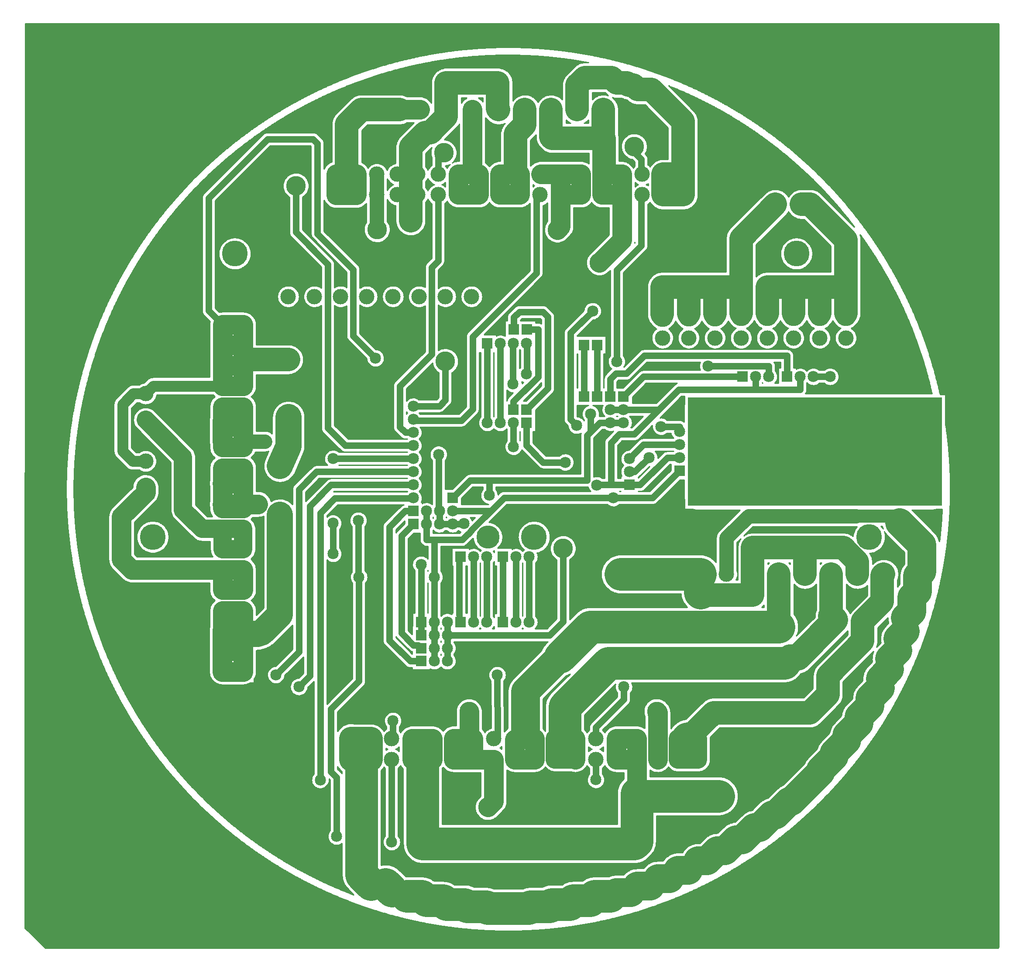
<source format=gbl>
%FSLAX44Y44*%
%MOMM*%
G71*
G01*
G75*
G04 Layer_Physical_Order=2*
G04 Layer_Color=16711680*
%ADD10C,0.2540*%
%ADD11C,4.5720*%
%ADD12C,1.2700*%
%ADD13C,6.3500*%
%ADD14C,3.8100*%
%ADD15C,5.0800*%
%ADD16C,3.0000*%
%ADD17C,2.1590*%
%ADD18R,2.1590X2.1590*%
%ADD19R,2.1590X2.1590*%
%ADD20R,3.0000X3.0000*%
%ADD21R,3.0000X3.0000*%
%ADD22C,5.0000*%
%ADD23C,4.5000*%
%ADD24O,4.0000X5.0000*%
%ADD25C,4.0000*%
%ADD26C,3.8100*%
%ADD27C,5.0800*%
%ADD28C,4.5720*%
%ADD29C,2.1590*%
%ADD30C,3.5560*%
%ADD31C,0.7620*%
%ADD32C,2.7940*%
%ADD33C,5.5880*%
%ADD34C,5.5800*%
%ADD35C,2.5400*%
%ADD36R,49.3776X21.0058*%
D10*
X2341880Y2185670D02*
X2342002Y2183180D01*
X2342368Y2180715D01*
X2342974Y2178297D01*
X2343813Y2175950D01*
X2344879Y2173696D01*
X2346161Y2171559D01*
X2347646Y2169556D01*
X2349319Y2167710D01*
X2351166Y2166035D01*
X2353168Y2164551D01*
X2355307Y2163269D01*
X2357560Y2162203D01*
X2359907Y2161364D01*
X2362325Y2160758D01*
X2364790Y2160392D01*
X2367280Y2160270D01*
X2341880Y2185670D02*
X2342002Y2183180D01*
X2342368Y2180715D01*
X2342974Y2178297D01*
X2343813Y2175950D01*
X2344879Y2173696D01*
X2346161Y2171559D01*
X2347646Y2169556D01*
X2349319Y2167710D01*
X2351166Y2166035D01*
X2353168Y2164551D01*
X2355307Y2163269D01*
X2357560Y2162203D01*
X2359907Y2161364D01*
X2362325Y2160758D01*
X2364790Y2160392D01*
X2367280Y2160270D01*
X2407920D02*
X2410340Y2160385D01*
X2412738Y2160731D01*
X2415092Y2161304D01*
X2417381Y2162098D01*
X2419583Y2163106D01*
X2421680Y2164320D01*
X2407920Y2160270D02*
X2410340Y2160385D01*
X2412738Y2160731D01*
X2415092Y2161304D01*
X2417381Y2162098D01*
X2419583Y2163106D01*
X2421680Y2164320D01*
X2407920Y2160270D02*
X2410340Y2160385D01*
X2412738Y2160731D01*
X2415092Y2161304D01*
X2417381Y2162098D01*
X2419583Y2163106D01*
X2421680Y2164320D01*
X2429270Y2171910D02*
X2430484Y2174007D01*
X2431492Y2176209D01*
X2432287Y2178498D01*
X2432859Y2180852D01*
X2433204Y2183250D01*
X2433320Y2185670D01*
X2429270Y2171910D02*
X2430484Y2174007D01*
X2431492Y2176209D01*
X2432287Y2178498D01*
X2432859Y2180852D01*
X2433204Y2183250D01*
X2433320Y2185670D01*
X2429270Y2171910D02*
X2430484Y2174007D01*
X2431492Y2176209D01*
X2432287Y2178498D01*
X2432859Y2180852D01*
X2433204Y2183250D01*
X2433320Y2185670D01*
X2470584Y2196445D02*
X2468053Y2196131D01*
X2465597Y2195446D01*
X2463270Y2194404D01*
X2461123Y2193028D01*
X2459204Y2191350D01*
X2457554Y2189405D01*
X2456212Y2187237D01*
X2455206Y2184893D01*
X2454559Y2182427D01*
X2454285Y2179892D01*
X2454389Y2177344D01*
X2454871Y2174840D01*
X2455718Y2172435D01*
X2456913Y2170182D01*
X2458429Y2168132D01*
X2460232Y2166329D01*
X2462282Y2164813D01*
X2464535Y2163618D01*
X2466940Y2162771D01*
X2469444Y2162289D01*
X2471992Y2162185D01*
X2474527Y2162459D01*
X2476994Y2163106D01*
X2479337Y2164112D01*
X2481505Y2165455D01*
X2483450Y2167104D01*
X2485128Y2169023D01*
X2486504Y2171170D01*
X2487546Y2173497D01*
X2488231Y2175954D01*
X2488545Y2178484D01*
X2342520Y2272616D02*
X2342041Y2269801D01*
X2341880Y2266950D01*
X2342520Y2272616D02*
X2342041Y2269801D01*
X2341880Y2266950D01*
X2352680Y2323750D02*
X2350671Y2322075D01*
X2348845Y2320202D01*
X2347221Y2318151D01*
X2345817Y2315944D01*
X2344647Y2313604D01*
X2343724Y2311157D01*
X2343057Y2308627D01*
X2342655Y2306042D01*
X2342520Y2303430D01*
X2433320D02*
X2433185Y2306042D01*
X2432783Y2308627D01*
X2432116Y2311157D01*
X2431193Y2313604D01*
X2430023Y2315944D01*
X2428619Y2318151D01*
X2426995Y2320202D01*
X2425169Y2322075D01*
X2423160Y2323750D01*
X2433320Y2303430D02*
X2433185Y2306042D01*
X2432783Y2308627D01*
X2432116Y2311157D01*
X2431193Y2313604D01*
X2430023Y2315944D01*
X2428619Y2318151D01*
X2426995Y2320202D01*
X2425169Y2322075D01*
X2423160Y2323750D01*
X2352680D02*
X2350671Y2322075D01*
X2348845Y2320202D01*
X2347221Y2318151D01*
X2345817Y2315944D01*
X2344647Y2313604D01*
X2343724Y2311157D01*
X2343057Y2308627D01*
X2342655Y2306042D01*
X2342520Y2303430D01*
X2433320D02*
X2433185Y2306042D01*
X2432783Y2308627D01*
X2432116Y2311157D01*
X2431193Y2313604D01*
X2430023Y2315944D01*
X2428619Y2318151D01*
X2426995Y2320202D01*
X2425169Y2322075D01*
X2423160Y2323750D01*
X2433320Y2227112D02*
X2435830Y2227261D01*
X2438331Y2227521D01*
X2440818Y2227890D01*
X2443286Y2228369D01*
X2445731Y2228955D01*
X2448148Y2229649D01*
X2450531Y2230448D01*
X2452878Y2231351D01*
X2455182Y2232356D01*
X2457440Y2233462D01*
X2459648Y2234666D01*
X2461800Y2235966D01*
X2463893Y2237360D01*
X2465922Y2238844D01*
X2467884Y2240416D01*
X2469776Y2242072D01*
X2471592Y2243811D01*
X2544572Y1987130D02*
X2543001Y1985115D01*
X2541748Y1982888D01*
X2540839Y1980500D01*
X2540295Y1978004D01*
X2540128Y1975455D01*
X2540341Y1972908D01*
X2540931Y1970422D01*
X2541884Y1968052D01*
X2543178Y1965849D01*
X2544786Y1963863D01*
X2546670Y1962138D01*
X2548791Y1960712D01*
X2551099Y1959617D01*
X2553545Y1958877D01*
X2556073Y1958509D01*
X2558628Y1958521D01*
X2561153Y1958912D01*
X2563592Y1959674D01*
X2565890Y1960790D01*
X2567997Y1962236D01*
X2569866Y1963978D01*
X2571455Y1965979D01*
X2572729Y1968193D01*
X2573660Y1970573D01*
X2574227Y1973064D01*
X2574417Y1975612D01*
Y1975612D02*
X2574320Y1977433D01*
X2515034Y2173331D02*
X2512504Y2173017D01*
X2510047Y2172332D01*
X2507720Y2171290D01*
X2505573Y2169914D01*
X2503654Y2168236D01*
X2502005Y2166291D01*
X2500662Y2164123D01*
X2499656Y2161779D01*
X2499009Y2159313D01*
X2498735Y2156778D01*
X2498839Y2154230D01*
X2499321Y2151726D01*
X2500168Y2149321D01*
X2501363Y2147068D01*
X2502879Y2145018D01*
X2504682Y2143215D01*
X2506732Y2141699D01*
X2508985Y2140504D01*
X2511390Y2139657D01*
X2513894Y2139175D01*
X2516442Y2139071D01*
X2518977Y2139345D01*
X2521443Y2139992D01*
X2523787Y2140998D01*
X2525955Y2142341D01*
X2527900Y2143990D01*
X2529578Y2145909D01*
X2530954Y2148056D01*
X2531996Y2150383D01*
X2532681Y2152840D01*
X2532995Y2155370D01*
X2501721Y2273940D02*
X2503424Y2275779D01*
X2501745Y2273963D02*
X2503424Y2275779D01*
X2173672Y2365710D02*
X2175518Y2364035D01*
X2177520Y2362551D01*
X2179659Y2361269D01*
X2181912Y2360203D01*
X2184259Y2359364D01*
X2186677Y2358758D01*
X2189142Y2358392D01*
X2191632Y2358270D01*
X2173672Y2365710D02*
X2175518Y2364035D01*
X2177520Y2362551D01*
X2179659Y2361269D01*
X2181912Y2360203D01*
X2184259Y2359364D01*
X2186677Y2358758D01*
X2189142Y2358392D01*
X2191632Y2358270D01*
X2146554Y2403348D02*
X2146676Y2400858D01*
X2147042Y2398393D01*
X2147648Y2395975D01*
X2148487Y2393628D01*
X2149553Y2391375D01*
X2150835Y2389236D01*
X2152319Y2387234D01*
X2153994Y2385388D01*
X2146554Y2403348D02*
X2146676Y2400858D01*
X2147042Y2398393D01*
X2147648Y2395975D01*
X2148487Y2393628D01*
X2149553Y2391375D01*
X2150835Y2389236D01*
X2152319Y2387234D01*
X2153994Y2385388D01*
X2263756Y2447036D02*
X2263654Y2449559D01*
X2263350Y2452065D01*
X2262845Y2454539D01*
X2262143Y2456964D01*
X2261247Y2459324D01*
X2260165Y2461605D01*
X2258903Y2463792D01*
X2257469Y2465869D01*
X2255872Y2467825D01*
X2254123Y2469646D01*
X2252233Y2471320D01*
X2250215Y2472836D01*
X2248081Y2474186D01*
X2245845Y2475359D01*
X2243523Y2476349D01*
X2241128Y2477148D01*
X2238677Y2477752D01*
X2236185Y2478157D01*
X2233668Y2478361D01*
X2231144D01*
X2228627Y2478157D01*
X2226135Y2477752D01*
X2223684Y2477148D01*
X2221289Y2476349D01*
X2218967Y2475359D01*
X2216731Y2474186D01*
X2214597Y2472836D01*
X2212579Y2471320D01*
X2210689Y2469646D01*
X2208940Y2467825D01*
X2207343Y2465869D01*
X2205909Y2463792D01*
X2204647Y2461605D01*
X2203565Y2459324D01*
X2202669Y2456964D01*
X2201967Y2454539D01*
X2201462Y2452065D01*
X2201158Y2449559D01*
X2201056Y2447036D01*
X2201158Y2444513D01*
X2201462Y2442007D01*
X2201967Y2439533D01*
X2202669Y2437108D01*
X2203565Y2434748D01*
X2204647Y2432467D01*
X2205909Y2430280D01*
X2207343Y2428203D01*
X2208940Y2426247D01*
X2210689Y2424426D01*
X2212579Y2422752D01*
X2214597Y2421235D01*
X2216731Y2419886D01*
X2218967Y2418713D01*
X2221289Y2417723D01*
X2223684Y2416924D01*
X2226135Y2416320D01*
X2228627Y2415915D01*
X2231144Y2415711D01*
X2233668D01*
X2236185Y2415915D01*
X2238677Y2416320D01*
X2241128Y2416924D01*
X2243523Y2417723D01*
X2245845Y2418713D01*
X2248081Y2419886D01*
X2250215Y2421236D01*
X2252233Y2422752D01*
X2254123Y2424426D01*
X2255872Y2426247D01*
X2257469Y2428203D01*
X2258903Y2430280D01*
X2260165Y2432467D01*
X2261247Y2434748D01*
X2262143Y2437108D01*
X2262845Y2439534D01*
X2263350Y2442007D01*
X2263654Y2444513D01*
X2263756Y2447036D01*
X2263654Y2449559D01*
X2263350Y2452065D01*
X2262845Y2454539D01*
X2262143Y2456964D01*
X2261247Y2459324D01*
X2260165Y2461605D01*
X2258903Y2463792D01*
X2257469Y2465869D01*
X2255872Y2467825D01*
X2254123Y2469646D01*
X2252233Y2471320D01*
X2250215Y2472836D01*
X2248081Y2474186D01*
X2245845Y2475359D01*
X2243523Y2476349D01*
X2241128Y2477148D01*
X2238677Y2477752D01*
X2236185Y2478157D01*
X2233668Y2478361D01*
X2231144D01*
X2228627Y2478157D01*
X2226135Y2477752D01*
X2223684Y2477148D01*
X2221289Y2476349D01*
X2218967Y2475359D01*
X2216731Y2474186D01*
X2214597Y2472836D01*
X2212579Y2471320D01*
X2210689Y2469646D01*
X2208940Y2467825D01*
X2207343Y2465869D01*
X2205909Y2463792D01*
X2204647Y2461605D01*
X2203565Y2459324D01*
X2202669Y2456964D01*
X2201967Y2454539D01*
X2201462Y2452065D01*
X2201158Y2449559D01*
X2201056Y2447036D01*
X2201158Y2444513D01*
X2201462Y2442007D01*
X2201967Y2439533D01*
X2202669Y2437108D01*
X2203565Y2434748D01*
X2204647Y2432467D01*
X2205909Y2430280D01*
X2207343Y2428203D01*
X2208940Y2426247D01*
X2210689Y2424426D01*
X2212579Y2422752D01*
X2214597Y2421235D01*
X2216731Y2419886D01*
X2218967Y2418713D01*
X2221289Y2417723D01*
X2223684Y2416924D01*
X2226135Y2416320D01*
X2228627Y2415915D01*
X2231144Y2415711D01*
X2233668D01*
X2236185Y2415915D01*
X2238677Y2416320D01*
X2241128Y2416924D01*
X2243523Y2417723D01*
X2245845Y2418713D01*
X2248081Y2419886D01*
X2250215Y2421236D01*
X2252233Y2422752D01*
X2254123Y2424426D01*
X2255872Y2426247D01*
X2257469Y2428203D01*
X2258903Y2430280D01*
X2260165Y2432467D01*
X2261247Y2434748D01*
X2262143Y2437108D01*
X2262845Y2439534D01*
X2263350Y2442007D01*
X2263654Y2444513D01*
X2263756Y2447036D01*
X2153994Y2504366D02*
X2152319Y2502520D01*
X2150835Y2500517D01*
X2149553Y2498380D01*
X2148487Y2496126D01*
X2147648Y2493779D01*
X2147042Y2491361D01*
X2146676Y2488896D01*
X2146554Y2486406D01*
X2153994Y2504366D02*
X2152319Y2502520D01*
X2150835Y2500517D01*
X2149553Y2498380D01*
X2148487Y2496126D01*
X2147648Y2493779D01*
X2147042Y2491361D01*
X2146676Y2488896D01*
X2146554Y2486406D01*
X2236651Y2515181D02*
X2238324Y2517028D01*
X2239809Y2519030D01*
X2241091Y2521169D01*
X2242157Y2523422D01*
X2242996Y2525769D01*
X2243602Y2528187D01*
X2243968Y2530652D01*
X2244090Y2533142D01*
X2236651Y2515181D02*
X2238324Y2517028D01*
X2239809Y2519030D01*
X2241091Y2521169D01*
X2242157Y2523422D01*
X2242996Y2525769D01*
X2243602Y2528187D01*
X2243968Y2530652D01*
X2244090Y2533142D01*
Y2543302D02*
X2243961Y2545860D01*
X2243575Y2548392D01*
X2242936Y2550872D01*
X2242050Y2553275D01*
X2240927Y2555577D01*
X2239577Y2557754D01*
X2238016Y2559785D01*
X2236258Y2561647D01*
X2234321Y2563323D01*
X2232225Y2564795D01*
X2229992Y2566049D01*
X2227643Y2567072D01*
X2225204Y2567852D01*
X2222699Y2568384D01*
X2220152Y2568660D01*
X2217591Y2568678D01*
X2215041Y2568438D01*
X2212528Y2567943D01*
X2210078Y2567197D01*
X2207715Y2566208D01*
X2205464Y2564987D01*
X2203347Y2563545D01*
X2201387Y2561897D01*
X2199602Y2560060D01*
X2198011Y2558052D01*
X2196631Y2555894D01*
X2195475Y2553609D01*
X2194555Y2551219D01*
X2193881Y2548748D01*
X2193458Y2546222D01*
X2193293Y2543666D01*
X2181167Y2581979D02*
X2183212Y2580231D01*
X2185506Y2578826D01*
X2187992Y2577796D01*
X2190608Y2577168D01*
X2193290Y2576957D01*
X2181160Y2581985D02*
X2183206Y2580236D01*
X2185501Y2578828D01*
X2187988Y2577797D01*
X2190606Y2577168D01*
X2193290Y2576957D01*
X2205967D02*
X2208042Y2575597D01*
X2210261Y2574486D01*
X2212593Y2573641D01*
X2215008Y2573072D01*
X2217473Y2572787D01*
X2219954Y2572789D01*
X2222418Y2573080D01*
X2224832Y2573654D01*
X2227162Y2574505D01*
X2229379Y2575620D01*
X2231451Y2576985D01*
X2233350Y2578581D01*
X2235052Y2580386D01*
X2236532Y2582377D01*
X2237772Y2584526D01*
X2238754Y2586805D01*
X2239465Y2589182D01*
X2239896Y2591625D01*
X2240040Y2594102D01*
X2267204Y2499614D02*
X2267356Y2496908D01*
X2267811Y2494237D01*
X2268562Y2491633D01*
X2269601Y2489130D01*
X2270913Y2486759D01*
X2272483Y2484551D01*
X2274291Y2482532D01*
X2267204Y2499614D02*
X2267356Y2496912D01*
X2267809Y2494245D01*
X2268558Y2491644D01*
X2269594Y2489144D01*
X2270903Y2486776D01*
X2272468Y2484569D01*
X2274272Y2482552D01*
X2311015Y2445807D02*
X2313033Y2444004D01*
X2315240Y2442439D01*
X2317608Y2441130D01*
X2320108Y2440094D01*
X2322709Y2439345D01*
X2325376Y2438892D01*
X2328078Y2438740D01*
X2310996Y2445827D02*
X2313015Y2444019D01*
X2315223Y2442449D01*
X2317594Y2441136D01*
X2320097Y2440098D01*
X2322701Y2439347D01*
X2325372Y2438892D01*
X2328078Y2438740D01*
X2342520Y2344070D02*
X2342655Y2341458D01*
X2343057Y2338873D01*
X2343724Y2336343D01*
X2344647Y2333896D01*
X2345817Y2331556D01*
X2347221Y2329349D01*
X2348845Y2327298D01*
X2350671Y2325425D01*
X2352680Y2323750D01*
X2342520Y2344070D02*
X2342655Y2341458D01*
X2343057Y2338873D01*
X2343724Y2336343D01*
X2344647Y2333896D01*
X2345817Y2331556D01*
X2347221Y2329349D01*
X2348845Y2327298D01*
X2350671Y2325425D01*
X2352680Y2323750D01*
X2433320Y2383670D02*
X2433180Y2386333D01*
X2432761Y2388968D01*
X2432069Y2391543D01*
X2431110Y2394032D01*
X2429896Y2396407D01*
X2428439Y2398641D01*
X2426756Y2400710D01*
X2424865Y2402592D01*
X2422787Y2404264D01*
X2423160Y2323750D02*
X2425169Y2325425D01*
X2426995Y2327298D01*
X2428619Y2329349D01*
X2430023Y2331556D01*
X2431193Y2333896D01*
X2432116Y2336343D01*
X2432783Y2338873D01*
X2433185Y2341458D01*
X2433320Y2344070D01*
X2423160Y2323750D02*
X2425169Y2325425D01*
X2426995Y2327298D01*
X2428619Y2329349D01*
X2430023Y2331556D01*
X2431193Y2333896D01*
X2432116Y2336343D01*
X2432783Y2338873D01*
X2433185Y2341458D01*
X2433320Y2344070D01*
Y2383670D02*
X2433180Y2386333D01*
X2432761Y2388968D01*
X2432069Y2391543D01*
X2431110Y2394032D01*
X2429896Y2396407D01*
X2428439Y2398641D01*
X2426756Y2400710D01*
X2424865Y2402592D01*
X2422787Y2404264D01*
X2424624Y2405856D01*
X2426291Y2407625D01*
X2427772Y2409553D01*
X2429051Y2411620D01*
X2430116Y2413804D01*
X2430956Y2416086D01*
X2431562Y2418439D01*
X2431928Y2420842D01*
X2432050Y2423270D01*
X2422787Y2404264D02*
X2424624Y2405856D01*
X2426291Y2407625D01*
X2427772Y2409553D01*
X2429051Y2411620D01*
X2430116Y2413804D01*
X2430956Y2416086D01*
X2431562Y2418439D01*
X2431928Y2420842D01*
X2432050Y2423270D01*
X2343790D02*
X2343922Y2420744D01*
X2344319Y2418246D01*
X2344974Y2415804D01*
X2345882Y2413443D01*
X2347032Y2411190D01*
X2348411Y2409070D01*
X2343790Y2423270D02*
X2343922Y2420744D01*
X2344319Y2418246D01*
X2344974Y2415804D01*
X2345882Y2413443D01*
X2347032Y2411190D01*
X2348411Y2409070D01*
X2432050Y2462870D02*
X2431928Y2465298D01*
X2431562Y2467701D01*
X2430956Y2470054D01*
X2430116Y2472335D01*
X2429051Y2474520D01*
X2427772Y2476587D01*
X2426291Y2478515D01*
X2424624Y2480284D01*
X2422787Y2481876D01*
X2432050Y2462870D02*
X2431928Y2465298D01*
X2431562Y2467701D01*
X2430956Y2470054D01*
X2430116Y2472335D01*
X2429051Y2474520D01*
X2427772Y2476587D01*
X2426291Y2478515D01*
X2424624Y2480284D01*
X2422787Y2481876D01*
Y2481876D02*
X2424845Y2483530D01*
X2426720Y2485390D01*
X2422787Y2481876D02*
X2424845Y2483530D01*
X2426720Y2485390D01*
X2436876D02*
X2439623Y2485539D01*
X2442338Y2485984D01*
X2444989Y2486720D01*
X2447544Y2487739D01*
X2342520Y2516456D02*
X2342041Y2513641D01*
X2341880Y2510790D01*
X2342041Y2507939D01*
X2342520Y2505124D01*
Y2502470D02*
X2342631Y2500097D01*
X2342963Y2497745D01*
X2343514Y2495435D01*
X2344278Y2493185D01*
X2345249Y2491017D01*
X2346418Y2488950D01*
X2347775Y2487000D01*
X2342520Y2502470D02*
X2342631Y2500097D01*
X2342963Y2497745D01*
X2343514Y2495435D01*
X2344278Y2493185D01*
X2345249Y2491017D01*
X2346418Y2488950D01*
X2347775Y2487000D01*
X2461706Y2516141D02*
X2461071Y2518522D01*
X2460208Y2520829D01*
X2459125Y2523043D01*
X2457834Y2525141D01*
X2456344Y2527104D01*
X2454672Y2528913D01*
X2452833Y2530552D01*
X2450843Y2532005D01*
X2448722Y2533259D01*
X2446489Y2534301D01*
X2444166Y2535121D01*
X2441775Y2535713D01*
X2439337Y2536071D01*
X2436876Y2536190D01*
X2342520Y2557096D02*
X2342041Y2554281D01*
X2341880Y2551430D01*
X2342041Y2548579D01*
X2342520Y2545764D01*
X2352680Y2600950D02*
X2350671Y2599275D01*
X2348845Y2597402D01*
X2347221Y2595351D01*
X2345817Y2593144D01*
X2344647Y2590804D01*
X2343724Y2588357D01*
X2343057Y2585827D01*
X2342655Y2583242D01*
X2342520Y2580630D01*
X2433320D02*
X2433185Y2583242D01*
X2432783Y2585827D01*
X2432116Y2588357D01*
X2431193Y2590804D01*
X2430023Y2593144D01*
X2428619Y2595351D01*
X2426995Y2597402D01*
X2425169Y2599275D01*
X2423160Y2600950D01*
X2352680D02*
X2350671Y2599275D01*
X2348845Y2597402D01*
X2347221Y2595351D01*
X2345817Y2593144D01*
X2344647Y2590804D01*
X2343724Y2588357D01*
X2343057Y2585827D01*
X2342655Y2583242D01*
X2342520Y2580630D01*
X2433320D02*
X2433185Y2583242D01*
X2432783Y2585827D01*
X2432116Y2588357D01*
X2431193Y2590804D01*
X2430023Y2593144D01*
X2428619Y2595351D01*
X2426995Y2597402D01*
X2425169Y2599275D01*
X2423160Y2600950D01*
X2503424Y2510343D02*
X2501685Y2512218D01*
X2499800Y2513948D01*
X2497783Y2515520D01*
X2495645Y2516924D01*
X2493401Y2518152D01*
X2491066Y2519195D01*
X2488654Y2520047D01*
X2486182Y2520702D01*
X2483665Y2521156D01*
X2481119Y2521405D01*
X2478562Y2521450D01*
X2476010Y2521288D01*
X2473478Y2520921D01*
X2470985Y2520351D01*
X2468545Y2519583D01*
X2466175Y2518621D01*
X2463891Y2517471D01*
X2461706Y2516141D01*
X2507144Y2548472D02*
X2505564Y2546548D01*
X2504391Y2544352D01*
X2503668Y2541970D01*
X2503424Y2539492D01*
X2507157Y2548486D02*
X2505572Y2546559D01*
X2504394Y2544361D01*
X2503669Y2541974D01*
X2503424Y2539492D01*
X2450162Y2597328D02*
X2449240Y2594943D01*
X2448514Y2592491D01*
X2447987Y2589989D01*
X2447663Y2587453D01*
X2447545Y2584899D01*
X2447632Y2582343D01*
X2447924Y2579803D01*
X2448421Y2577295D01*
X2449117Y2574835D01*
X2450009Y2572439D01*
X2451091Y2570122D01*
X2452355Y2567900D01*
X2453795Y2565787D01*
X2455400Y2563796D01*
X2457160Y2561941D01*
X2459063Y2560234D01*
X2461098Y2558685D01*
X2463250Y2557306D01*
X2465507Y2556104D01*
X2467853Y2555087D01*
X2470274Y2554262D01*
X2472752Y2553635D01*
X2475274Y2553210D01*
X2477821Y2552988D01*
X2480378Y2552973D01*
X2482928Y2553163D01*
X2485454Y2553557D01*
X2487940Y2554154D01*
X2490370Y2554949D01*
X2492729Y2555936D01*
X2495000Y2557111D01*
X2497169Y2558464D01*
X2499223Y2559987D01*
X2501147Y2561671D01*
X2502930Y2563504D01*
X2504559Y2565475D01*
X2506024Y2567570D01*
X2507316Y2569777D01*
X2508426Y2572080D01*
X2550160Y2586228D02*
X2547678Y2585983D01*
X2545291Y2585258D01*
X2543092Y2584080D01*
X2541166Y2582495D01*
X2550160Y2586228D02*
X2547682Y2585984D01*
X2545300Y2585261D01*
X2543104Y2584088D01*
X2541180Y2582508D01*
X2599436Y1791211D02*
X2599518Y1788717D01*
X2599762Y1786234D01*
X2600169Y1783773D01*
X2600736Y1781343D01*
X2601461Y1778956D01*
X2602340Y1776621D01*
X2603371Y1774348D01*
X2604548Y1772148D01*
X2605866Y1770030D01*
X2607320Y1768003D01*
X2608904Y1766075D01*
X2610611Y1764255D01*
X2599436Y1791211D02*
X2599518Y1788719D01*
X2599762Y1786238D01*
X2600168Y1783778D01*
X2600734Y1781350D01*
X2601458Y1778964D01*
X2602336Y1776631D01*
X2603365Y1774360D01*
X2604540Y1772161D01*
X2605857Y1770044D01*
X2607309Y1768017D01*
X2608891Y1766090D01*
X2610595Y1764270D01*
X2576322Y1877656D02*
X2574762Y1875657D01*
X2573514Y1873450D01*
X2572606Y1871083D01*
X2572056Y1868608D01*
X2571877Y1866079D01*
X2572073Y1863551D01*
X2572640Y1861080D01*
X2573565Y1858720D01*
X2574828Y1856521D01*
X2576401Y1854533D01*
X2578251Y1852799D01*
X2580335Y1851356D01*
X2582610Y1850237D01*
X2585025Y1849465D01*
X2587528Y1849058D01*
X2590063Y1849025D01*
X2592575Y1849365D01*
X2595010Y1850073D01*
X2597314Y1851131D01*
X2599436Y1852518D01*
X2711120Y1800118D02*
X2709243Y1801872D01*
X2707253Y1803496D01*
X2705157Y1804982D01*
X2702966Y1806323D01*
X2700690Y1807514D01*
X2698339Y1808548D01*
X2695923Y1809422D01*
X2693454Y1810131D01*
X2690943Y1810672D01*
X2688401Y1811042D01*
X2685840Y1811241D01*
X2683271Y1811266D01*
X2680706Y1811118D01*
X2678157Y1810798D01*
X2675636Y1810307D01*
X2683208Y1866782D02*
X2681637Y1864767D01*
X2680384Y1862540D01*
X2679475Y1860152D01*
X2678931Y1857656D01*
X2678764Y1855107D01*
X2678977Y1852560D01*
X2679567Y1850074D01*
X2680520Y1847704D01*
X2681814Y1845501D01*
X2683422Y1843515D01*
X2685306Y1841790D01*
X2687426Y1840364D01*
X2689735Y1839269D01*
X2692180Y1838529D01*
X2694709Y1838161D01*
X2697264Y1838173D01*
X2699789Y1838564D01*
X2702227Y1839326D01*
X2704526Y1840442D01*
X2706633Y1841888D01*
X2708502Y1843630D01*
X2710091Y1845631D01*
X2711365Y1847845D01*
X2712296Y1850225D01*
X2712863Y1852716D01*
X2713053Y1855264D01*
X2591054Y2001522D02*
X2592319Y1999415D01*
X2593757Y1997421D01*
X2595358Y1995555D01*
X2596773Y1994140D01*
X2622789Y2084700D02*
X2620328Y2085115D01*
X2617841Y2085318D01*
X2615345Y2085308D01*
X2612860Y2085085D01*
X2610402Y2084651D01*
X2607991Y2084009D01*
X2605643Y2083163D01*
X2603376Y2082120D01*
X2601206Y2080887D01*
X2599149Y2079473D01*
X2597221Y2077889D01*
X2595435Y2076147D01*
X2593804Y2074258D01*
X2592340Y2072236D01*
X2591054Y2070098D01*
X2599436Y1987961D02*
X2598002Y1989672D01*
X2599436Y1987961D02*
X2597989Y1989686D01*
X2596773Y1994140D02*
X2599436Y1991934D01*
X2675636Y1994322D02*
X2677488Y1996252D01*
X2679157Y1998345D01*
X2680626Y2000580D01*
Y2070399D02*
X2679248Y2072508D01*
X2677694Y2074490D01*
X2675975Y2076331D01*
X2674103Y2078017D01*
X2672093Y2079535D01*
X2669960Y2080874D01*
X2667719Y2082025D01*
X2665388Y2082978D01*
X2662983Y2083727D01*
X2660522Y2084266D01*
X2658025Y2084591D01*
X2655508Y2084700D01*
X2680626Y2070399D02*
X2679248Y2072508D01*
X2677694Y2074490D01*
X2675975Y2076331D01*
X2674103Y2078017D01*
X2672093Y2079535D01*
X2669960Y2080874D01*
X2667719Y2082025D01*
X2665388Y2082978D01*
X2662983Y2083727D01*
X2660522Y2084266D01*
X2658025Y2084591D01*
X2655508Y2084700D01*
X2680626Y2000580D02*
X2683208Y1998328D01*
X2641423Y2158134D02*
X2643008Y2160060D01*
X2644185Y2162259D01*
X2644911Y2164646D01*
X2645156Y2167128D01*
X2641436Y2158148D02*
X2643016Y2160072D01*
X2644189Y2162268D01*
X2644912Y2164650D01*
X2645156Y2167128D01*
X2710108Y2031433D02*
X2708038Y2033059D01*
X2705784Y2034419D01*
X2703380Y2035490D01*
X2685288Y2074011D02*
X2682832Y2072367D01*
X2680626Y2070399D01*
X2688437Y2035490D02*
X2686533Y2034672D01*
X2684718Y2033673D01*
X2703380Y2035490D02*
X2705784Y2036561D01*
X2708038Y2037921D01*
X2710108Y2039547D01*
X2684718Y2037307D02*
X2686533Y2036308D01*
X2688437Y2035490D01*
X2715387Y2090674D02*
X2715199Y2093207D01*
X2714638Y2095685D01*
X2713718Y2098053D01*
X2712458Y2100258D01*
X2710886Y2102254D01*
X2709036Y2103995D01*
X2706949Y2105444D01*
X2704671Y2106568D01*
X2702252Y2107343D01*
X2699745Y2107753D01*
X2697205Y2107788D01*
X2694687Y2107446D01*
X2692248Y2106737D01*
X2689940Y2105675D01*
X2687815Y2104284D01*
X2685918Y2102594D01*
X2684292Y2100642D01*
X2682973Y2098471D01*
X2681988Y2096129D01*
X2681360Y2093668D01*
X2681103Y2091141D01*
X2681223Y2088603D01*
X2681715Y2086111D01*
X2682571Y2083719D01*
X2683771Y2081480D01*
X2685288Y2079443D01*
X2725420Y1788076D02*
X2723224Y1788013D01*
X2778558Y1779318D02*
X2776472Y1780927D01*
X2774279Y1782389D01*
X2771991Y1783696D01*
X2769618Y1784841D01*
X2767171Y1785820D01*
X2764662Y1786627D01*
X2762104Y1787259D01*
X2759508Y1787712D01*
X2756888Y1787985D01*
X2754254Y1788076D01*
X2718054Y1851406D02*
X2718136Y1848914D01*
X2718380Y1846433D01*
X2718786Y1843973D01*
X2719352Y1841545D01*
X2720076Y1839159D01*
X2720954Y1836826D01*
X2721983Y1834555D01*
X2723158Y1832356D01*
X2724475Y1830239D01*
X2725927Y1828212D01*
X2727509Y1826285D01*
X2729213Y1824465D01*
X2731033Y1822761D01*
X2732960Y1821179D01*
X2734987Y1819727D01*
X2737104Y1818410D01*
X2739303Y1817235D01*
X2741574Y1816206D01*
X2743907Y1815328D01*
X2746293Y1814604D01*
X2748721Y1814038D01*
X2751181Y1813632D01*
X2753662Y1813388D01*
X2756154Y1813306D01*
X2718054Y1851406D02*
X2718136Y1848914D01*
X2718380Y1846433D01*
X2718786Y1843973D01*
X2719352Y1841545D01*
X2720076Y1839159D01*
X2720954Y1836826D01*
X2721983Y1834555D01*
X2723158Y1832356D01*
X2724475Y1830239D01*
X2725927Y1828212D01*
X2727509Y1826285D01*
X2729213Y1824465D01*
X2731033Y1822761D01*
X2732960Y1821179D01*
X2734987Y1819727D01*
X2737104Y1818410D01*
X2739303Y1817235D01*
X2741574Y1816206D01*
X2743907Y1815328D01*
X2746293Y1814604D01*
X2748721Y1814038D01*
X2751181Y1813632D01*
X2753662Y1813388D01*
X2756154Y1813306D01*
X2713053Y1855264D02*
X2712867Y1857781D01*
X2712314Y1860243D01*
X2711406Y1862597D01*
X2710161Y1864793D01*
X2708608Y1866782D01*
X2817337Y1772484D02*
X2815175Y1773883D01*
X2812924Y1775133D01*
X2810594Y1776228D01*
X2808196Y1777163D01*
X2805739Y1777934D01*
X2803236Y1778537D01*
X2800699Y1778970D01*
X2798137Y1779231D01*
X2795564Y1779318D01*
X2855858Y1767590D02*
X2853694Y1768718D01*
X2851463Y1769705D01*
X2849173Y1770547D01*
X2846833Y1771240D01*
X2844455Y1771783D01*
X2842046Y1772171D01*
X2839617Y1772406D01*
X2837179Y1772484D01*
X2864685Y1940486D02*
X2862961Y1938577D01*
X2861438Y1936503D01*
X2860132Y1934286D01*
X2859058Y1931948D01*
X2858226Y1929513D01*
X2857644Y1927007D01*
X2857319Y1924455D01*
X2857254Y1921882D01*
X2857450Y1919317D01*
X2857903Y1916784D01*
X2858611Y1914311D01*
X2859566Y1911921D01*
X2860757Y1909641D01*
X2862173Y1907492D01*
X2863799Y1905498D01*
X2865618Y1903679D01*
X2867612Y1902053D01*
X2869761Y1900637D01*
X2872041Y1899446D01*
X2874431Y1898491D01*
X2876904Y1897783D01*
X2879437Y1897330D01*
X2882003Y1897134D01*
X2884575Y1897199D01*
X2887127Y1897524D01*
X2889633Y1898106D01*
X2892068Y1898938D01*
X2894406Y1900013D01*
X2896624Y1901318D01*
X2898698Y1902841D01*
X2900606Y1904565D01*
X2864685Y1940486D02*
X2862961Y1938577D01*
X2861438Y1936503D01*
X2860132Y1934286D01*
X2859058Y1931948D01*
X2858226Y1929513D01*
X2857644Y1927007D01*
X2857319Y1924455D01*
X2857254Y1921882D01*
X2857450Y1919317D01*
X2857903Y1916784D01*
X2858611Y1914311D01*
X2859566Y1911921D01*
X2860757Y1909641D01*
X2862173Y1907492D01*
X2863799Y1905498D01*
X2865618Y1903679D01*
X2867612Y1902053D01*
X2869761Y1900637D01*
X2872041Y1899446D01*
X2874431Y1898491D01*
X2876904Y1897783D01*
X2879437Y1897330D01*
X2882003Y1897134D01*
X2884575Y1897199D01*
X2887127Y1897524D01*
X2889633Y1898106D01*
X2892068Y1898938D01*
X2894406Y1900013D01*
X2896624Y1901318D01*
X2898698Y1902841D01*
X2900606Y1904565D01*
X2708608Y1998328D02*
X2710344Y1999760D01*
X2711920Y2001367D01*
X2713317Y2003131D01*
X2714687Y2000943D01*
X2716271Y1998904D01*
X2718054Y1997037D01*
X2713317Y2003131D02*
X2714687Y2000943D01*
X2716271Y1998904D01*
X2718054Y1997037D01*
X2735508Y2080890D02*
X2733058Y2080772D01*
X2730631Y2080417D01*
X2728250Y2079831D01*
X2725935Y2079017D01*
X2723711Y2077984D01*
X2721596Y2076741D01*
X2719611Y2075300D01*
X2717774Y2073675D01*
X2716103Y2071879D01*
X2714613Y2069931D01*
X2713317Y2067849D01*
X2794254Y1998799D02*
X2795428Y2000250D01*
X2735508Y2080890D02*
X2733058Y2080772D01*
X2730631Y2080417D01*
X2728250Y2079831D01*
X2725935Y2079017D01*
X2723711Y2077984D01*
X2721596Y2076741D01*
X2719611Y2075300D01*
X2717774Y2073675D01*
X2716103Y2071879D01*
X2714613Y2069931D01*
X2713317Y2067849D01*
X2794254Y1998799D02*
X2795428Y2000250D01*
X2713317Y2067849D02*
X2712075Y2069435D01*
X2710688Y2070897D01*
X2795428Y2070730D02*
X2793753Y2072739D01*
X2791880Y2074565D01*
X2789829Y2076189D01*
X2787622Y2077593D01*
X2785282Y2078763D01*
X2782835Y2079686D01*
X2780305Y2080353D01*
X2777720Y2080755D01*
X2775108Y2080890D01*
X2795428Y2070730D02*
X2793753Y2072739D01*
X2791880Y2074565D01*
X2789829Y2076189D01*
X2787622Y2077593D01*
X2785282Y2078763D01*
X2782835Y2079686D01*
X2780305Y2080353D01*
X2777720Y2080755D01*
X2775108Y2080890D01*
X2710688Y2078882D02*
X2712327Y2080898D01*
X2713642Y2083139D01*
X2714604Y2085552D01*
X2715190Y2088083D01*
X2715387Y2090674D01*
X2722776Y2197277D02*
X2724702Y2195692D01*
X2726901Y2194514D01*
X2729288Y2193789D01*
X2731770Y2193544D01*
X2722790Y2197264D02*
X2724714Y2195684D01*
X2726910Y2194511D01*
X2729292Y2193788D01*
X2731770Y2193544D01*
X2769997Y2191217D02*
X2772311Y2190161D01*
X2774756Y2189459D01*
X2777278Y2189127D01*
X2779821Y2189171D01*
X2782330Y2189591D01*
X2784749Y2190378D01*
X2787025Y2191514D01*
X2789108Y2192974D01*
X2790952Y2194726D01*
X2795428Y2000250D02*
X2797103Y1998241D01*
X2798976Y1996415D01*
X2801027Y1994791D01*
X2803234Y1993387D01*
X2805574Y1992217D01*
X2808021Y1991294D01*
X2810551Y1990627D01*
X2813136Y1990225D01*
X2815748Y1990090D01*
X2795428Y2000250D02*
X2797103Y1998241D01*
X2798976Y1996415D01*
X2801027Y1994791D01*
X2803234Y1993387D01*
X2805574Y1992217D01*
X2808021Y1991294D01*
X2810551Y1990627D01*
X2813136Y1990225D01*
X2815748Y1990090D01*
Y2080890D02*
X2813136Y2080755D01*
X2810551Y2080353D01*
X2808021Y2079686D01*
X2805574Y2078763D01*
X2803234Y2077593D01*
X2801027Y2076189D01*
X2798976Y2074565D01*
X2797103Y2072739D01*
X2795428Y2070730D01*
X2815748Y2080890D02*
X2813136Y2080755D01*
X2810551Y2080353D01*
X2808021Y2079686D01*
X2805574Y2078763D01*
X2803234Y2077593D01*
X2801027Y2076189D01*
X2798976Y2074565D01*
X2797103Y2072739D01*
X2795428Y2070730D01*
X2876499Y2067849D02*
X2875053Y2070146D01*
X2873370Y2072276D01*
X2871470Y2074215D01*
X2876499Y2067849D02*
X2875053Y2070146D01*
X2873370Y2072276D01*
X2871470Y2074215D01*
X2888447Y2076130D02*
X2886099Y2075361D01*
X2883855Y2074325D01*
X2881746Y2073037D01*
X2879800Y2071515D01*
X2878043Y2069777D01*
X2876499Y2067849D01*
X2790952Y2194726D02*
X2792820Y2192954D01*
X2794932Y2191482D01*
X2797241Y2190343D01*
X2799695Y2189562D01*
X2802237Y2189158D01*
X2804812Y2189138D01*
X2807360Y2189505D01*
X2809825Y2190249D01*
X2812151Y2191353D01*
X2814284Y2192794D01*
X2816179Y2194538D01*
X2817790Y2196546D01*
X2819083Y2198772D01*
X2820028Y2201167D01*
X2820604Y2203677D01*
X2820797Y2206244D01*
Y2206244D02*
X2820622Y2208685D01*
X2820102Y2211076D01*
X2819247Y2213369D01*
X2818073Y2215517D01*
X2816606Y2217475D01*
X2871470Y2108454D02*
X2871340Y2111024D01*
X2870950Y2113567D01*
X2870305Y2116058D01*
X2869412Y2118471D01*
X2868279Y2120781D01*
X2866917Y2122964D01*
X2865342Y2124999D01*
X2863570Y2126864D01*
X2861617Y2128540D01*
X2859506Y2130010D01*
X2857256Y2131258D01*
X2854891Y2132273D01*
X2852437Y2133043D01*
X2849916Y2133561D01*
X2847357Y2133821D01*
X2844784Y2133821D01*
X2842224Y2133561D01*
X2839703Y2133043D01*
X2837249Y2132273D01*
X2834884Y2131258D01*
X2832634Y2130010D01*
X2830522Y2128540D01*
X2828570Y2126864D01*
X2826797Y2124999D01*
X2825222Y2122964D01*
X2823862Y2120781D01*
X2822729Y2118471D01*
X2821835Y2116058D01*
X2821190Y2113567D01*
X2820800Y2111024D01*
X2820670Y2108454D01*
X2871470D02*
X2871340Y2111024D01*
X2870950Y2113567D01*
X2870305Y2116058D01*
X2869412Y2118471D01*
X2868279Y2120781D01*
X2866917Y2122964D01*
X2865342Y2124999D01*
X2863570Y2126864D01*
X2861617Y2128540D01*
X2859506Y2130010D01*
X2857256Y2131258D01*
X2854891Y2132273D01*
X2852437Y2133043D01*
X2849916Y2133561D01*
X2847357Y2133821D01*
X2844784Y2133821D01*
X2842224Y2133561D01*
X2839703Y2133043D01*
X2837249Y2132273D01*
X2834884Y2131258D01*
X2832634Y2130010D01*
X2830522Y2128540D01*
X2828570Y2126864D01*
X2826797Y2124999D01*
X2825222Y2122964D01*
X2823862Y2120781D01*
X2822729Y2118471D01*
X2821835Y2116058D01*
X2821190Y2113567D01*
X2820800Y2111024D01*
X2820670Y2108454D01*
X2618486Y2379251D02*
X2617153Y2377043D01*
X2616167Y2374661D01*
X2615549Y2372157D01*
X2615313Y2369589D01*
X2615466Y2367015D01*
X2616003Y2364492D01*
X2616911Y2362079D01*
X2618172Y2359829D01*
X2619756Y2357794D01*
X2649601Y2369312D02*
X2649433Y2371707D01*
X2648932Y2374056D01*
X2648107Y2376311D01*
X2646976Y2378430D01*
X2645559Y2380369D01*
X2643886Y2382091D01*
X2645156Y2357794D02*
X2646709Y2359783D01*
X2647953Y2361979D01*
X2648862Y2364333D01*
X2649415Y2366795D01*
X2649601Y2369312D01*
X2678684Y2246630D02*
X2678929Y2244148D01*
X2679655Y2241761D01*
X2680832Y2239563D01*
X2682417Y2237636D01*
X2678684Y2246630D02*
X2678928Y2244152D01*
X2679651Y2241770D01*
X2680824Y2239574D01*
X2682404Y2237650D01*
X2704084Y2253993D02*
X2706026Y2251493D01*
X2704084Y2253993D02*
X2706039Y2251480D01*
X3759516Y2724150D02*
X3758967Y2726631D01*
X3758411Y2729109D01*
X3757847Y2731586D01*
X3757275Y2734062D01*
X3756697Y2736536D01*
X3756111Y2739008D01*
X3755518Y2741478D01*
X3754917Y2743947D01*
X3754309Y2746413D01*
X3753694Y2748878D01*
X3753072Y2751341D01*
X3752442Y2753802D01*
X3751805Y2756262D01*
X3751161Y2758719D01*
X3750510Y2761175D01*
X3749850Y2763629D01*
X3749185Y2766080D01*
X3748511Y2768530D01*
X3747831Y2770978D01*
X3747143Y2773423D01*
X3746448Y2775867D01*
X3745746Y2778308D01*
X3745036Y2780748D01*
X3744319Y2783185D01*
X3743595Y2785620D01*
X3742864Y2788053D01*
X3742126Y2790484D01*
X3741380Y2792913D01*
X3740627Y2795339D01*
X3739867Y2797763D01*
X3739100Y2800186D01*
X3738326Y2802605D01*
X3737544Y2805022D01*
X3736755Y2807437D01*
X3735959Y2809850D01*
X3735157Y2812260D01*
X3734347Y2814668D01*
X3733529Y2817074D01*
X3732705Y2819477D01*
X3731873Y2821877D01*
X3731035Y2824276D01*
X3730189Y2826671D01*
X3729337Y2829064D01*
X3728477Y2831455D01*
X3727610Y2833843D01*
X3726736Y2836229D01*
X3725855Y2838611D01*
X3724967Y2840992D01*
X3724071Y2843369D01*
X3723169Y2845744D01*
X3722260Y2848116D01*
X3721344Y2850486D01*
X3720421Y2852853D01*
X3719490Y2855217D01*
X3718553Y2857578D01*
X3717609Y2859937D01*
X3716658Y2862292D01*
X3715699Y2864645D01*
X3714734Y2866996D01*
X3713762Y2869343D01*
X3712783Y2871687D01*
X3711797Y2874028D01*
X3710804Y2876367D01*
X3709804Y2878702D01*
X3708797Y2881035D01*
X3707784Y2883364D01*
X3706763Y2885691D01*
X3705735Y2888014D01*
X3704701Y2890334D01*
X3703660Y2892652D01*
X3702612Y2894966D01*
X3701557Y2897278D01*
X3700495Y2899585D01*
X3699427Y2901890D01*
X3698351Y2904192D01*
X3697269Y2906490D01*
X3696180Y2908786D01*
X3695084Y2911078D01*
X3693981Y2913366D01*
X3692872Y2915652D01*
X3691756Y2917934D01*
X3690633Y2920213D01*
X3689503Y2922489D01*
X3688367Y2924761D01*
X3687224Y2927030D01*
X3686074Y2929295D01*
X3684917Y2931557D01*
X3683754Y2933816D01*
X3682584Y2936071D01*
X3681407Y2938322D01*
X3680224Y2940570D01*
X3679034Y2942815D01*
X3677838Y2945056D01*
X3676634Y2947294D01*
X3675424Y2949528D01*
X3674208Y2951758D01*
X3672985Y2953985D01*
X3671755Y2956208D01*
X3670519Y2958427D01*
X3669276Y2960643D01*
X3668027Y2962855D01*
X3666771Y2965063D01*
X3665509Y2967268D01*
X3664240Y2969469D01*
X3662964Y2971666D01*
X3661682Y2973860D01*
X3660394Y2976049D01*
X3659099Y2978235D01*
X3657798Y2980417D01*
X3656490Y2982595D01*
X3655175Y2984769D01*
X3653854Y2986939D01*
X3652527Y2989106D01*
X3651194Y2991268D01*
X3649854Y2993426D01*
X3648507Y2995581D01*
X3647155Y2997731D01*
X3645796Y2999878D01*
X3644430Y3002020D01*
X3643058Y3004158D01*
X3641680Y3006292D01*
X3640296Y3008423D01*
X3638905Y3010549D01*
X3637508Y3012671D01*
X3636104Y3014789D01*
X3634695Y3016902D01*
X3633279Y3019012D01*
X3631857Y3021117D01*
X3630428Y3023217D01*
X3628994Y3025314D01*
X3627553Y3027407D01*
X3626106Y3029495D01*
X3624653Y3031579D01*
X3623194Y3033659D01*
X3621729Y3035734D01*
X3620257Y3037805D01*
X3618779Y3039872D01*
X3617296Y3041934D01*
X3615805Y3043991D01*
X3614309Y3046045D01*
X3612807Y3048094D01*
X3611299Y3050138D01*
X3609785Y3052178D01*
X3608265Y3054213D01*
X3606739Y3056245D01*
X3605206Y3058271D01*
X3603668Y3060293D01*
X3602124Y3062310D01*
X3600573Y3064323D01*
X3599017Y3066331D01*
X3597455Y3068334D01*
X3595887Y3070333D01*
X3594313Y3072328D01*
X3592733Y3074317D01*
X3591147Y3076302D01*
X3589556Y3078282D01*
X3587958Y3080258D01*
X3586355Y3082228D01*
X3584746Y3084194D01*
X3583131Y3086155D01*
X3581510Y3088112D01*
X3579884Y3090063D01*
X3578251Y3092010D01*
X3576613Y3093952D01*
X3574969Y3095889D01*
X3573320Y3097821D01*
X3571665Y3099748D01*
X3570004Y3101671D01*
X3568337Y3103588D01*
X3566664Y3105500D01*
X3564987Y3107408D01*
X3563303Y3109311D01*
X3561613Y3111208D01*
X3559919Y3113101D01*
X3558218Y3114988D01*
X3556512Y3116870D01*
X3554800Y3118748D01*
X3553083Y3120620D01*
X3551360Y3122487D01*
X3549632Y3124349D01*
X3547899Y3126206D01*
X3546159Y3128058D01*
X3544414Y3129905D01*
X3542664Y3131746D01*
X3540909Y3133582D01*
X3539148Y3135414D01*
X3537381Y3137240D01*
X3535609Y3139060D01*
X3533832Y3140876D01*
X3532049Y3142686D01*
X3530261Y3144490D01*
X3528468Y3146290D01*
X3526669Y3148084D01*
X3524865Y3149873D01*
X3523056Y3151656D01*
X3521241Y3153434D01*
X3519422Y3155207D01*
X3517596Y3156974D01*
X3515766Y3158737D01*
X3513931Y3160493D01*
X3512090Y3162244D01*
X3510244Y3163990D01*
X3508393Y3165730D01*
X3506537Y3167464D01*
X3504676Y3169193D01*
X3502809Y3170917D01*
X3500938Y3172635D01*
X3499061Y3174348D01*
X3497180Y3176055D01*
X3495293Y3177756D01*
X3493401Y3179452D01*
X3491505Y3181142D01*
X3489603Y3182827D01*
X3487696Y3184505D01*
X3485784Y3186179D01*
X3483867Y3187846D01*
X3481946Y3189508D01*
X3480020Y3191164D01*
X3478088Y3192815D01*
X3476152Y3194459D01*
X3474211Y3196098D01*
X3472265Y3197732D01*
X3470314Y3199359D01*
X3468358Y3200981D01*
X3466398Y3202596D01*
X3464433Y3204207D01*
X3462463Y3205811D01*
X3460488Y3207409D01*
X3458509Y3209002D01*
X3456524Y3210588D01*
X3454536Y3212169D01*
X3452542Y3213744D01*
X3450544Y3215313D01*
X3448541Y3216876D01*
X3446534Y3218433D01*
X3444522Y3219984D01*
X3442505Y3221530D01*
X3440484Y3223069D01*
X3438458Y3224602D01*
X3436428Y3226129D01*
X3434393Y3227650D01*
X3432354Y3229165D01*
X3430310Y3230674D01*
X3428262Y3232177D01*
X3426209Y3233674D01*
X3424152Y3235165D01*
X3422091Y3236650D01*
X3420025Y3238129D01*
X3417955Y3239601D01*
X3415880Y3241068D01*
X3413801Y3242528D01*
X3411718Y3243982D01*
X3409630Y3245430D01*
X3407538Y3246872D01*
X3405442Y3248307D01*
X3403342Y3249736D01*
X3401237Y3251159D01*
X3399129Y3252576D01*
X3397016Y3253987D01*
X3394898Y3255391D01*
X3392777Y3256789D01*
X3390652Y3258181D01*
X3388522Y3259566D01*
X3386389Y3260945D01*
X3384251Y3262318D01*
X3382109Y3263685D01*
X3379963Y3265045D01*
X3377814Y3266399D01*
X3375660Y3267746D01*
X3373502Y3269087D01*
X3371340Y3270421D01*
X3369174Y3271750D01*
X3367005Y3273071D01*
X3364832Y3274387D01*
X3362654Y3275695D01*
X3360473Y3276998D01*
X3358288Y3278294D01*
X3356099Y3279583D01*
X3353906Y3280866D01*
X3351709Y3282143D01*
X3349509Y3283413D01*
X3347305Y3284676D01*
X3345097Y3285933D01*
X3342886Y3287184D01*
X3340670Y3288427D01*
X3338452Y3289665D01*
X3336229Y3290895D01*
X3334003Y3292119D01*
X3331773Y3293337D01*
X3329539Y3294548D01*
X3327303Y3295752D01*
X3325062Y3296949D01*
X3322818Y3298140D01*
X3320570Y3299325D01*
X3318319Y3300502D01*
X3316065Y3301673D01*
X3313806Y3302838D01*
X3311545Y3303995D01*
X3309280Y3305146D01*
X3307012Y3306290D01*
X3304740Y3307428D01*
X3302465Y3308558D01*
X3300187Y3309683D01*
X3297905Y3310800D01*
X3295620Y3311910D01*
X3293332Y3313014D01*
X3291041Y3314111D01*
X3288746Y3315201D01*
X3286448Y3316284D01*
X3284147Y3317361D01*
X3281843Y3318430D01*
X3279535Y3319493D01*
X3277224Y3320549D01*
X3274911Y3321598D01*
X3272594Y3322640D01*
X3270274Y3323676D01*
X3267951Y3324704D01*
X3265625Y3325726D01*
X3263296Y3326741D01*
X3260964Y3327748D01*
X3258629Y3328749D01*
X3256291Y3329743D01*
X3253950Y3330731D01*
X3251606Y3331711D01*
X3249260Y3332684D01*
X3246910Y3333650D01*
X3244558Y3334609D01*
X3242202Y3335562D01*
X3239845Y3336507D01*
X3237484Y3337445D01*
X3235120Y3338376D01*
X3232754Y3339301D01*
X3230385Y3340218D01*
X3228013Y3341129D01*
X3225638Y3342032D01*
X3223261Y3342928D01*
X3220881Y3343817D01*
X3218499Y3344699D01*
X3216114Y3345574D01*
X3213727Y3346442D01*
X3211336Y3347303D01*
X3208944Y3348157D01*
X3206548Y3349004D01*
X3204151Y3349843D01*
X3201750Y3350676D01*
X3199348Y3351501D01*
X3196943Y3352320D01*
X3194536Y3353131D01*
X3192126Y3353935D01*
X3189713Y3354732D01*
X3187299Y3355522D01*
X3184882Y3356304D01*
X3182462Y3357080D01*
X3180041Y3357848D01*
X3177617Y3358609D01*
X3175191Y3359363D01*
X3172763Y3360110D01*
X3170333Y3360849D01*
X3167900Y3361581D01*
X3165465Y3362307D01*
X3163028Y3363025D01*
X3160589Y3363735D01*
X3158148Y3364438D01*
X3155705Y3365135D01*
X3153260Y3365824D01*
X3150812Y3366505D01*
X3148363Y3367180D01*
X3145912Y3367847D01*
X3143458Y3368507D01*
X3141003Y3369160D01*
X3138546Y3369805D01*
X3136087Y3370443D01*
X3133626Y3371074D01*
X3131163Y3371698D01*
X3128699Y3372314D01*
X3126232Y3372923D01*
X3123764Y3373524D01*
X3121294Y3374119D01*
X3118822Y3374706D01*
X3116349Y3375285D01*
X3113874Y3375858D01*
X3111397Y3376423D01*
X3108918Y3376980D01*
X3106438Y3377531D01*
X3103957Y3378074D01*
X3101473Y3378609D01*
X3098988Y3379138D01*
X3096502Y3379659D01*
X3094014Y3380172D01*
X3091524Y3380678D01*
X3089033Y3381177D01*
X3086541Y3381668D01*
X3084047Y3382152D01*
X3081551Y3382629D01*
X3079055Y3383098D01*
X3076556Y3383560D01*
X3074057Y3384014D01*
X3071556Y3384461D01*
X3069054Y3384901D01*
X3066551Y3385333D01*
X3064046Y3385758D01*
X3061540Y3386176D01*
X3059033Y3386585D01*
X3056524Y3386988D01*
X3054015Y3387383D01*
X3051504Y3387770D01*
X3048992Y3388151D01*
X3046479Y3388524D01*
X3043965Y3388889D01*
X3041450Y3389247D01*
X3038934Y3389597D01*
X3036417Y3389940D01*
X3033898Y3390276D01*
X3031379Y3390604D01*
X3028859Y3390924D01*
X3026338Y3391237D01*
X3023816Y3391543D01*
X3021293Y3391841D01*
X3018769Y3392132D01*
X3016245Y3392415D01*
X3013719Y3392691D01*
X3011193Y3392959D01*
X3008666Y3393220D01*
X3006138Y3393473D01*
X3003609Y3393719D01*
X3001080Y3393957D01*
X2998550Y3394188D01*
X2996020Y3394411D01*
X2993488Y3394627D01*
X2990956Y3394835D01*
X2988424Y3395036D01*
X2985891Y3395229D01*
X2983357Y3395415D01*
X2980823Y3395594D01*
X2978288Y3395764D01*
X2975753Y3395927D01*
X2973217Y3396083D01*
X2970681Y3396232D01*
X2968145Y3396372D01*
X2965608Y3396505D01*
X2963070Y3396631D01*
X2960533Y3396749D01*
X2957994Y3396860D01*
X2955456Y3396963D01*
X2952917Y3397059D01*
X2950378Y3397147D01*
X2947839Y3397227D01*
X2945300Y3397301D01*
X2942760Y3397366D01*
X2940220Y3397424D01*
X2937680Y3397475D01*
X2935140Y3397518D01*
X2932600Y3397553D01*
X2930060Y3397581D01*
X2927519Y3397602D01*
X2924979Y3397614D01*
X2922438Y3397620D01*
X2919898Y3397618D01*
X2917357Y3397608D01*
X2914817Y3397591D01*
X2912277Y3397566D01*
X2909737Y3397534D01*
X2907196Y3397494D01*
X2904656Y3397447D01*
X2902116Y3397392D01*
X2899577Y3397329D01*
X2897037Y3397260D01*
X2894498Y3397182D01*
X2891959Y3397097D01*
X2889420Y3397005D01*
X2886882Y3396905D01*
X2884343Y3396797D01*
X2881805Y3396682D01*
X2879268Y3396560D01*
X2876731Y3396430D01*
X2874194Y3396292D01*
X2871658Y3396147D01*
X2869122Y3395995D01*
X2866587Y3395834D01*
X2864052Y3395667D01*
X2861517Y3395492D01*
X2858983Y3395309D01*
X2856450Y3395119D01*
X2853917Y3394921D01*
X2851385Y3394716D01*
X2848853Y3394503D01*
X2846323Y3394283D01*
X2843792Y3394056D01*
X2841263Y3393820D01*
X2838734Y3393578D01*
X2836206Y3393328D01*
X2833678Y3393070D01*
X2831152Y3392805D01*
X2828626Y3392533D01*
X2826101Y3392253D01*
X2823577Y3391965D01*
X2821053Y3391670D01*
X2818531Y3391368D01*
X2816010Y3391058D01*
X2813489Y3390740D01*
X2810970Y3390416D01*
X2808451Y3390083D01*
X2805933Y3389743D01*
X2803416Y3389396D01*
X2800901Y3389041D01*
X2798387Y3388679D01*
X2795873Y3388310D01*
X2793361Y3387933D01*
X2790849Y3387548D01*
X2788339Y3387156D01*
X2785830Y3386757D01*
X2783323Y3386350D01*
X2780816Y3385936D01*
X2778311Y3385514D01*
X2775807Y3385085D01*
X2773304Y3384649D01*
X2770803Y3384205D01*
X2768303Y3383753D01*
X2765804Y3383295D01*
X2763307Y3382829D01*
X2760811Y3382355D01*
X2758316Y3381874D01*
X2755823Y3381386D01*
X2753332Y3380891D01*
X2750841Y3380387D01*
X2748353Y3379877D01*
X2745865Y3379359D01*
X2743380Y3378834D01*
X2740896Y3378302D01*
X2738413Y3377762D01*
X2735933Y3377215D01*
X2733453Y3376660D01*
X2730976Y3376098D01*
X2728500Y3375529D01*
X2726026Y3374952D01*
X2723553Y3374368D01*
X2721083Y3373777D01*
X2718614Y3373179D01*
X2716147Y3372573D01*
X2713681Y3371960D01*
X2711218Y3371339D01*
X2708756Y3370711D01*
X2706296Y3370077D01*
X2703838Y3369434D01*
X2701382Y3368784D01*
X2698928Y3368128D01*
X2696476Y3367464D01*
X2694026Y3366792D01*
X2691577Y3366114D01*
X2689131Y3365428D01*
X2686687Y3364734D01*
X2684245Y3364034D01*
X2681805Y3363327D01*
X2679368Y3362612D01*
X2676932Y3361890D01*
X2674498Y3361161D01*
X2672067Y3360424D01*
X2669638Y3359680D01*
X2667211Y3358929D01*
X2664786Y3358171D01*
X2662364Y3357406D01*
X2659944Y3356634D01*
X2657526Y3355854D01*
X2655110Y3355068D01*
X2652697Y3354274D01*
X2650286Y3353473D01*
X2647877Y3352664D01*
X2645471Y3351849D01*
X2643068Y3351027D01*
X2640666Y3350197D01*
X2638268Y3349361D01*
X2635871Y3348517D01*
X2633477Y3347666D01*
X2631086Y3346808D01*
X2628698Y3345943D01*
X2626312Y3345071D01*
X2623928Y3344192D01*
X2621547Y3343306D01*
X2619169Y3342413D01*
X2616793Y3341512D01*
X2614420Y3340605D01*
X2612050Y3339691D01*
X2609683Y3338769D01*
X2607318Y3337841D01*
X2604956Y3336906D01*
X2602597Y3335963D01*
X2600240Y3335014D01*
X2597887Y3334058D01*
X2595536Y3333094D01*
X2593188Y3332124D01*
X2590843Y3331147D01*
X2588501Y3330163D01*
X2586161Y3329171D01*
X2583825Y3328174D01*
X2581492Y3327169D01*
X2579162Y3326157D01*
X2576835Y3325138D01*
X2574510Y3324113D01*
X2572189Y3323080D01*
X2569871Y3322041D01*
X2567556Y3320995D01*
X2565244Y3319941D01*
X2562935Y3318882D01*
X2560630Y3317815D01*
X2558327Y3316741D01*
X2556028Y3315661D01*
X2553732Y3314574D01*
X2551439Y3313480D01*
X2549149Y3312379D01*
X2546863Y3311271D01*
X2544580Y3310157D01*
X2542300Y3309036D01*
X2540024Y3307908D01*
X2537751Y3306773D01*
X2535481Y3305632D01*
X2533215Y3304484D01*
X2530952Y3303329D01*
X2528692Y3302168D01*
X2526436Y3301000D01*
X2524184Y3299825D01*
X2521935Y3298643D01*
X2519689Y3297455D01*
X2517447Y3296261D01*
X2515209Y3295059D01*
X2512974Y3293851D01*
X2510743Y3292637D01*
X2508515Y3291415D01*
X2506291Y3290187D01*
X2504071Y3288953D01*
X2501854Y3287712D01*
X2499641Y3286465D01*
X2497431Y3285210D01*
X2495226Y3283950D01*
X2493024Y3282682D01*
X2490826Y3281409D01*
X2488632Y3280129D01*
X2486441Y3278842D01*
X2484254Y3277549D01*
X2482072Y3276249D01*
X2479892Y3274943D01*
X2477717Y3273631D01*
X2475546Y3272312D01*
X2473379Y3270986D01*
X2471215Y3269654D01*
X2469056Y3268316D01*
X2466900Y3266971D01*
X2464749Y3265620D01*
X2462602Y3264263D01*
X2460458Y3262899D01*
X2458319Y3261529D01*
X2456183Y3260153D01*
X2454052Y3258770D01*
X2451925Y3257381D01*
X2449802Y3255986D01*
X2447683Y3254584D01*
X2445569Y3253176D01*
X2443458Y3251762D01*
X2441352Y3250342D01*
X2439250Y3248915D01*
X2437152Y3247482D01*
X2435058Y3246043D01*
X2432969Y3244598D01*
X2430884Y3243147D01*
X2428803Y3241689D01*
X2426727Y3240226D01*
X2424655Y3238755D01*
X2422587Y3237279D01*
X2420524Y3235797D01*
X2418465Y3234309D01*
X2416410Y3232815D01*
X2414360Y3231314D01*
X2412315Y3229808D01*
X2410274Y3228295D01*
X2408237Y3226777D01*
X2406205Y3225252D01*
X2404177Y3223722D01*
X2402154Y3222185D01*
X2400136Y3220642D01*
X2398122Y3219094D01*
X2396112Y3217539D01*
X2394108Y3215979D01*
X2392108Y3214412D01*
X2390112Y3212840D01*
X2388121Y3211262D01*
X2386135Y3209678D01*
X2384154Y3208087D01*
X2382177Y3206492D01*
X2380205Y3204890D01*
X2378238Y3203282D01*
X2376276Y3201669D01*
X2374318Y3200050D01*
X2372365Y3198425D01*
X2370417Y3196794D01*
X2368474Y3195158D01*
X2366536Y3193516D01*
X2364602Y3191867D01*
X2362674Y3190214D01*
X2360750Y3188554D01*
X2358831Y3186889D01*
X2356918Y3185219D01*
X2355009Y3183542D01*
X2353105Y3181860D01*
X2351206Y3180172D01*
X2349312Y3178479D01*
X2347424Y3176780D01*
X2345540Y3175075D01*
X2343661Y3173365D01*
X2341787Y3171650D01*
X2339919Y3169929D01*
X2338055Y3168202D01*
X2336197Y3166470D01*
X2334344Y3164732D01*
X2332496Y3162989D01*
X2330653Y3161240D01*
X2328815Y3159486D01*
X2326983Y3157726D01*
X2325156Y3155961D01*
X2323334Y3154191D01*
X2321517Y3152415D01*
X2319705Y3150634D01*
X2317899Y3148847D01*
X2316098Y3147056D01*
X2314303Y3145258D01*
X2312513Y3143456D01*
X2310728Y3141648D01*
X2308948Y3139835D01*
X2307174Y3138017D01*
X2305405Y3136193D01*
X2303642Y3134364D01*
X2301884Y3132530D01*
X2300131Y3130691D01*
X2298384Y3128847D01*
X2296643Y3126997D01*
X2294907Y3125142D01*
X2293176Y3123282D01*
X2291451Y3121418D01*
X2289731Y3119547D01*
X2288018Y3117672D01*
X2286309Y3115792D01*
X2284606Y3113907D01*
X2282909Y3112016D01*
X2281217Y3110121D01*
X2279531Y3108221D01*
X2277851Y3106315D01*
X2276176Y3104405D01*
X2274507Y3102490D01*
X2272844Y3100569D01*
X2271186Y3098644D01*
X2269534Y3096714D01*
X2267888Y3094779D01*
X2266247Y3092840D01*
X2264613Y3090895D01*
X2262984Y3088946D01*
X2261360Y3086991D01*
X2259743Y3085032D01*
X2258131Y3083069D01*
X2256526Y3081100D01*
X2254926Y3079127D01*
X2253332Y3077148D01*
X2251743Y3075166D01*
X2250161Y3073178D01*
X2248585Y3071186D01*
X2247014Y3069189D01*
X2245449Y3067188D01*
X2243891Y3065181D01*
X2242338Y3063171D01*
X2240791Y3061155D01*
X2239250Y3059135D01*
X2237716Y3057111D01*
X2236187Y3055082D01*
X2234664Y3053049D01*
X2233147Y3051011D01*
X2231637Y3048968D01*
X2230132Y3046921D01*
X2228633Y3044870D01*
X2227141Y3042814D01*
X2225654Y3040754D01*
X2224174Y3038689D01*
X2222700Y3036620D01*
X2221232Y3034547D01*
X2219770Y3032469D01*
X2218314Y3030387D01*
X2216865Y3028300D01*
X2215421Y3026210D01*
X2213984Y3024115D01*
X2212553Y3022016D01*
X2211129Y3019913D01*
X2209710Y3017805D01*
X2208298Y3015693D01*
X2206892Y3013577D01*
X2205492Y3011457D01*
X2204099Y3009333D01*
X2202712Y3007205D01*
X2201331Y3005072D01*
X2199956Y3002935D01*
X2198588Y3000795D01*
X2197226Y2998651D01*
X2195871Y2996502D01*
X2194522Y2994349D01*
X2193179Y2992192D01*
X2191843Y2990032D01*
X2190513Y2987867D01*
X2189189Y2985699D01*
X2187872Y2983526D01*
X2186562Y2981350D01*
X2185258Y2979170D01*
X2183960Y2976986D01*
X2182669Y2974798D01*
X2181384Y2972606D01*
X2180106Y2970411D01*
X2178834Y2968211D01*
X2177569Y2966009D01*
X2176310Y2963802D01*
X2175058Y2961591D01*
X2173813Y2959377D01*
X2172574Y2957159D01*
X2171341Y2954938D01*
X2170115Y2952713D01*
X2168896Y2950484D01*
X2167683Y2948252D01*
X2166477Y2946016D01*
X2165278Y2943776D01*
X2164085Y2941533D01*
X2162899Y2939286D01*
X2161720Y2937036D01*
X2160547Y2934783D01*
X2159381Y2932526D01*
X2158221Y2930265D01*
X2157069Y2928001D01*
X2155923Y2925734D01*
X2154783Y2923463D01*
X2153651Y2921189D01*
X2152525Y2918912D01*
X2151406Y2916631D01*
X2150294Y2914347D01*
X2149188Y2912060D01*
X2148089Y2909769D01*
X2146998Y2907475D01*
X2145912Y2905178D01*
X2144834Y2902878D01*
X2143763Y2900575D01*
X2142698Y2898268D01*
X2141640Y2895958D01*
X2140589Y2893645D01*
X2139545Y2891329D01*
X2138508Y2889010D01*
X2137477Y2886688D01*
X2136454Y2884363D01*
X2135437Y2882035D01*
X2134427Y2879704D01*
X2133424Y2877369D01*
X2132428Y2875032D01*
X2131440Y2872692D01*
X2130457Y2870349D01*
X2129482Y2868004D01*
X2128514Y2865655D01*
X2127553Y2863303D01*
X2126599Y2860948D01*
X2125652Y2858591D01*
X2124711Y2856231D01*
X2123778Y2853868D01*
X2122852Y2851503D01*
X2121933Y2849135D01*
X2121020Y2846764D01*
X2120115Y2844390D01*
X2119217Y2842013D01*
X2118326Y2839634D01*
X2117442Y2837253D01*
X2116565Y2834868D01*
X2115695Y2832481D01*
X2114832Y2830092D01*
X2113976Y2827700D01*
X2113127Y2825305D01*
X2112286Y2822908D01*
X2111452Y2820509D01*
X2110624Y2818107D01*
X2109804Y2815703D01*
X2108991Y2813296D01*
X2108185Y2810887D01*
X2107386Y2808475D01*
X2106594Y2806061D01*
X2105810Y2803645D01*
X2105032Y2801226D01*
X2104262Y2798805D01*
X2103499Y2796382D01*
X2102743Y2793957D01*
X2101994Y2791529D01*
X2101253Y2789099D01*
X2100519Y2786667D01*
X2099792Y2784233D01*
X2099072Y2781797D01*
X2098359Y2779358D01*
X2097654Y2776917D01*
X2096955Y2774475D01*
X2096264Y2772030D01*
X2095581Y2769583D01*
X2094904Y2767135D01*
X2094235Y2764684D01*
X2093573Y2762231D01*
X2092919Y2759777D01*
X2092271Y2757320D01*
X2091631Y2754861D01*
X2090998Y2752401D01*
X2090373Y2749939D01*
X2089754Y2747475D01*
X2089143Y2745009D01*
X2088540Y2742541D01*
X2087944Y2740071D01*
X2087354Y2737600D01*
X2086773Y2735127D01*
X2086198Y2732653D01*
X2085631Y2730176D01*
X2085072Y2727698D01*
X2084519Y2725219D01*
X2083974Y2722737D01*
X2083437Y2720254D01*
X2082907Y2717770D01*
X2082384Y2715284D01*
X2081868Y2712796D01*
X2081360Y2710307D01*
X2080859Y2707816D01*
X2080366Y2705324D01*
X2079880Y2702831D01*
X2079401Y2700336D01*
X2078930Y2697839D01*
X2078466Y2695341D01*
X2078009Y2692842D01*
X2077560Y2690342D01*
X2077119Y2687840D01*
X2076685Y2685337D01*
X2076258Y2682833D01*
X2075838Y2680327D01*
X2075426Y2677820D01*
X2075022Y2675312D01*
X2074625Y2672803D01*
X2074235Y2670292D01*
X2073853Y2667781D01*
X2073478Y2665268D01*
X2073111Y2662755D01*
X2072751Y2660240D01*
X2072398Y2657724D01*
X2072053Y2655207D01*
X2071716Y2652689D01*
X2071386Y2650170D01*
X2071063Y2647650D01*
X2070748Y2645129D01*
X2070440Y2642607D01*
X2070140Y2640085D01*
X2069847Y2637561D01*
X2069562Y2635037D01*
X2069284Y2632512D01*
X2069014Y2629985D01*
X2068751Y2627459D01*
X2068496Y2624931D01*
X2068248Y2622403D01*
X2068008Y2619874D01*
X2067775Y2617344D01*
X2067549Y2614814D01*
X2067332Y2612282D01*
X2067121Y2609750D01*
X2066918Y2607218D01*
X2066723Y2604685D01*
X2066535Y2602152D01*
X2066355Y2599618D01*
X2066182Y2597083D01*
X2066017Y2594548D01*
X2065859Y2592012D01*
X2065708Y2589476D01*
X2065565Y2586940D01*
X2065430Y2584403D01*
X2065302Y2581866D01*
X2065182Y2579328D01*
X2065069Y2576790D01*
X2064964Y2574252D01*
X2064867Y2571713D01*
X2064776Y2569174D01*
X2064694Y2566635D01*
X2064619Y2564096D01*
X2064551Y2561556D01*
X2064491Y2559017D01*
X2064438Y2556477D01*
X2064393Y2553937D01*
X2064356Y2551396D01*
X2064326Y2548856D01*
X2064303Y2546316D01*
X2064288Y2543775D01*
X2064281Y2541235D01*
X2064281Y2538694D01*
X2064289Y2536154D01*
X2064304Y2533614D01*
X2064326Y2531073D01*
X2064357Y2528533D01*
X2064394Y2525993D01*
X2064440Y2523453D01*
X2064492Y2520913D01*
X2064553Y2518373D01*
X2064621Y2515833D01*
X2064696Y2513294D01*
X2064779Y2510755D01*
X2064869Y2508216D01*
X2064967Y2505677D01*
X2065072Y2503139D01*
X2065186Y2500601D01*
X2065306Y2498064D01*
X2065434Y2495526D01*
X2065569Y2492990D01*
X2065712Y2490453D01*
X2065863Y2487917D01*
X2066021Y2485382D01*
X2066187Y2482847D01*
X2066360Y2480312D01*
X2066540Y2477778D01*
X2066728Y2475244D01*
X2066924Y2472711D01*
X2067127Y2470179D01*
X2067337Y2467647D01*
X2067556Y2465116D01*
X2067781Y2462586D01*
X2068014Y2460056D01*
X2068255Y2457527D01*
X2068503Y2454999D01*
X2068758Y2452471D01*
X2069021Y2449944D01*
X2069292Y2447418D01*
X2069570Y2444893D01*
X2069855Y2442369D01*
X2070148Y2439845D01*
X2070449Y2437323D01*
X2070757Y2434801D01*
X2071072Y2432280D01*
X2071395Y2429760D01*
X2071725Y2427241D01*
X2072063Y2424723D01*
X2072408Y2422206D01*
X2072761Y2419691D01*
X2073121Y2417176D01*
X2073488Y2414662D01*
X2073863Y2412149D01*
X2074246Y2409638D01*
X2074636Y2407127D01*
X2075033Y2404618D01*
X2075438Y2402110D01*
X2075850Y2399603D01*
X2076270Y2397098D01*
X2076696Y2394593D01*
X2077131Y2392090D01*
X2077573Y2389589D01*
X2078022Y2387088D01*
X2078479Y2384589D01*
X2078943Y2382091D01*
X2079414Y2379595D01*
X2079893Y2377100D01*
X2080379Y2374607D01*
X2080873Y2372115D01*
X2081374Y2369624D01*
X2081882Y2367135D01*
X2082398Y2364647D01*
X2082921Y2362161D01*
X2083452Y2359677D01*
X2083990Y2357194D01*
X2084535Y2354713D01*
X2085087Y2352233D01*
X2085647Y2349755D01*
X2086214Y2347279D01*
X2086789Y2344804D01*
X2087371Y2342331D01*
X2087960Y2339860D01*
X2088557Y2337390D01*
X2089160Y2334923D01*
X2089771Y2332457D01*
X2090390Y2329993D01*
X2091016Y2327531D01*
X2091649Y2325070D01*
X2092289Y2322612D01*
X2092937Y2320155D01*
X2093591Y2317701D01*
X2094254Y2315248D01*
X2094923Y2312797D01*
X2095600Y2310349D01*
X2096284Y2307902D01*
X2096975Y2305457D01*
X2097673Y2303015D01*
X2098379Y2300574D01*
X2099091Y2298136D01*
X2099812Y2295699D01*
X2100539Y2293265D01*
X2101273Y2290833D01*
X2102015Y2288404D01*
X2102764Y2285976D01*
X2103520Y2283551D01*
X2104283Y2281128D01*
X2105054Y2278707D01*
X2105831Y2276288D01*
X2106616Y2273872D01*
X2107408Y2271458D01*
X2108207Y2269046D01*
X2109013Y2266637D01*
X2109827Y2264231D01*
X2110647Y2261826D01*
X2111475Y2259424D01*
X2112309Y2257025D01*
X2113151Y2254628D01*
X2114000Y2252233D01*
X2114856Y2249842D01*
X2115719Y2247452D01*
X2116589Y2245065D01*
X2117466Y2242681D01*
X2118351Y2240300D01*
X2119242Y2237921D01*
X2120140Y2235544D01*
X2121046Y2233171D01*
X2121958Y2230800D01*
X2122877Y2228431D01*
X2123804Y2226066D01*
X2124737Y2223703D01*
X2125678Y2221343D01*
X2126625Y2218986D01*
X2127580Y2216632D01*
X2128541Y2214280D01*
X2129509Y2211931D01*
X2130485Y2209586D01*
X2131467Y2207243D01*
X2132456Y2204903D01*
X2133452Y2202566D01*
X2134455Y2200231D01*
X2135465Y2197900D01*
X2136482Y2195572D01*
X2137506Y2193247D01*
X2138536Y2190925D01*
X2139574Y2188606D01*
X2140618Y2186290D01*
X2141669Y2183978D01*
X2142727Y2181668D01*
X2143792Y2179361D01*
X2144864Y2177058D01*
X2145942Y2174758D01*
X2147028Y2172461D01*
X2148120Y2170167D01*
X2149219Y2167877D01*
X2150325Y2165589D01*
X2151437Y2163306D01*
X2152556Y2161025D01*
X2153682Y2158748D01*
X2154815Y2156474D01*
X2155954Y2154203D01*
X2157101Y2151936D01*
X2158253Y2149672D01*
X2159413Y2147412D01*
X2160579Y2145155D01*
X2161752Y2142901D01*
X2162932Y2140651D01*
X2164118Y2138405D01*
X2165311Y2136162D01*
X2166511Y2133922D01*
X2167717Y2131687D01*
X2168930Y2129454D01*
X2170149Y2127225D01*
X2171375Y2125000D01*
X2172608Y2122779D01*
X2173847Y2120561D01*
X2175093Y2118347D01*
X2176345Y2116137D01*
X2177604Y2113930D01*
X2178869Y2111727D01*
X2180141Y2109528D01*
X2181420Y2107333D01*
X2182704Y2105141D01*
X2183996Y2102953D01*
X2185294Y2100770D01*
X2186598Y2098589D01*
X2187909Y2096413D01*
X2189226Y2094241D01*
X2190550Y2092073D01*
X2191880Y2089908D01*
X2193216Y2087748D01*
X2194559Y2085591D01*
X2195909Y2083439D01*
X2197264Y2081290D01*
X2198626Y2079145D01*
X2199994Y2077005D01*
X2201369Y2074868D01*
X2202750Y2072736D01*
X2204137Y2070608D01*
X2205531Y2068484D01*
X2206931Y2066364D01*
X2208337Y2064248D01*
X2209749Y2062136D01*
X2211168Y2060029D01*
X2212593Y2057926D01*
X2214024Y2055827D01*
X2215461Y2053732D01*
X2216905Y2051641D01*
X2218355Y2049555D01*
X2219811Y2047473D01*
X2221273Y2045396D01*
X2222741Y2043322D01*
X2224215Y2041254D01*
X2225696Y2039189D01*
X2227182Y2037129D01*
X2228675Y2035073D01*
X2230174Y2033022D01*
X2231678Y2030975D01*
X2233189Y2028933D01*
X2234706Y2026895D01*
X2236229Y2024861D01*
X2237758Y2022833D01*
X2239293Y2020808D01*
X2240834Y2018789D01*
X2242381Y2016773D01*
X2243934Y2014763D01*
X2245493Y2012757D01*
X2247058Y2010755D01*
X2248628Y2008759D01*
X2250205Y2006767D01*
X2251787Y2004779D01*
X2253376Y2002797D01*
X2254970Y2000819D01*
X2256570Y1998845D01*
X2258176Y1996877D01*
X2259788Y1994913D01*
X2261405Y1992954D01*
X2263029Y1991000D01*
X2264658Y1989051D01*
X2266293Y1987106D01*
X2267934Y1985167D01*
X2269580Y1983232D01*
X2271232Y1981302D01*
X2272890Y1979377D01*
X2274554Y1977457D01*
X2276223Y1975542D01*
X2277898Y1973632D01*
X2279578Y1971727D01*
X2281264Y1969826D01*
X2282956Y1967931D01*
X2284653Y1966041D01*
X2286357Y1964156D01*
X2288065Y1962276D01*
X2289779Y1960401D01*
X2291499Y1958531D01*
X2293224Y1956666D01*
X2294955Y1954806D01*
X2296691Y1952952D01*
X2298433Y1951102D01*
X2300180Y1949258D01*
X2301933Y1947419D01*
X2303691Y1945585D01*
X2305454Y1943756D01*
X2307223Y1941933D01*
X2308997Y1940115D01*
X2310777Y1938302D01*
X2312562Y1936494D01*
X2314353Y1934692D01*
X2316148Y1932895D01*
X2317949Y1931103D01*
X2319756Y1929317D01*
X2321567Y1927536D01*
X2323384Y1925760D01*
X2325206Y1923990D01*
X2327034Y1922225D01*
X2328866Y1920465D01*
X2330704Y1918711D01*
X2332547Y1916963D01*
X2334395Y1915220D01*
X2336249Y1913482D01*
X2338107Y1911750D01*
X2339971Y1910024D01*
X2341839Y1908302D01*
X2343713Y1906587D01*
X2345592Y1904877D01*
X2347476Y1903173D01*
X2349365Y1901474D01*
X2351259Y1899781D01*
X2353158Y1898093D01*
X2355062Y1896411D01*
X2356971Y1894735D01*
X2358885Y1893064D01*
X2360804Y1891399D01*
X2362727Y1889740D01*
X2364656Y1888087D01*
X2366590Y1886439D01*
X2368528Y1884797D01*
X2370471Y1883160D01*
X2372419Y1881530D01*
X2374372Y1879905D01*
X2376330Y1878286D01*
X2378293Y1876673D01*
X2380260Y1875065D01*
X2382232Y1873464D01*
X2384209Y1871868D01*
X2386190Y1870278D01*
X2388177Y1868694D01*
X2390167Y1867116D01*
X2392163Y1865544D01*
X2394163Y1863978D01*
X2396168Y1862418D01*
X2398177Y1860863D01*
X2400191Y1859315D01*
X2402210Y1857772D01*
X2404233Y1856236D01*
X2406261Y1854706D01*
X2408293Y1853181D01*
X2410330Y1851663D01*
X2412371Y1850150D01*
X2414417Y1848644D01*
X2416467Y1847144D01*
X2418522Y1845650D01*
X2420581Y1844161D01*
X2422644Y1842679D01*
X2424712Y1841204D01*
X2426784Y1839734D01*
X2428861Y1838270D01*
X2430942Y1836813D01*
X2433027Y1835362D01*
X2435116Y1833917D01*
X2437210Y1832478D01*
X2439308Y1831045D01*
X2441410Y1829619D01*
X2443517Y1828199D01*
X2445627Y1826785D01*
X2447742Y1825377D01*
X2449861Y1823975D01*
X2451984Y1822580D01*
X2454111Y1821191D01*
X2456243Y1819809D01*
X2458378Y1818433D01*
X2460518Y1817063D01*
X2462661Y1815699D01*
X2464809Y1814342D01*
X2466960Y1812991D01*
X2469116Y1811647D01*
X2471275Y1810309D01*
X2473439Y1808977D01*
X2475606Y1807652D01*
X2477778Y1806333D01*
X2479953Y1805020D01*
X2482132Y1803715D01*
X2484315Y1802415D01*
X2486502Y1801122D01*
X2488692Y1799836D01*
X2490887Y1798556D01*
X2493085Y1797282D01*
X2495287Y1796015D01*
X2497493Y1794755D01*
X2499702Y1793501D01*
X2501915Y1792253D01*
X2504132Y1791013D01*
X2506353Y1789778D01*
X2508577Y1788551D01*
X2510805Y1787330D01*
X2513036Y1786115D01*
X2515271Y1784907D01*
X2517509Y1783706D01*
X2519752Y1782511D01*
X2521997Y1781324D01*
X2524246Y1780142D01*
X2526499Y1778968D01*
X2528755Y1777800D01*
X2531015Y1776639D01*
X2533278Y1775484D01*
X2535544Y1774336D01*
X2537814Y1773195D01*
X2540087Y1772061D01*
X2542363Y1770933D01*
X2544643Y1769812D01*
X2546926Y1768698D01*
X2549213Y1767591D01*
X2551502Y1766490D01*
X2553795Y1765396D01*
X2556091Y1764309D01*
X2558391Y1763229D01*
X2560693Y1762156D01*
X2562999Y1761089D01*
X2565308Y1760029D01*
X2567620Y1758976D01*
X2569935Y1757930D01*
X2572253Y1756891D01*
X2574575Y1755859D01*
X2576899Y1754834D01*
X2579226Y1753815D01*
X2581557Y1752803D01*
X2583890Y1751799D01*
X2586227Y1750801D01*
X2588566Y1749810D01*
X2590908Y1748826D01*
X2593253Y1747849D01*
X2595601Y1746879D01*
X2597952Y1745916D01*
X2600305Y1744960D01*
X2602662Y1744011D01*
X2605021Y1743068D01*
X2607383Y1742133D01*
X2609748Y1741205D01*
X2612116Y1740284D01*
X2614486Y1739370D01*
X2616859Y1738463D01*
X2619235Y1737563D01*
X2621613Y1736669D01*
X2623994Y1735784D01*
X2626378Y1734905D01*
X2628764Y1734033D01*
X2631153Y1733168D01*
X2633544Y1732310D01*
X2635938Y1731460D01*
X2638334Y1730616D01*
X2640733Y1729780D01*
X2643134Y1728950D01*
X2645538Y1728128D01*
X2647944Y1727313D01*
X2650352Y1726505D01*
X2652764Y1725704D01*
X2655177Y1724910D01*
X2657592Y1724124D01*
X2660010Y1723345D01*
X2662431Y1722572D01*
X2664853Y1721807D01*
X2667278Y1721050D01*
X2669705Y1720299D01*
X2672134Y1719556D01*
X2674566Y1718819D01*
X2677000Y1718090D01*
X2679435Y1717368D01*
X2681873Y1716654D01*
X2684313Y1715946D01*
X2686755Y1715246D01*
X2689199Y1714553D01*
X2691646Y1713867D01*
X2694094Y1713189D01*
X2696544Y1712518D01*
X2698996Y1711854D01*
X2701450Y1711197D01*
X2703906Y1710548D01*
X2706364Y1709906D01*
X2708824Y1709271D01*
X2711286Y1708643D01*
X2713749Y1708023D01*
X2716215Y1707410D01*
X2718682Y1706805D01*
X2721152Y1706206D01*
X2723623Y1705615D01*
X2726095Y1705031D01*
X2728570Y1704455D01*
X2731046Y1703886D01*
X2733524Y1703324D01*
X2736003Y1702770D01*
X2738484Y1702223D01*
X2740967Y1701683D01*
X2743452Y1701151D01*
X2745937Y1700626D01*
X2748425Y1700108D01*
X2750914Y1699598D01*
X2753404Y1699095D01*
X2755896Y1698600D01*
X2758389Y1698112D01*
X2760884Y1697631D01*
X2763380Y1697157D01*
X2765878Y1696691D01*
X2768377Y1696233D01*
X2770877Y1695782D01*
X2773379Y1695338D01*
X2775882Y1694902D01*
X2778386Y1694473D01*
X2780892Y1694052D01*
X2783398Y1693638D01*
X2785906Y1693231D01*
X2788416Y1692832D01*
X2790926Y1692440D01*
X2793437Y1692056D01*
X2795950Y1691679D01*
X2798463Y1691310D01*
X2800978Y1690948D01*
X2803494Y1690593D01*
X2806011Y1690246D01*
X2808529Y1689906D01*
X2811048Y1689574D01*
X2813568Y1689250D01*
X2816089Y1688932D01*
X2818610Y1688623D01*
X2821133Y1688320D01*
X2823657Y1688026D01*
X2826181Y1687738D01*
X2828706Y1687458D01*
X2831232Y1687186D01*
X2833759Y1686921D01*
X2836287Y1686664D01*
X2838815Y1686414D01*
X2841344Y1686172D01*
X2843874Y1685937D01*
X2846404Y1685709D01*
X2848936Y1685490D01*
X2851467Y1685277D01*
X2854000Y1685072D01*
X2856533Y1684875D01*
X2859066Y1684685D01*
X2861601Y1684502D01*
X2864135Y1684328D01*
X2866671Y1684160D01*
X2869206Y1684000D01*
X2871742Y1683848D01*
X2874279Y1683703D01*
X2876816Y1683566D01*
X2879353Y1683436D01*
X2881891Y1683314D01*
X2884429Y1683199D01*
X2886967Y1683092D01*
X2889506Y1682992D01*
X2892045Y1682900D01*
X2894585Y1682815D01*
X2897124Y1682738D01*
X2899664Y1682668D01*
X2902204Y1682606D01*
X2904744Y1682552D01*
X2907284Y1682505D01*
X2909825Y1682465D01*
X2912365Y1682433D01*
X2914906Y1682408D01*
X2917446Y1682392D01*
X2919987Y1682382D01*
X2922527Y1682380D01*
X2925068Y1682386D01*
X2927609Y1682399D01*
X2930150Y1682420D01*
X2932690Y1682448D01*
X2935231Y1682484D01*
X2937771Y1682527D01*
X2940311Y1682578D01*
X2942851Y1682636D01*
X2945391Y1682702D01*
X2947931Y1682775D01*
X2950470Y1682856D01*
X2953009Y1682944D01*
X2955548Y1683040D01*
X2958087Y1683144D01*
X2960625Y1683255D01*
X2963163Y1683373D01*
X2965700Y1683499D01*
X2968238Y1683633D01*
X2970775Y1683774D01*
X2973311Y1683922D01*
X2975847Y1684078D01*
X2978382Y1684242D01*
X2980917Y1684413D01*
X2983452Y1684592D01*
X2985985Y1684778D01*
X2988519Y1684971D01*
X2991051Y1685172D01*
X2993583Y1685381D01*
X2996115Y1685597D01*
X2998646Y1685821D01*
X3001176Y1686052D01*
X3003705Y1686290D01*
X3006234Y1686537D01*
X3008762Y1686790D01*
X3011289Y1687051D01*
X3013816Y1687320D01*
X3016342Y1687596D01*
X3018866Y1687879D01*
X3021390Y1688170D01*
X3023914Y1688469D01*
X3026436Y1688775D01*
X3028957Y1689088D01*
X3031477Y1689409D01*
X3033997Y1689738D01*
X3036515Y1690073D01*
X3039033Y1690417D01*
X3041549Y1690767D01*
X3044064Y1691125D01*
X3046578Y1691491D01*
X3049092Y1691864D01*
X3051604Y1692245D01*
X3054115Y1692633D01*
X3056624Y1693028D01*
X3059133Y1693431D01*
X3061640Y1693841D01*
X3064146Y1694259D01*
X3066651Y1694684D01*
X3069155Y1695116D01*
X3071657Y1695556D01*
X3074158Y1696004D01*
X3076658Y1696459D01*
X3079156Y1696921D01*
X3081653Y1697390D01*
X3084149Y1697867D01*
X3086643Y1698352D01*
X3089135Y1698843D01*
X3091627Y1699342D01*
X3094116Y1699849D01*
X3096605Y1700363D01*
X3099091Y1700884D01*
X3101576Y1701413D01*
X3104060Y1701949D01*
X3106542Y1702492D01*
X3109022Y1703043D01*
X3111501Y1703601D01*
X3113978Y1704166D01*
X3116453Y1704739D01*
X3118927Y1705319D01*
X3121398Y1705906D01*
X3123869Y1706501D01*
X3126337Y1707103D01*
X3128803Y1707712D01*
X3131268Y1708329D01*
X3133731Y1708953D01*
X3136192Y1709584D01*
X3138651Y1710222D01*
X3141109Y1710868D01*
X3143564Y1711521D01*
X3146017Y1712182D01*
X3148469Y1712849D01*
X3150918Y1713524D01*
X3153365Y1714206D01*
X3155811Y1714895D01*
X3158254Y1715592D01*
X3160695Y1716296D01*
X3163135Y1717007D01*
X3165572Y1717725D01*
X3168007Y1718450D01*
X3170439Y1719183D01*
X3172870Y1719923D01*
X3175298Y1720670D01*
X3177725Y1721425D01*
X3180149Y1722186D01*
X3182570Y1722955D01*
X3184990Y1723730D01*
X3187407Y1724513D01*
X3189821Y1725304D01*
X3192234Y1726101D01*
X3194644Y1726905D01*
X3197051Y1727717D01*
X3199456Y1728536D01*
X3201859Y1729361D01*
X3204259Y1730194D01*
X3206657Y1731034D01*
X3209052Y1731882D01*
X3211445Y1732736D01*
X3213835Y1733597D01*
X3216223Y1734465D01*
X3218608Y1735341D01*
X3220991Y1736223D01*
X3223371Y1737113D01*
X3225748Y1738010D01*
X3228123Y1738913D01*
X3230494Y1739824D01*
X3232863Y1740742D01*
X3235230Y1741667D01*
X3237594Y1742598D01*
X3239955Y1743537D01*
X3242313Y1744483D01*
X3244668Y1745435D01*
X3247021Y1746395D01*
X3249370Y1747362D01*
X3251717Y1748335D01*
X3254061Y1749316D01*
X3256402Y1750303D01*
X3258740Y1751298D01*
X3261075Y1752299D01*
X3263407Y1753307D01*
X3265736Y1754323D01*
X3268062Y1755345D01*
X3270385Y1756374D01*
X3272705Y1757409D01*
X3275022Y1758452D01*
X3277336Y1759502D01*
X3279646Y1760558D01*
X3281954Y1761621D01*
X3284258Y1762691D01*
X3286559Y1763768D01*
X3288857Y1764852D01*
X3291152Y1765943D01*
X3293444Y1767040D01*
X3295732Y1768144D01*
X3298017Y1769255D01*
X3300298Y1770372D01*
X3302577Y1771497D01*
X3304852Y1772628D01*
X3307123Y1773766D01*
X3309392Y1774910D01*
X3311656Y1776062D01*
X3313918Y1777220D01*
X3316176Y1778384D01*
X3318431Y1779556D01*
X3320682Y1780734D01*
X3322929Y1781918D01*
X3325173Y1783110D01*
X3327414Y1784308D01*
X3329651Y1785513D01*
X3331884Y1786724D01*
X3334114Y1787942D01*
X3336340Y1789166D01*
X3338563Y1790397D01*
X3340782Y1791635D01*
X3342997Y1792879D01*
X3345208Y1794130D01*
X3347416Y1795387D01*
X3349620Y1796651D01*
X3351820Y1797921D01*
X3354017Y1799198D01*
X3356210Y1800482D01*
X3358398Y1801772D01*
X3360583Y1803068D01*
X3362765Y1804371D01*
X3364942Y1805680D01*
X3367116Y1806996D01*
X3369285Y1808318D01*
X3371451Y1809647D01*
X3373613Y1810982D01*
X3375770Y1812323D01*
X3377924Y1813671D01*
X3380074Y1815025D01*
X3382220Y1816385D01*
X3384361Y1817752D01*
X3386499Y1819126D01*
X3388633Y1820505D01*
X3390762Y1821891D01*
X3392887Y1823283D01*
X3395009Y1824682D01*
X3397126Y1826086D01*
X3399238Y1827497D01*
X3401347Y1828914D01*
X3403452Y1830338D01*
X3405552Y1831768D01*
X3407648Y1833204D01*
X3409739Y1834646D01*
X3411827Y1836094D01*
X3413910Y1837549D01*
X3415989Y1839009D01*
X3418063Y1840476D01*
X3420134Y1841949D01*
X3422199Y1843428D01*
X3424261Y1844913D01*
X3426318Y1846405D01*
X3428370Y1847902D01*
X3430418Y1849405D01*
X3432462Y1850915D01*
X3434501Y1852430D01*
X3436536Y1853952D01*
X3438566Y1855480D01*
X3440592Y1857013D01*
X3442613Y1858553D01*
X3444630Y1860099D01*
X3446641Y1861650D01*
X3448649Y1863208D01*
X3450651Y1864771D01*
X3452649Y1866340D01*
X3454643Y1867916D01*
X3456631Y1869497D01*
X3458615Y1871084D01*
X3460595Y1872677D01*
X3462569Y1874276D01*
X3464539Y1875880D01*
X3466504Y1877491D01*
X3468464Y1879107D01*
X3470420Y1880729D01*
X3472371Y1882357D01*
X3474316Y1883991D01*
X3476258Y1885630D01*
X3478194Y1887275D01*
X3480125Y1888926D01*
X3482051Y1890583D01*
X3483973Y1892245D01*
X3485889Y1893913D01*
X3487801Y1895587D01*
X3489707Y1897266D01*
X3491609Y1898951D01*
X3493506Y1900642D01*
X3495397Y1902338D01*
X3497284Y1904040D01*
X3499165Y1905747D01*
X3501042Y1907460D01*
X3502913Y1909178D01*
X3504779Y1910902D01*
X3506640Y1912632D01*
X3508496Y1914367D01*
X3510347Y1916107D01*
X3512193Y1917854D01*
X3514034Y1919605D01*
X3515869Y1921362D01*
X3517699Y1923124D01*
X3519524Y1924892D01*
X3521343Y1926665D01*
X3523158Y1928444D01*
X3524967Y1930228D01*
X3526771Y1932017D01*
X3528569Y1933811D01*
X3530363Y1935611D01*
X3532150Y1937417D01*
X3533933Y1939227D01*
X3535710Y1941043D01*
X3537481Y1942864D01*
X3539248Y1944690D01*
X3541009Y1946522D01*
X3542764Y1948358D01*
X3544514Y1950200D01*
X3546259Y1952047D01*
X3547998Y1953900D01*
X3549731Y1955757D01*
X3551459Y1957619D01*
X3553182Y1959487D01*
X3554899Y1961360D01*
X3556610Y1963238D01*
X3558316Y1965121D01*
X3560016Y1967008D01*
X3561711Y1968901D01*
X3563400Y1970799D01*
X3565084Y1972702D01*
X3566761Y1974610D01*
X3568434Y1976523D01*
X3570100Y1978441D01*
X3571761Y1980364D01*
X3573416Y1982291D01*
X3575065Y1984224D01*
X3576709Y1986161D01*
X3578347Y1988104D01*
X3579979Y1990051D01*
X3581605Y1992003D01*
X3583226Y1993960D01*
X3584840Y1995921D01*
X3586449Y1997887D01*
X3588052Y1999859D01*
X3589650Y2001834D01*
X3591241Y2003815D01*
X3592827Y2005800D01*
X3594406Y2007790D01*
X3595980Y2009785D01*
X3597548Y2011784D01*
X3599110Y2013788D01*
X3600666Y2015797D01*
X3602216Y2017810D01*
X3603759Y2019827D01*
X3605298Y2021850D01*
X3606830Y2023876D01*
X3608356Y2025908D01*
X3609875Y2027944D01*
X3611389Y2029984D01*
X3612898Y2032029D01*
X3614399Y2034078D01*
X3615895Y2036132D01*
X3617385Y2038190D01*
X3618868Y2040253D01*
X3620346Y2042320D01*
X3621817Y2044391D01*
X3623282Y2046467D01*
X3624741Y2048547D01*
X3626194Y2050631D01*
X3627641Y2052720D01*
X3629081Y2054813D01*
X3630515Y2056910D01*
X3631943Y2059011D01*
X3633365Y2061117D01*
X3634781Y2063226D01*
X3636190Y2065341D01*
X3637593Y2067459D01*
X3638990Y2069581D01*
X3640381Y2071707D01*
X3641765Y2073838D01*
X3643142Y2075973D01*
X3644514Y2078111D01*
X3645879Y2080254D01*
X3647238Y2082401D01*
X3648590Y2084552D01*
X3649937Y2086707D01*
X3651276Y2088865D01*
X3652610Y2091028D01*
X3653936Y2093195D01*
X3655257Y2095365D01*
X3656571Y2097540D01*
X3657878Y2099718D01*
X3659179Y2101901D01*
X3660474Y2104087D01*
X3661762Y2106277D01*
X3663044Y2108470D01*
X3664319Y2110668D01*
X3665588Y2112869D01*
X3666850Y2115074D01*
X3668105Y2117283D01*
X3669354Y2119496D01*
X3670597Y2121712D01*
X3671833Y2123931D01*
X3673062Y2126155D01*
X3674285Y2128382D01*
X3675501Y2130613D01*
X3676711Y2132847D01*
X3677913Y2135085D01*
X3679109Y2137327D01*
X3680299Y2139572D01*
X3681482Y2141820D01*
X3682658Y2144072D01*
X3683828Y2146328D01*
X3684991Y2148587D01*
X3686147Y2150849D01*
X3687296Y2153115D01*
X3688439Y2155384D01*
X3689576Y2157656D01*
X3690705Y2159932D01*
X3691827Y2162212D01*
X3692943Y2164494D01*
X3694052Y2166780D01*
X3695154Y2169069D01*
X3696250Y2171362D01*
X3697339Y2173657D01*
X3698420Y2175956D01*
X3699496Y2178258D01*
X3700564Y2180563D01*
X3701625Y2182872D01*
X3702680Y2185183D01*
X3703727Y2187498D01*
X3704768Y2189816D01*
X3705802Y2192136D01*
X3706830Y2194460D01*
X3707850Y2196787D01*
X3708863Y2199117D01*
X3709869Y2201450D01*
X3710869Y2203786D01*
X3711862Y2206124D01*
X3712847Y2208466D01*
X3713826Y2210811D01*
X3714797Y2213158D01*
X3715762Y2215509D01*
X3716720Y2217862D01*
X3717671Y2220218D01*
X3718615Y2222577D01*
X3719552Y2224938D01*
X3720482Y2227303D01*
X3721404Y2229670D01*
X3722320Y2232040D01*
X3723229Y2234413D01*
X3724131Y2236788D01*
X3725026Y2239166D01*
X3725913Y2241546D01*
X3726794Y2243929D01*
X3727668Y2246315D01*
X3728534Y2248704D01*
X3729394Y2251095D01*
X3730246Y2253488D01*
X3731091Y2255884D01*
X3731929Y2258282D01*
X3732760Y2260683D01*
X3733584Y2263087D01*
X3734401Y2265493D01*
X3735211Y2267901D01*
X3736013Y2270311D01*
X3736808Y2272724D01*
X3737597Y2275140D01*
X3738378Y2277558D01*
X3739152Y2279978D01*
X3739919Y2282400D01*
X3740678Y2284824D01*
X3741430Y2287251D01*
X3742176Y2289680D01*
X3742914Y2292111D01*
X3743644Y2294544D01*
X3744368Y2296980D01*
X3745084Y2299418D01*
X3745793Y2301857D01*
X3746495Y2304299D01*
X3747190Y2306743D01*
X3747877Y2309189D01*
X3748557Y2311637D01*
X3749230Y2314087D01*
X3749896Y2316539D01*
X3750554Y2318993D01*
X3751205Y2321449D01*
X3751849Y2323906D01*
X3752486Y2326366D01*
X3753115Y2328828D01*
X3753737Y2331291D01*
X3754352Y2333756D01*
X3754959Y2336223D01*
X3755559Y2338692D01*
X3756152Y2341163D01*
X3756737Y2343635D01*
X3757315Y2346109D01*
X3757886Y2348585D01*
X3758449Y2351062D01*
X3759005Y2353541D01*
X3759554Y2356022D01*
X3760095Y2358504D01*
X3760629Y2360988D01*
X3761156Y2363474D01*
X3761675Y2365961D01*
X3762187Y2368450D01*
X3762692Y2370940D01*
X3763189Y2373431D01*
X3763679Y2375924D01*
X3764161Y2378419D01*
X3764636Y2380915D01*
X3765103Y2383412D01*
X3765564Y2385911D01*
X3766017Y2388411D01*
X3766462Y2390912D01*
X3766900Y2393415D01*
X3767331Y2395919D01*
X3767754Y2398424D01*
X3768169Y2400930D01*
X3768578Y2403438D01*
X3768978Y2405947D01*
X3769372Y2408457D01*
X3769758Y2410968D01*
X3770136Y2413481D01*
X3770508Y2415994D01*
X3770871Y2418508D01*
X3771227Y2421024D01*
X3771576Y2423541D01*
X3771917Y2426059D01*
X3772251Y2428577D01*
X3772578Y2431097D01*
X3772896Y2433617D01*
X3773208Y2436139D01*
X3773512Y2438661D01*
X3773808Y2441185D01*
X3774097Y2443709D01*
X3774379Y2446234D01*
X3774653Y2448760D01*
X3774919Y2451287D01*
X3775179Y2453814D01*
X3775430Y2456342D01*
X3775674Y2458871D01*
X3775911Y2461401D01*
X3776140Y2463931D01*
X3776361Y2466462D01*
X3776576Y2468994D01*
X3776782Y2471526D01*
X3776981Y2474059D01*
X3777173Y2476593D01*
X3777357Y2479126D01*
X3777534Y2481661D01*
X3777703Y2484196D01*
X3777864Y2486732D01*
X3778018Y2489268D01*
X3778165Y2491804D01*
X3778304Y2494341D01*
X3778435Y2496878D01*
X3778559Y2499416D01*
X3778676Y2501954D01*
X3778784Y2504492D01*
X3778886Y2507031D01*
X3778980Y2509570D01*
X3779066Y2512109D01*
X3779145Y2514649D01*
X3779217Y2517189D01*
X3779280Y2519728D01*
X3779337Y2522268D01*
X3779385Y2524809D01*
X3779427Y2527349D01*
X3779460Y2529890D01*
X3779487Y2532430D01*
X3779505Y2534971D01*
X3779516Y2537511D01*
X3779520Y2540000D01*
X3077630Y3367860D02*
X3075134Y3368326D01*
X3072636Y3368784D01*
X3070136Y3369235D01*
X3067636Y3369678D01*
X3065134Y3370114D01*
X3062630Y3370541D01*
X3060126Y3370962D01*
X3057620Y3371375D01*
X3055113Y3371780D01*
X3052605Y3372178D01*
X3050095Y3372568D01*
X3047585Y3372951D01*
X3045073Y3373326D01*
X3042560Y3373694D01*
X3040046Y3374054D01*
X3037531Y3374406D01*
X3035015Y3374751D01*
X3032498Y3375088D01*
X3029979Y3375418D01*
X3027460Y3375740D01*
X3024940Y3376054D01*
X3022419Y3376361D01*
X3019897Y3376660D01*
X3017374Y3376952D01*
X3014851Y3377236D01*
X3012326Y3377513D01*
X3009801Y3377781D01*
X3007274Y3378043D01*
X3004748Y3378296D01*
X3002220Y3378542D01*
X2999691Y3378781D01*
X2997162Y3379011D01*
X2994633Y3379234D01*
X2992102Y3379450D01*
X2989571Y3379658D01*
X2987039Y3379858D01*
X2984507Y3380050D01*
X2981974Y3380235D01*
X2979441Y3380413D01*
X2976907Y3380582D01*
X2974372Y3380744D01*
X2971837Y3380898D01*
X2969302Y3381045D01*
X2966766Y3381184D01*
X2964230Y3381316D01*
X2961693Y3381440D01*
X2959156Y3381556D01*
X2956619Y3381664D01*
X2954081Y3381765D01*
X2951543Y3381858D01*
X2949005Y3381944D01*
X2946467Y3382022D01*
X2943928Y3382092D01*
X2941389Y3382155D01*
X2938850Y3382209D01*
X2936311Y3382257D01*
X2933772Y3382296D01*
X2931232Y3382328D01*
X2928693Y3382353D01*
X2926153Y3382369D01*
X2923614Y3382378D01*
X2921074Y3382379D01*
X2918534Y3382373D01*
X2915995Y3382359D01*
X2913455Y3382338D01*
X2910916Y3382308D01*
X2908376Y3382271D01*
X2905837Y3382227D01*
X2903298Y3382175D01*
X2900759Y3382115D01*
X2898220Y3382047D01*
X2895682Y3381972D01*
X2893144Y3381889D01*
X2890605Y3381798D01*
X2888068Y3381700D01*
X2885530Y3381595D01*
X2882993Y3381481D01*
X2880457Y3381360D01*
X2877920Y3381231D01*
X2875384Y3381095D01*
X2872849Y3380951D01*
X2870313Y3380799D01*
X2867779Y3380640D01*
X2865245Y3380473D01*
X2862711Y3380298D01*
X2860178Y3380116D01*
X2857646Y3379926D01*
X2855114Y3379728D01*
X2852582Y3379523D01*
X2850052Y3379310D01*
X2847521Y3379090D01*
X2844992Y3378862D01*
X2842463Y3378626D01*
X2839936Y3378383D01*
X2837408Y3378132D01*
X2834882Y3377874D01*
X2832356Y3377607D01*
X2829831Y3377333D01*
X2827307Y3377052D01*
X2824784Y3376763D01*
X2822262Y3376467D01*
X2819741Y3376162D01*
X2817220Y3375851D01*
X2814701Y3375531D01*
X2812182Y3375204D01*
X2809665Y3374870D01*
X2807148Y3374528D01*
X2804633Y3374178D01*
X2802119Y3373820D01*
X2799605Y3373456D01*
X2797093Y3373083D01*
X2794582Y3372703D01*
X2792072Y3372315D01*
X2789563Y3371920D01*
X2787056Y3371517D01*
X2784550Y3371107D01*
X2782045Y3370689D01*
X2779541Y3370264D01*
X2777038Y3369831D01*
X2774537Y3369390D01*
X2772037Y3368942D01*
X2769539Y3368487D01*
X2767042Y3368024D01*
X2764546Y3367553D01*
X2762052Y3367075D01*
X2759559Y3366589D01*
X2757068Y3366096D01*
X2754578Y3365595D01*
X2752090Y3365087D01*
X2749603Y3364572D01*
X2747118Y3364048D01*
X2744635Y3363517D01*
X2742153Y3362979D01*
X2739672Y3362434D01*
X2737194Y3361880D01*
X2734716Y3361320D01*
X2732241Y3360752D01*
X2729768Y3360176D01*
X2727296Y3359594D01*
X2724826Y3359003D01*
X2722358Y3358405D01*
X2719891Y3357800D01*
X2717426Y3357187D01*
X2714964Y3356567D01*
X2712503Y3355939D01*
X2710044Y3355304D01*
X2707587Y3354662D01*
X2705132Y3354012D01*
X2702679Y3353355D01*
X2700228Y3352690D01*
X2697779Y3352018D01*
X2695331Y3351339D01*
X2692886Y3350652D01*
X2690443Y3349958D01*
X2688003Y3349257D01*
X2685564Y3348548D01*
X2683127Y3347831D01*
X2680693Y3347108D01*
X2678261Y3346377D01*
X2675831Y3345639D01*
X2673403Y3344893D01*
X2670977Y3344141D01*
X2668554Y3343380D01*
X2666133Y3342613D01*
X2663715Y3341838D01*
X2661299Y3341056D01*
X2658885Y3340267D01*
X2656473Y3339470D01*
X2654064Y3338666D01*
X2651658Y3337856D01*
X2649254Y3337037D01*
X2646852Y3336212D01*
X2644453Y3335378D01*
X2642056Y3334539D01*
X2639662Y3333691D01*
X2637270Y3332837D01*
X2634881Y3331975D01*
X2632495Y3331106D01*
X2630111Y3330230D01*
X2627730Y3329347D01*
X2625352Y3328456D01*
X2622976Y3327559D01*
X2620603Y3326654D01*
X2618233Y3325742D01*
X2615865Y3324823D01*
X2613501Y3323896D01*
X2611139Y3322963D01*
X2608780Y3322023D01*
X2606423Y3321075D01*
X2604070Y3320121D01*
X2601719Y3319159D01*
X2599372Y3318190D01*
X2597027Y3317214D01*
X2594686Y3316231D01*
X2592347Y3315241D01*
X2590011Y3314244D01*
X2587679Y3313240D01*
X2585349Y3312229D01*
X2583022Y3311211D01*
X2580699Y3310186D01*
X2578378Y3309153D01*
X2576061Y3308114D01*
X2573747Y3307068D01*
X2571436Y3306015D01*
X2569128Y3304955D01*
X2566823Y3303888D01*
X2564522Y3302814D01*
X2562224Y3301733D01*
X2559929Y3300645D01*
X2557637Y3299550D01*
X2555349Y3298449D01*
X2553064Y3297340D01*
X2550783Y3296225D01*
X2548504Y3295103D01*
X2546230Y3293973D01*
X2543958Y3292838D01*
X2541690Y3291695D01*
X2539426Y3290545D01*
X2537165Y3289388D01*
X2534907Y3288225D01*
X2532653Y3287055D01*
X2530403Y3285878D01*
X2528156Y3284694D01*
X2525912Y3283504D01*
X2523673Y3282307D01*
X2521437Y3281103D01*
X2519204Y3279892D01*
X2516975Y3278675D01*
X2514750Y3277450D01*
X2512529Y3276219D01*
X2510311Y3274982D01*
X2508097Y3273738D01*
X2505887Y3272487D01*
X2503681Y3271229D01*
X2501478Y3269965D01*
X2499279Y3268694D01*
X2497084Y3267417D01*
X2494893Y3266133D01*
X2492706Y3264842D01*
X2490522Y3263545D01*
X2488343Y3262241D01*
X2486167Y3260931D01*
X2483996Y3259614D01*
X2481828Y3258290D01*
X2479665Y3256960D01*
X2477505Y3255624D01*
X2475350Y3254281D01*
X2473199Y3252932D01*
X2471051Y3251575D01*
X2468908Y3250213D01*
X2466769Y3248844D01*
X2464634Y3247469D01*
X2462503Y3246087D01*
X2460376Y3244698D01*
X2458254Y3243304D01*
X2456136Y3241903D01*
X2454022Y3240496D01*
X2451912Y3239082D01*
X2449807Y3237662D01*
X2447706Y3236235D01*
X2445609Y3234803D01*
X2443516Y3233363D01*
X2441428Y3231918D01*
X2439344Y3230466D01*
X2437265Y3229008D01*
X2435190Y3227544D01*
X2433119Y3226074D01*
X2431053Y3224597D01*
X2428991Y3223114D01*
X2426934Y3221625D01*
X2424881Y3220130D01*
X2422833Y3218628D01*
X2420789Y3217120D01*
X2418750Y3215606D01*
X2416716Y3214087D01*
X2414686Y3212560D01*
X2412660Y3211028D01*
X2410639Y3209490D01*
X2408623Y3207946D01*
X2406612Y3206395D01*
X2404605Y3204839D01*
X2402603Y3203276D01*
X2400606Y3201707D01*
X2398613Y3200132D01*
X2396625Y3198552D01*
X2394642Y3196965D01*
X2392664Y3195373D01*
X2390690Y3193774D01*
X2388722Y3192169D01*
X2386758Y3190559D01*
X2384799Y3188943D01*
X2382845Y3187320D01*
X2380896Y3185692D01*
X2378951Y3184058D01*
X2377012Y3182418D01*
X2375078Y3180772D01*
X2373148Y3179121D01*
X2371224Y3177463D01*
X2369304Y3175800D01*
X2367390Y3174131D01*
X2365480Y3172457D01*
X2363576Y3170776D01*
X2361677Y3169090D01*
X2359783Y3167398D01*
X2357894Y3165700D01*
X2356010Y3163997D01*
X2354131Y3162288D01*
X2352258Y3160573D01*
X2350389Y3158853D01*
X2348526Y3157127D01*
X2346668Y3155396D01*
X2344815Y3153659D01*
X2342968Y3151916D01*
X2341125Y3150168D01*
X2339288Y3148414D01*
X2337457Y3146655D01*
X2335630Y3144890D01*
X2333809Y3143120D01*
X2331993Y3141344D01*
X2330183Y3139562D01*
X2328378Y3137776D01*
X2326579Y3135984D01*
X2324784Y3134186D01*
X2322996Y3132383D01*
X2321212Y3130575D01*
X2319435Y3128761D01*
X2317662Y3126942D01*
X2315895Y3125117D01*
X2314134Y3123288D01*
X2312378Y3121453D01*
X2310628Y3119612D01*
X2308883Y3117767D01*
X2307144Y3115916D01*
X2305410Y3114060D01*
X2303682Y3112198D01*
X2301960Y3110332D01*
X2300243Y3108460D01*
X2298532Y3106583D01*
X2296827Y3104702D01*
X2295127Y3102814D01*
X2293433Y3100922D01*
X2291745Y3099025D01*
X2290062Y3097122D01*
X2288385Y3095215D01*
X2286714Y3093302D01*
X2285049Y3091385D01*
X2283390Y3089462D01*
X2281736Y3087534D01*
X2280088Y3085602D01*
X2278446Y3083665D01*
X2276810Y3081722D01*
X2275179Y3079774D01*
X2273555Y3077822D01*
X2271936Y3075865D01*
X2270324Y3073903D01*
X2268717Y3071936D01*
X2267116Y3069964D01*
X2265521Y3067988D01*
X2263932Y3066006D01*
X2262350Y3064020D01*
X2260773Y3062029D01*
X2259202Y3060034D01*
X2257637Y3058033D01*
X2256078Y3056028D01*
X2254525Y3054019D01*
X2252979Y3052004D01*
X2251438Y3049985D01*
X2249904Y3047961D01*
X2248375Y3045933D01*
X2246853Y3043900D01*
X2245336Y3041862D01*
X2243826Y3039820D01*
X2242323Y3037774D01*
X2240825Y3035723D01*
X2239333Y3033667D01*
X2237848Y3031607D01*
X2236369Y3029542D01*
X2234896Y3027473D01*
X2233430Y3025399D01*
X2231969Y3023322D01*
X2230515Y3021239D01*
X2229068Y3019153D01*
X2227626Y3017061D01*
X2226191Y3014966D01*
X2224762Y3012867D01*
X2223340Y3010763D01*
X2221923Y3008654D01*
X2220514Y3006542D01*
X2219110Y3004425D01*
X2217713Y3002304D01*
X2216322Y3000179D01*
X2214938Y2998049D01*
X2213560Y2995916D01*
X2212189Y2993778D01*
X2210824Y2991636D01*
X2209466Y2989490D01*
X2208114Y2987340D01*
X2206768Y2985186D01*
X2205430Y2983028D01*
X2204097Y2980866D01*
X2202771Y2978700D01*
X2201452Y2976530D01*
X2200139Y2974356D01*
X2198833Y2972178D01*
X2197533Y2969996D01*
X2196240Y2967810D01*
X2194953Y2965620D01*
X2193673Y2963427D01*
X2192400Y2961229D01*
X2191133Y2959027D01*
X2189873Y2956823D01*
X2188620Y2954614D01*
X2187373Y2952401D01*
X2186133Y2950184D01*
X2184900Y2947964D01*
X2183673Y2945740D01*
X2182453Y2943513D01*
X2181240Y2941281D01*
X2180034Y2939047D01*
X2178834Y2936808D01*
X2177641Y2934566D01*
X2176455Y2932320D01*
X2175275Y2930071D01*
X2174102Y2927818D01*
X2172937Y2925562D01*
X2171778Y2923302D01*
X2170625Y2921039D01*
X2169480Y2918772D01*
X2168341Y2916501D01*
X2167210Y2914228D01*
X2166085Y2911951D01*
X2164967Y2909670D01*
X2163856Y2907386D01*
X2162751Y2905099D01*
X2161654Y2902809D01*
X2160564Y2900515D01*
X2159480Y2898218D01*
X2158404Y2895918D01*
X2157334Y2893615D01*
X2156272Y2891308D01*
X2155216Y2888998D01*
X2154167Y2886685D01*
X2153125Y2884368D01*
X2152091Y2882049D01*
X2151063Y2879727D01*
X2150042Y2877401D01*
X2149028Y2875072D01*
X2148022Y2872740D01*
X2147022Y2870406D01*
X2146029Y2868068D01*
X2145044Y2865728D01*
X2144065Y2863384D01*
X2143094Y2861037D01*
X2142129Y2858688D01*
X2141172Y2856335D01*
X2140222Y2853980D01*
X2139279Y2851622D01*
X2138343Y2849261D01*
X2137414Y2846897D01*
X2136492Y2844530D01*
X2135578Y2842161D01*
X2134670Y2839789D01*
X2133770Y2837414D01*
X2132877Y2835037D01*
X2131991Y2832656D01*
X2131112Y2830273D01*
X2130241Y2827888D01*
X2129376Y2825500D01*
X2128519Y2823109D01*
X2127669Y2820716D01*
X2126826Y2818320D01*
X2125991Y2815922D01*
X2125163Y2813521D01*
X2124341Y2811117D01*
X2123528Y2808712D01*
X2122721Y2806303D01*
X2121922Y2803893D01*
X2121130Y2801479D01*
X2120345Y2799064D01*
X2119568Y2796646D01*
X2118798Y2794226D01*
X2118035Y2791803D01*
X2117279Y2789379D01*
X2116531Y2786952D01*
X2115790Y2784522D01*
X2115057Y2782091D01*
X2114330Y2779657D01*
X2113612Y2777221D01*
X2112900Y2774783D01*
X2112196Y2772343D01*
X2111499Y2769901D01*
X2110810Y2767456D01*
X2110128Y2765010D01*
X2109453Y2762561D01*
X2108786Y2760111D01*
X2108125Y2757658D01*
X2107473Y2755204D01*
X2106828Y2752747D01*
X2106190Y2750289D01*
X2105560Y2747829D01*
X2104937Y2745367D01*
X2104321Y2742903D01*
X2103714Y2740437D01*
X2103113Y2737969D01*
X2102520Y2735500D01*
X2101934Y2733028D01*
X2101356Y2730555D01*
X2100785Y2728080D01*
X2100222Y2725604D01*
X2099666Y2723126D01*
X2099117Y2720646D01*
X2098577Y2718164D01*
X2098043Y2715681D01*
X2097517Y2713197D01*
X2096999Y2710710D01*
X2096488Y2708222D01*
X2095984Y2705733D01*
X2095488Y2703242D01*
X2095000Y2700750D01*
X2094519Y2698256D01*
X2094046Y2695761D01*
X2093580Y2693264D01*
X2093122Y2690766D01*
X2092671Y2688267D01*
X2092228Y2685766D01*
X2091792Y2683264D01*
X2091364Y2680760D01*
X2090943Y2678256D01*
X2090530Y2675750D01*
X2090125Y2673243D01*
X2089727Y2670734D01*
X2089336Y2668225D01*
X2088953Y2665714D01*
X2088578Y2663202D01*
X2088210Y2660689D01*
X2087850Y2658175D01*
X2087498Y2655660D01*
X2087153Y2653144D01*
X2086816Y2650627D01*
X2086486Y2648108D01*
X2086164Y2645589D01*
X2085849Y2643069D01*
X2085542Y2640548D01*
X2085243Y2638026D01*
X2084951Y2635503D01*
X2084667Y2632979D01*
X2084391Y2630454D01*
X2084122Y2627929D01*
X2083860Y2625403D01*
X2083607Y2622876D01*
X2083361Y2620348D01*
X2083122Y2617819D01*
X2082891Y2615290D01*
X2082668Y2612760D01*
X2082453Y2610229D01*
X2082245Y2607698D01*
X2082044Y2605166D01*
X2081852Y2602634D01*
X2081667Y2600101D01*
X2081489Y2597567D01*
X2081320Y2595033D01*
X2081158Y2592499D01*
X2081003Y2589964D01*
X2080856Y2587428D01*
X2080717Y2584892D01*
X2080585Y2582356D01*
X2080462Y2579819D01*
X2080345Y2577282D01*
X2080237Y2574745D01*
X2080136Y2572207D01*
X2080043Y2569669D01*
X2079957Y2567131D01*
X2079879Y2564592D01*
X2079809Y2562054D01*
X2079746Y2559514D01*
X2079691Y2556975D01*
X2079644Y2554436D01*
X2079604Y2551897D01*
X2079572Y2549357D01*
X2079548Y2546817D01*
X2079531Y2544278D01*
X2079522Y2541738D01*
X2079520Y2539198D01*
X2079527Y2536658D01*
X2079541Y2534119D01*
X2079562Y2531579D01*
X2079591Y2529039D01*
X2079628Y2526500D01*
X2079673Y2523961D01*
X2079725Y2521422D01*
X2079785Y2518882D01*
X2079852Y2516344D01*
X2079927Y2513805D01*
X2080010Y2511267D01*
X2080101Y2508728D01*
X2080199Y2506191D01*
X2080305Y2503653D01*
X2080418Y2501116D01*
X2080539Y2498579D01*
X2080668Y2496042D01*
X2080804Y2493506D01*
X2080948Y2490971D01*
X2081100Y2488436D01*
X2081259Y2485901D01*
X2081426Y2483367D01*
X2081600Y2480833D01*
X2081783Y2478300D01*
X2081973Y2475767D01*
X2082170Y2473235D01*
X2082375Y2470703D01*
X2082588Y2468173D01*
X2082808Y2465643D01*
X2083036Y2463113D01*
X2083272Y2460584D01*
X2083515Y2458056D01*
X2083766Y2455529D01*
X2084024Y2453002D01*
X2084290Y2450477D01*
X2084564Y2447952D01*
X2084846Y2445427D01*
X2085134Y2442904D01*
X2085431Y2440382D01*
X2085735Y2437860D01*
X2086047Y2435340D01*
X2086366Y2432820D01*
X2086693Y2430302D01*
X2087028Y2427784D01*
X2087370Y2425267D01*
X2087720Y2422752D01*
X2088077Y2420237D01*
X2088442Y2417724D01*
X2088814Y2415212D01*
X2089194Y2412701D01*
X2089582Y2410190D01*
X2089977Y2407682D01*
X2090380Y2405174D01*
X2090790Y2402668D01*
X2091208Y2400163D01*
X2091633Y2397659D01*
X2092066Y2395156D01*
X2092507Y2392655D01*
X2092955Y2390155D01*
X2093410Y2387656D01*
X2093873Y2385159D01*
X2094344Y2382663D01*
X2094822Y2380169D01*
X2095308Y2377676D01*
X2095801Y2375185D01*
X2096301Y2372695D01*
X2096810Y2370206D01*
X2097325Y2367720D01*
X2097848Y2365234D01*
X2098379Y2362751D01*
X2098917Y2360269D01*
X2099463Y2357788D01*
X2100016Y2355309D01*
X2100576Y2352832D01*
X2101145Y2350357D01*
X2101720Y2347883D01*
X2102303Y2345411D01*
X2102893Y2342941D01*
X2103491Y2340473D01*
X2104097Y2338006D01*
X2104709Y2335541D01*
X2105329Y2333078D01*
X2105957Y2330618D01*
X2106592Y2328159D01*
X2107234Y2325701D01*
X2107884Y2323246D01*
X2108541Y2320793D01*
X2109206Y2318342D01*
X2109878Y2315892D01*
X2110557Y2313445D01*
X2111244Y2311000D01*
X2111938Y2308557D01*
X2112640Y2306116D01*
X2113349Y2303677D01*
X2114065Y2301241D01*
X2114788Y2298806D01*
X2115519Y2296374D01*
X2116257Y2293944D01*
X2117003Y2291516D01*
X2117755Y2289090D01*
X2118516Y2286667D01*
X2119283Y2284246D01*
X2120058Y2281827D01*
X2120840Y2279411D01*
X2121629Y2276997D01*
X2122426Y2274585D01*
X2123230Y2272176D01*
X2124041Y2269769D01*
X2124859Y2267365D01*
X2125685Y2264963D01*
X2126517Y2262564D01*
X2127358Y2260167D01*
X2128205Y2257773D01*
X2129059Y2255381D01*
X2129921Y2252992D01*
X2130790Y2250606D01*
X2131666Y2248222D01*
X2132549Y2245841D01*
X2133440Y2243462D01*
X2134337Y2241086D01*
X2135242Y2238713D01*
X2136154Y2236343D01*
X2137073Y2233975D01*
X2138000Y2231610D01*
X2138933Y2229248D01*
X2139873Y2226889D01*
X2140821Y2224533D01*
X2141776Y2222179D01*
X2142737Y2219829D01*
X2143706Y2217481D01*
X2144682Y2215136D01*
X2145665Y2212794D01*
X2146655Y2210455D01*
X2147652Y2208120D01*
X2148656Y2205787D01*
X2149668Y2203457D01*
X2150686Y2201130D01*
X2151711Y2198807D01*
X2152743Y2196486D01*
X2153782Y2194169D01*
X2154828Y2191855D01*
X2155882Y2189543D01*
X2156942Y2187236D01*
X2158009Y2184931D01*
X2159083Y2182629D01*
X2160164Y2180331D01*
X2161252Y2178036D01*
X2162346Y2175744D01*
X2163448Y2173456D01*
X2164556Y2171171D01*
X2165672Y2168889D01*
X2166794Y2166611D01*
X2167923Y2164336D01*
X2169059Y2162065D01*
X2170202Y2159796D01*
X2171352Y2157532D01*
X2172509Y2155271D01*
X2173672Y2153013D01*
X2174842Y2150759D01*
X2176019Y2148508D01*
X2177203Y2146261D01*
X2178393Y2144018D01*
X2179590Y2141778D01*
X2180795Y2139542D01*
X2182005Y2137309D01*
X2183223Y2135080D01*
X2184447Y2132855D01*
X2185678Y2130634D01*
X2186915Y2128416D01*
X2188160Y2126202D01*
X2189411Y2123991D01*
X2190668Y2121785D01*
X2191932Y2119582D01*
X2193203Y2117383D01*
X2194481Y2115188D01*
X2195765Y2112997D01*
X2197055Y2110810D01*
X2198353Y2108626D01*
X2199657Y2106447D01*
X2200967Y2104271D01*
X2202284Y2102099D01*
X2203607Y2099932D01*
X2204938Y2097768D01*
X2206274Y2095609D01*
X2207617Y2093453D01*
X2208967Y2091302D01*
X2210323Y2089154D01*
X2211685Y2087011D01*
X2213054Y2084872D01*
X2214430Y2082737D01*
X2215812Y2080606D01*
X2217200Y2078479D01*
X2218595Y2076356D01*
X2219996Y2074238D01*
X2221403Y2072124D01*
X2222817Y2070014D01*
X2224237Y2067908D01*
X2225663Y2065807D01*
X2227096Y2063710D01*
X2228535Y2061618D01*
X2229981Y2059529D01*
X2231433Y2057445D01*
X2232891Y2055366D01*
X2234355Y2053291D01*
X2235826Y2051220D01*
X2237302Y2049154D01*
X2238785Y2047092D01*
X2240275Y2045035D01*
X2241770Y2042982D01*
X2243271Y2040934D01*
X2244779Y2038890D01*
X2246293Y2036850D01*
X2247813Y2034816D01*
X2249339Y2032786D01*
X2250872Y2030760D01*
X2252410Y2028740D01*
X2253954Y2026723D01*
X2255505Y2024712D01*
X2257062Y2022705D01*
X2258624Y2020703D01*
X2260193Y2018706D01*
X2261768Y2016713D01*
X2263348Y2014725D01*
X2264935Y2012742D01*
X2266528Y2010764D01*
X2268126Y2008790D01*
X2269731Y2006821D01*
X2271341Y2004858D01*
X2272958Y2002899D01*
X2274580Y2000945D01*
X2276208Y1998995D01*
X2277842Y1997051D01*
X2279482Y1995112D01*
X2281128Y1993177D01*
X2282779Y1991248D01*
X2284437Y1989323D01*
X2286100Y1987404D01*
X2287769Y1985490D01*
X2289444Y1983580D01*
X2291124Y1981676D01*
X2292810Y1979777D01*
X2294502Y1977883D01*
X2296200Y1975994D01*
X2297903Y1974110D01*
X2299612Y1972231D01*
X2301327Y1970357D01*
X2303047Y1968489D01*
X2304773Y1966626D01*
X2306504Y1964768D01*
X2308241Y1962915D01*
X2309984Y1961067D01*
X2311732Y1959225D01*
X2313486Y1957388D01*
X2315245Y1955556D01*
X2317010Y1953730D01*
X2318781Y1951909D01*
X2320556Y1950093D01*
X2322338Y1948283D01*
X2324124Y1946478D01*
X2325917Y1944678D01*
X2327714Y1942884D01*
X2329517Y1941095D01*
X2331326Y1939312D01*
X2333139Y1937534D01*
X2334958Y1935762D01*
X2336783Y1933995D01*
X2338613Y1932234D01*
X2340448Y1930478D01*
X2342288Y1928728D01*
X2344133Y1926983D01*
X2345984Y1925244D01*
X2347840Y1923510D01*
X2349702Y1921782D01*
X2351568Y1920060D01*
X2353440Y1918343D01*
X2355317Y1916632D01*
X2357199Y1914927D01*
X2359086Y1913227D01*
X2360978Y1911533D01*
X2362876Y1909845D01*
X2364778Y1908162D01*
X2366685Y1906485D01*
X2368598Y1904814D01*
X2370515Y1903149D01*
X2372438Y1901490D01*
X2374366Y1899836D01*
X2376298Y1898188D01*
X2378236Y1896546D01*
X2380178Y1894910D01*
X2382126Y1893279D01*
X2384078Y1891655D01*
X2386035Y1890036D01*
X2387997Y1888424D01*
X2389964Y1886817D01*
X2391936Y1885216D01*
X2393912Y1883621D01*
X2395894Y1882032D01*
X2397880Y1880450D01*
X2399871Y1878873D01*
X2401866Y1877302D01*
X2403867Y1875737D01*
X2405872Y1874178D01*
X2407882Y1872625D01*
X2409896Y1871078D01*
X2411915Y1869538D01*
X2413939Y1868003D01*
X2415967Y1866475D01*
X2418000Y1864953D01*
X2420038Y1863436D01*
X2422080Y1861926D01*
X2424126Y1860423D01*
X2426178Y1858925D01*
X2428233Y1857433D01*
X2430293Y1855948D01*
X2432358Y1854469D01*
X2434427Y1852996D01*
X2436501Y1851530D01*
X2438578Y1850069D01*
X2440661Y1848615D01*
X2442747Y1847167D01*
X2444839Y1845726D01*
X2446934Y1844291D01*
X2449034Y1842862D01*
X2451138Y1841439D01*
X2453246Y1840023D01*
X2455358Y1838613D01*
X2457475Y1837210D01*
X2459596Y1835813D01*
X2461721Y1834422D01*
X2463851Y1833038D01*
X2465984Y1831660D01*
X2468122Y1830289D01*
X2470264Y1828924D01*
X2472410Y1827566D01*
X2474560Y1826214D01*
X2476714Y1824868D01*
X2478872Y1823529D01*
X2481034Y1822197D01*
X2483200Y1820871D01*
X2485370Y1819552D01*
X2487545Y1818239D01*
X2489722Y1816932D01*
X2491904Y1815633D01*
X2494090Y1814340D01*
X2496280Y1813053D01*
X2498474Y1811773D01*
X2500671Y1810500D01*
X2502873Y1809233D01*
X2505078Y1807973D01*
X2507287Y1806720D01*
X2509499Y1805473D01*
X2511716Y1804233D01*
X2513936Y1803000D01*
X2516160Y1801773D01*
X2518387Y1800553D01*
X2520619Y1799340D01*
X2522854Y1798133D01*
X2525092Y1796934D01*
X2527334Y1795741D01*
X2529580Y1794554D01*
X2531829Y1793375D01*
X2534082Y1792202D01*
X2536338Y1791037D01*
X2538598Y1789877D01*
X2540862Y1788725D01*
X2543128Y1787580D01*
X2545399Y1786441D01*
X2547672Y1785310D01*
X2549949Y1784185D01*
X2552230Y1783067D01*
X2554514Y1781956D01*
X2556801Y1780851D01*
X2559091Y1779754D01*
X2561385Y1778664D01*
X2563682Y1777580D01*
X2565982Y1776504D01*
X2568286Y1775434D01*
X2570593Y1774371D01*
X2572903Y1773316D01*
X2575215Y1772267D01*
X2577532Y1771225D01*
X2579851Y1770190D01*
X2582174Y1769163D01*
X2584499Y1768142D01*
X2586828Y1767128D01*
X2589160Y1766122D01*
X2591494Y1765122D01*
X2593832Y1764129D01*
X2596173Y1763144D01*
X2598517Y1762165D01*
X2600863Y1761194D01*
X2603213Y1760229D01*
X2605565Y1759272D01*
X2607921Y1758322D01*
X2610279Y1757379D01*
X2612639Y1756443D01*
X2615003Y1755514D01*
X2617370Y1754592D01*
X2619739Y1753678D01*
X2622086Y1752780D01*
X2569972Y2402470D02*
X2571878Y2400808D01*
X2574007Y2399444D01*
X2576313Y2398408D01*
X2578748Y2397723D01*
X2581256Y2397403D01*
X2583784Y2397456D01*
X2586277Y2397880D01*
X2588680Y2398665D01*
X2590942Y2399796D01*
X2593012Y2401248D01*
X2594847Y2402988D01*
X2596406Y2404978D01*
X2597655Y2407177D01*
X2598567Y2409535D01*
X2599123Y2412002D01*
X2599309Y2414524D01*
Y2414524D02*
X2599123Y2417041D01*
X2598570Y2419503D01*
X2597661Y2421857D01*
X2596417Y2424053D01*
X2594864Y2426042D01*
X2599309Y2473706D02*
X2599123Y2476228D01*
X2598567Y2478695D01*
X2597655Y2481053D01*
X2596406Y2483251D01*
X2594847Y2485242D01*
X2593012Y2486982D01*
X2590942Y2488434D01*
X2588680Y2489565D01*
X2586277Y2490350D01*
X2583784Y2490774D01*
X2581256Y2490827D01*
X2578748Y2490507D01*
X2576313Y2489822D01*
X2574007Y2488786D01*
X2571878Y2487422D01*
X2569972Y2485760D01*
X2594864Y2462188D02*
X2596417Y2464177D01*
X2597661Y2466373D01*
X2598570Y2468727D01*
X2599123Y2471189D01*
X2599309Y2473706D01*
X2578354Y2560828D02*
X2575872Y2560583D01*
X2573485Y2559858D01*
X2571287Y2558680D01*
X2569360Y2557095D01*
X2578354Y2560828D02*
X2575876Y2560584D01*
X2573494Y2559861D01*
X2571298Y2558688D01*
X2569374Y2557108D01*
X2585974Y2535174D02*
X2583010Y2534823D01*
X2585974Y2535174D02*
X2583010Y2534823D01*
X2643886Y2467522D02*
X2645439Y2469511D01*
X2646683Y2471707D01*
X2647592Y2474061D01*
X2648145Y2476523D01*
X2648331Y2479040D01*
X2648141Y2481588D01*
X2647574Y2484079D01*
X2646643Y2486459D01*
X2645369Y2488673D01*
X2643780Y2490674D01*
X2641911Y2492416D01*
X2639804Y2493862D01*
X2637505Y2494978D01*
X2635067Y2495740D01*
X2632542Y2496131D01*
X2629987Y2496143D01*
X2627459Y2495775D01*
X2625013Y2495035D01*
X2622704Y2493940D01*
X2620584Y2492514D01*
X2618700Y2490789D01*
X2617092Y2488803D01*
X2615798Y2486600D01*
X2614845Y2484230D01*
X2614255Y2481744D01*
X2614042Y2479198D01*
X2614209Y2476648D01*
X2614753Y2474151D01*
X2615662Y2471764D01*
X2616915Y2469537D01*
X2618486Y2467522D01*
X2706026Y2458048D02*
X2704084Y2455549D01*
X2706039Y2458062D02*
X2704084Y2455549D01*
X2682404Y2475574D02*
X2680824Y2473650D01*
X2679651Y2471454D01*
X2678928Y2469072D01*
X2678684Y2466594D01*
X2682417Y2475588D02*
X2680832Y2473661D01*
X2679655Y2471463D01*
X2678929Y2469076D01*
X2678684Y2466594D01*
X2719591Y2509774D02*
X2717221Y2509046D01*
X2715038Y2507871D01*
X2713124Y2506295D01*
X2719591Y2509774D02*
X2717227Y2509048D01*
X2715048Y2507878D01*
X2713138Y2506308D01*
X2729381Y2228138D02*
X2731255Y2226588D01*
X2733390Y2225424D01*
X2735707Y2224688D01*
X2729395Y2228125D02*
X2731265Y2226581D01*
X2733395Y2225422D01*
X2735707Y2224688D01*
X2812161Y2297217D02*
X2809847Y2298273D01*
X2807402Y2298975D01*
X2804880Y2299307D01*
X2802337Y2299263D01*
X2799828Y2298843D01*
X2797409Y2298056D01*
X2795133Y2296920D01*
X2793050Y2295460D01*
X2791206Y2293708D01*
Y2357794D02*
X2792759Y2359783D01*
X2794004Y2361979D01*
X2794912Y2364333D01*
X2795465Y2366795D01*
X2795651Y2369312D01*
X2795465Y2371829D01*
X2794912Y2374291D01*
X2794004Y2376645D01*
X2792759Y2378841D01*
X2791206Y2380830D01*
X2765806Y2404927D02*
X2763973Y2406745D01*
X2761889Y2408266D01*
X2759600Y2409457D01*
X2757158Y2410291D01*
X2754618Y2410750D01*
X2752038Y2410822D01*
X2749477Y2410506D01*
X2746992Y2409809D01*
X2744640Y2408746D01*
X2742474Y2407343D01*
X2740544Y2405631D01*
X2738892Y2403649D01*
X2737556Y2401440D01*
X2736567Y2399057D01*
X2735946Y2396552D01*
X2735710Y2393982D01*
X2735861Y2391406D01*
X2736397Y2388882D01*
X2737306Y2386466D01*
X2738567Y2384215D01*
X2740152Y2382178D01*
X2816606Y2220159D02*
X2818073Y2222117D01*
X2819247Y2224265D01*
X2820102Y2226558D01*
X2820622Y2228949D01*
X2820797Y2231390D01*
X2820622Y2233831D01*
X2820102Y2236222D01*
X2819247Y2238515D01*
X2818073Y2240663D01*
X2816606Y2242621D01*
X2866224Y2269490D02*
X2867406Y2270672D01*
X2868588Y2269490D01*
X2869000Y2421490D02*
X2867406Y2419946D01*
X2865562Y2421698D01*
X2863479Y2423158D01*
X2861203Y2424294D01*
X2858784Y2425081D01*
X2856275Y2425501D01*
X2853732Y2425545D01*
X2851210Y2425213D01*
X2848765Y2424511D01*
X2846451Y2423455D01*
X2853676Y2444403D02*
X2854032Y2441816D01*
X2854621Y2439271D01*
X2855437Y2436790D01*
X2856474Y2434393D01*
X2857723Y2432100D01*
X2859175Y2429929D01*
X2860818Y2427898D01*
X2862637Y2426024D01*
X2864618Y2424323D01*
X2866745Y2422807D01*
X2869000Y2421490D01*
X2853676Y2444403D02*
X2854032Y2441816D01*
X2854621Y2439271D01*
X2855437Y2436790D01*
X2856474Y2434393D01*
X2857723Y2432100D01*
X2859175Y2429929D01*
X2860818Y2427898D01*
X2862637Y2426024D01*
X2864618Y2424323D01*
X2866745Y2422807D01*
X2869000Y2421490D01*
X2750566Y2441956D02*
X2750810Y2439478D01*
X2751533Y2437096D01*
X2752706Y2434900D01*
X2754286Y2432976D01*
X2756210Y2431396D01*
X2758406Y2430223D01*
X2760788Y2429500D01*
X2763266Y2429256D01*
X2750566Y2441956D02*
X2750810Y2439478D01*
X2751533Y2437096D01*
X2752706Y2434900D01*
X2754286Y2432976D01*
X2756210Y2431396D01*
X2758406Y2430223D01*
X2760788Y2429500D01*
X2763266Y2429256D01*
X2774188Y2510544D02*
X2772103Y2512020D01*
X2769822Y2513170D01*
X2767396Y2513968D01*
X2764878Y2514397D01*
X2762324Y2514447D01*
X2759791Y2514117D01*
X2757335Y2513414D01*
X2755011Y2512355D01*
X2752893Y2514473D02*
X2754059Y2517093D01*
X2754771Y2519870D01*
X2755011Y2522728D01*
X2775966Y2460410D02*
X2777734Y2458720D01*
X2779725Y2457299D01*
X2781898Y2456175D01*
X2784209Y2455372D01*
X2786611Y2454907D01*
X2789054Y2454787D01*
X2791489Y2455017D01*
X2793867Y2455591D01*
X2796139Y2456497D01*
X2798259Y2457718D01*
X2800184Y2459228D01*
X2801366Y2485810D02*
X2802548Y2484628D01*
X2755011Y2522728D02*
X2754846Y2525104D01*
X2754352Y2527434D01*
X2753541Y2529673D01*
X2752427Y2531779D01*
X2751033Y2533709D01*
X2749384Y2535428D01*
X2751033Y2537147D01*
X2752427Y2539077D01*
X2753541Y2541183D01*
X2754352Y2543422D01*
X2754846Y2545752D01*
X2755011Y2548128D01*
X2754846Y2550504D01*
X2754352Y2552834D01*
X2753541Y2555073D01*
X2752427Y2557179D01*
X2751033Y2559109D01*
X2749384Y2560828D01*
X2751033Y2562547D01*
X2752427Y2564477D01*
X2753541Y2566583D01*
X2754352Y2568822D01*
X2754846Y2571152D01*
X2755011Y2573528D01*
X2754846Y2575904D01*
X2754352Y2578234D01*
X2753541Y2580473D01*
X2752427Y2582579D01*
X2751033Y2584509D01*
X2749384Y2586228D01*
X2802548Y2459228D02*
X2804539Y2457673D01*
X2806737Y2456428D01*
X2809094Y2455520D01*
X2811559Y2454967D01*
X2814078Y2454783D01*
X2816597Y2454971D01*
X2819061Y2455527D01*
X2821417Y2456439D01*
X2823613Y2457687D01*
X2825602Y2459244D01*
X2832761Y2429256D02*
X2835243Y2429501D01*
X2837630Y2430226D01*
X2839828Y2431404D01*
X2841754Y2432989D01*
X2832761Y2429256D02*
X2835238Y2429500D01*
X2837621Y2430223D01*
X2839817Y2431396D01*
X2841741Y2432976D01*
X2825602Y2459244D02*
X2827609Y2457943D01*
X2829778Y2456933D01*
X2851921Y2479076D02*
X2851007Y2481070D01*
X2849846Y2482931D01*
X2848457Y2484628D01*
X2850923Y2442158D02*
X2853298Y2444025D01*
X2850923Y2442158D02*
X2853311Y2444038D01*
X2848102Y2569464D02*
X2845620Y2569219D01*
X2843233Y2568494D01*
X2841035Y2567316D01*
X2839108Y2565731D01*
X2848102Y2569464D02*
X2845624Y2569220D01*
X2843242Y2568497D01*
X2841046Y2567324D01*
X2839122Y2565744D01*
X2872486Y2539326D02*
X2870930Y2537333D01*
X2869685Y2535133D01*
X2868776Y2532774D01*
X2868224Y2530307D01*
X2868041Y2527786D01*
X2868231Y2525265D01*
X2868789Y2522799D01*
X2869704Y2520443D01*
X2870955Y2518246D01*
X2872516Y2516257D01*
X2874352Y2514520D01*
X2876424Y2513071D01*
X2878686Y2511943D01*
X2881090Y2511160D01*
X2883582Y2510738D01*
X2156587Y2613660D02*
X2156798Y2610976D01*
X2157427Y2608358D01*
X2158458Y2605871D01*
X2159866Y2603576D01*
X2161615Y2601530D01*
X2156587Y2613660D02*
X2156798Y2610978D01*
X2157426Y2608362D01*
X2158456Y2605876D01*
X2159861Y2603582D01*
X2161609Y2601537D01*
Y2716207D02*
X2159861Y2714162D01*
X2158456Y2711868D01*
X2157426Y2709382D01*
X2156798Y2706766D01*
X2156587Y2704084D01*
X2161616Y2716214D02*
X2159866Y2714168D01*
X2158458Y2711873D01*
X2157427Y2709386D01*
X2156798Y2706768D01*
X2156587Y2704084D01*
X2240040Y2594102D02*
X2239896Y2596579D01*
X2239465Y2599022D01*
X2238754Y2601399D01*
X2237772Y2603678D01*
X2236532Y2605827D01*
X2235052Y2607817D01*
X2233350Y2609623D01*
X2231451Y2611219D01*
X2229379Y2612584D01*
X2227162Y2613699D01*
X2224832Y2614550D01*
X2222418Y2615124D01*
X2219954Y2615415D01*
X2217473Y2615417D01*
X2215008Y2615132D01*
X2212593Y2614563D01*
X2210261Y2613718D01*
X2208042Y2612607D01*
X2205967Y2611247D01*
X2235753Y2691429D02*
X2233875Y2693119D01*
X2231832Y2694603D01*
X2229645Y2695866D01*
X2227337Y2696893D01*
X2224935Y2697674D01*
X2222465Y2698199D01*
X2219953Y2698463D01*
X2217427D01*
X2214915Y2698199D01*
X2212445Y2697674D01*
X2210043Y2696893D01*
X2207735Y2695866D01*
X2205548Y2694603D01*
X2203504Y2693119D01*
X2201628Y2691429D01*
X2199937Y2689551D01*
X2198453Y2687508D01*
X2197190Y2685321D01*
X2196163Y2683013D01*
X2195382Y2680611D01*
X2194857Y2678141D01*
X2194593Y2675629D01*
Y2673103D01*
X2194857Y2670591D01*
X2195382Y2668121D01*
X2196163Y2665719D01*
X2197190Y2663411D01*
X2198453Y2661224D01*
X2199937Y2659181D01*
X2201628Y2657303D01*
X2205967Y2708021D02*
X2208135Y2706607D01*
X2210459Y2705467D01*
X2212903Y2704615D01*
X2215432Y2704066D01*
X2218010Y2703827D01*
X2220597Y2703901D01*
X2223156Y2704288D01*
X2225650Y2704982D01*
X2228041Y2705973D01*
X2230295Y2707245D01*
X2232378Y2708781D01*
X2234260Y2710558D01*
X2235914Y2712550D01*
X2237314Y2714727D01*
X2238440Y2717057D01*
X2239276Y2719507D01*
X2239810Y2722039D01*
X2194814Y2742311D02*
X2192130Y2742100D01*
X2189512Y2741471D01*
X2187025Y2740440D01*
X2184730Y2739032D01*
X2182684Y2737282D01*
X2194814Y2742311D02*
X2192132Y2742100D01*
X2189516Y2741472D01*
X2187030Y2740442D01*
X2184736Y2739037D01*
X2182691Y2737289D01*
X2215563Y2746286D02*
X2212999Y2745743D01*
X2210520Y2744891D01*
X2208164Y2743741D01*
X2205967Y2742311D01*
X2233594Y2757215D02*
X2230910Y2757003D01*
X2228292Y2756375D01*
X2225805Y2755344D01*
X2223510Y2753936D01*
X2221464Y2752186D01*
X2233594Y2757215D02*
X2230912Y2757004D01*
X2228296Y2756376D01*
X2225810Y2755346D01*
X2223516Y2753940D01*
X2221471Y2752193D01*
X2315464Y2601722D02*
X2315312Y2604424D01*
X2314859Y2607091D01*
X2314110Y2609691D01*
X2313074Y2612191D01*
X2311765Y2614560D01*
X2310200Y2616767D01*
X2308396Y2618784D01*
X2315464Y2601722D02*
X2315312Y2604427D01*
X2314857Y2607099D01*
X2314106Y2609703D01*
X2313067Y2612206D01*
X2311755Y2614577D01*
X2310185Y2616785D01*
X2308377Y2618804D01*
X2341880Y2632710D02*
X2342041Y2629859D01*
X2342520Y2627044D01*
X2341880Y2632710D02*
X2342041Y2629859D01*
X2342520Y2627044D01*
Y2621270D02*
X2342655Y2618658D01*
X2343057Y2616073D01*
X2343724Y2613543D01*
X2344647Y2611096D01*
X2345817Y2608756D01*
X2347221Y2606549D01*
X2348845Y2604498D01*
X2350671Y2602625D01*
X2352680Y2600950D01*
X2423160D02*
X2425019Y2602487D01*
X2426724Y2604195D01*
X2428259Y2606056D01*
X2429611Y2608055D01*
X2430767Y2610172D01*
X2431717Y2612390D01*
X2423160Y2600950D02*
X2425019Y2602487D01*
X2426724Y2604195D01*
X2428259Y2606056D01*
X2429611Y2608055D01*
X2430767Y2610172D01*
X2431717Y2612390D01*
X2342520Y2621270D02*
X2342655Y2618658D01*
X2343057Y2616073D01*
X2343724Y2613543D01*
X2344647Y2611096D01*
X2345817Y2608756D01*
X2347221Y2606549D01*
X2348845Y2604498D01*
X2350671Y2602625D01*
X2352680Y2600950D01*
X2342520Y2679016D02*
X2342041Y2676201D01*
X2341880Y2673350D01*
X2342520Y2679016D02*
X2342041Y2676201D01*
X2341880Y2673350D01*
X2352680Y2719750D02*
X2350671Y2718075D01*
X2348845Y2716202D01*
X2347221Y2714151D01*
X2345817Y2711944D01*
X2344647Y2709604D01*
X2343724Y2707157D01*
X2343057Y2704627D01*
X2342655Y2702042D01*
X2342520Y2699430D01*
X2352680Y2719750D02*
X2350671Y2718075D01*
X2348845Y2716202D01*
X2347221Y2714151D01*
X2345817Y2711944D01*
X2344647Y2709604D01*
X2343724Y2707157D01*
X2343057Y2704627D01*
X2342655Y2702042D01*
X2342520Y2699430D01*
X2433320D02*
X2433185Y2702043D01*
X2432783Y2704627D01*
X2432116Y2707157D01*
X2431193Y2709604D01*
X2430023Y2711944D01*
X2428619Y2714151D01*
X2426995Y2716202D01*
X2425169Y2718075D01*
X2423160Y2719750D01*
X2433320Y2699430D02*
X2433185Y2702043D01*
X2432783Y2704627D01*
X2432116Y2707157D01*
X2431193Y2709604D01*
X2430023Y2711944D01*
X2428619Y2714151D01*
X2426995Y2716202D01*
X2425169Y2718075D01*
X2423160Y2719750D01*
X2450338Y2612390D02*
X2452668Y2612524D01*
X2454968Y2612924D01*
X2457207Y2613586D01*
X2464054Y2647703D02*
X2462103Y2649278D01*
X2459972Y2650601D01*
X2457695Y2651651D01*
X2455306Y2652413D01*
X2452841Y2652875D01*
X2450338Y2653030D01*
X2524936Y2610180D02*
X2525870Y2612602D01*
X2526603Y2615092D01*
X2527130Y2617634D01*
X2527448Y2620210D01*
X2527554Y2622804D01*
X2524936Y2610180D02*
X2525870Y2612602D01*
X2526603Y2615092D01*
X2527130Y2617634D01*
X2527448Y2620210D01*
X2527554Y2622804D01*
X2559304Y2658618D02*
X2559549Y2656136D01*
X2560274Y2653749D01*
X2561452Y2651551D01*
X2563037Y2649624D01*
X2559304Y2658618D02*
X2559548Y2656140D01*
X2560271Y2653758D01*
X2561444Y2651562D01*
X2563024Y2649638D01*
X2527554Y2679446D02*
X2527451Y2682001D01*
X2527143Y2684539D01*
X2526631Y2687044D01*
X2525920Y2689500D01*
X2525013Y2691891D01*
X2523917Y2694201D01*
X2522639Y2696415D01*
X2521186Y2698520D01*
X2519569Y2700500D01*
X2517798Y2702344D01*
X2515884Y2704040D01*
X2513840Y2705576D01*
X2511679Y2706942D01*
X2509415Y2708130D01*
X2507063Y2709133D01*
X2504637Y2709943D01*
X2502155Y2710554D01*
X2499631Y2710964D01*
X2497082Y2711170D01*
X2494525D01*
X2491977Y2710964D01*
X2489453Y2710554D01*
X2486971Y2709943D01*
X2484545Y2709133D01*
X2482193Y2708130D01*
X2479929Y2706942D01*
X2477768Y2705576D01*
X2475724Y2704040D01*
X2473810Y2702344D01*
X2472039Y2700500D01*
X2470422Y2698520D01*
X2468969Y2696415D01*
X2467691Y2694201D01*
X2466595Y2691891D01*
X2465688Y2689500D01*
X2464977Y2687044D01*
X2464465Y2684539D01*
X2464157Y2682001D01*
X2464054Y2679446D01*
X2349179Y2722925D02*
X2350856Y2721256D01*
X2352680Y2719750D01*
X2349179Y2722925D02*
X2350856Y2721256D01*
X2352680Y2719750D01*
X2343385Y2865444D02*
X2342906Y2863281D01*
X2342617Y2861084D01*
X2342520Y2858870D01*
X2327802Y2886288D02*
X2328047Y2883806D01*
X2328772Y2881420D01*
X2329950Y2879221D01*
X2331535Y2877295D01*
X2327802Y2886288D02*
X2328046Y2883811D01*
X2328768Y2881428D01*
X2329942Y2879233D01*
X2331521Y2877308D01*
X2343385Y2865444D02*
X2342906Y2863281D01*
X2342617Y2861084D01*
X2342520Y2858870D01*
X2367920Y2884270D02*
X2365706Y2884173D01*
X2363509Y2883884D01*
X2361346Y2883405D01*
X2367920Y2884270D02*
X2365706Y2884173D01*
X2363509Y2883884D01*
X2361346Y2883405D01*
X2433320Y2858870D02*
X2433198Y2861360D01*
X2432832Y2863825D01*
X2432226Y2866243D01*
X2431387Y2868590D01*
X2430321Y2870844D01*
X2429039Y2872981D01*
X2427554Y2874984D01*
X2425880Y2876830D01*
X2424034Y2878504D01*
X2422032Y2879989D01*
X2419893Y2881271D01*
X2417640Y2882336D01*
X2415293Y2883176D01*
X2412875Y2883782D01*
X2410410Y2884148D01*
X2407920Y2884270D01*
X2433320Y2858870D02*
X2433198Y2861360D01*
X2432832Y2863825D01*
X2432226Y2866243D01*
X2431387Y2868590D01*
X2430321Y2870844D01*
X2429039Y2872981D01*
X2427554Y2874984D01*
X2425880Y2876830D01*
X2424034Y2878504D01*
X2422032Y2879989D01*
X2419893Y2881271D01*
X2417640Y2882336D01*
X2415293Y2883176D01*
X2412875Y2883782D01*
X2410410Y2884148D01*
X2407920Y2884270D01*
X2423160Y2719750D02*
X2425169Y2721425D01*
X2426995Y2723298D01*
X2428619Y2725349D01*
X2430023Y2727556D01*
X2431193Y2729896D01*
X2432116Y2732343D01*
X2432783Y2734873D01*
X2433185Y2737458D01*
X2433320Y2740070D01*
X2423160Y2719750D02*
X2425169Y2721425D01*
X2426995Y2723298D01*
X2428619Y2725349D01*
X2430023Y2727556D01*
X2431193Y2729896D01*
X2432116Y2732343D01*
X2432783Y2734873D01*
X2433185Y2737458D01*
X2433320Y2740070D01*
X2495550Y2762250D02*
X2498096Y2762361D01*
X2500622Y2762694D01*
X2503110Y2763245D01*
X2505540Y2764012D01*
X2507895Y2764987D01*
X2510155Y2766163D01*
X2512304Y2767533D01*
X2514326Y2769084D01*
X2516205Y2770805D01*
X2517926Y2772684D01*
X2519477Y2774706D01*
X2520847Y2776855D01*
X2522023Y2779115D01*
X2522998Y2781470D01*
X2523765Y2783900D01*
X2524316Y2786388D01*
X2524649Y2788914D01*
X2524760Y2791460D01*
X2524649Y2794006D01*
X2524316Y2796532D01*
X2523765Y2799020D01*
X2522998Y2801451D01*
X2522023Y2803805D01*
X2520847Y2806065D01*
X2519477Y2808214D01*
X2517926Y2810236D01*
X2516205Y2812115D01*
X2514326Y2813836D01*
X2512304Y2815387D01*
X2510155Y2816757D01*
X2507895Y2817933D01*
X2505540Y2818908D01*
X2503110Y2819675D01*
X2500622Y2820226D01*
X2498096Y2820559D01*
X2495550Y2820670D01*
X2516646Y2913634D02*
X2516496Y2916159D01*
X2516049Y2918649D01*
X2515310Y2921068D01*
X2514290Y2923383D01*
X2513004Y2925561D01*
X2511469Y2927572D01*
X2509707Y2929387D01*
X2507743Y2930981D01*
X2505604Y2932331D01*
X2503320Y2933419D01*
X2500924Y2934229D01*
X2498448Y2934750D01*
X2495929Y2934975D01*
X2493400Y2934900D01*
X2490898Y2934526D01*
X2488458Y2933859D01*
X2486114Y2932909D01*
X2483899Y2931688D01*
X2481844Y2930213D01*
X2479977Y2928505D01*
X2478326Y2926589D01*
X2476913Y2924491D01*
X2475758Y2922241D01*
X2474877Y2919869D01*
X2474283Y2917411D01*
X2473983Y2914899D01*
Y2912369D01*
X2474283Y2909857D01*
X2474877Y2907399D01*
X2475758Y2905027D01*
X2476913Y2902777D01*
X2478326Y2900679D01*
X2479977Y2898763D01*
X2481844Y2897055D01*
X2483899Y2895580D01*
X2486114Y2894359D01*
X2488458Y2893409D01*
X2490898Y2892742D01*
X2493400Y2892368D01*
X2495929Y2892293D01*
X2498448Y2892518D01*
X2500923Y2893039D01*
X2503320Y2893849D01*
X2505604Y2894937D01*
X2507743Y2896288D01*
X2509707Y2897881D01*
X2511469Y2899696D01*
X2513004Y2901707D01*
X2514290Y2903885D01*
X2515310Y2906200D01*
X2516049Y2908619D01*
X2516496Y2911109D01*
X2516646Y2913634D01*
X2559304Y2930408D02*
X2557241Y2931844D01*
X2555024Y2933028D01*
X2552684Y2933942D01*
X2550252Y2934576D01*
X2547762Y2934919D01*
X2545249Y2934967D01*
X2542749Y2934720D01*
X2540294Y2934181D01*
X2537920Y2933356D01*
X2535659Y2932259D01*
X2533543Y2930904D01*
X2531600Y2929309D01*
X2529859Y2927497D01*
X2528342Y2925493D01*
X2527072Y2923324D01*
X2526065Y2921022D01*
X2525336Y2918617D01*
X2524894Y2916143D01*
X2524746Y2913634D01*
X2524894Y2911125D01*
X2525336Y2908651D01*
X2526065Y2906246D01*
X2527072Y2903943D01*
X2528342Y2901775D01*
X2529859Y2899771D01*
X2531600Y2897959D01*
X2533543Y2896365D01*
X2535659Y2895009D01*
X2537920Y2893912D01*
X2540294Y2893087D01*
X2542748Y2892548D01*
X2545249Y2892301D01*
X2547762Y2892349D01*
X2550252Y2892692D01*
X2552684Y2893326D01*
X2555024Y2894240D01*
X2557241Y2895424D01*
X2559304Y2896860D01*
X2423014Y2997000D02*
X2422912Y2999523D01*
X2422608Y3002029D01*
X2422103Y3004503D01*
X2421401Y3006927D01*
X2420505Y3009288D01*
X2419423Y3011569D01*
X2418161Y3013755D01*
X2416727Y3015833D01*
X2415130Y3017789D01*
X2413381Y3019610D01*
X2411491Y3021284D01*
X2409473Y3022801D01*
X2407339Y3024150D01*
X2405103Y3025323D01*
X2402781Y3026313D01*
X2400386Y3027112D01*
X2397935Y3027716D01*
X2395443Y3028121D01*
X2392926Y3028325D01*
X2390402D01*
X2387885Y3028121D01*
X2385393Y3027716D01*
X2382942Y3027112D01*
X2380547Y3026313D01*
X2378224Y3025323D01*
X2375989Y3024150D01*
X2373855Y3022801D01*
X2371837Y3021284D01*
X2369947Y3019610D01*
X2368198Y3017789D01*
X2366602Y3015833D01*
X2365167Y3013755D01*
X2363905Y3011569D01*
X2362823Y3009288D01*
X2361927Y3006927D01*
X2361225Y3004503D01*
X2360720Y3002029D01*
X2360416Y2999523D01*
X2360314Y2997000D01*
X2360416Y2994477D01*
X2360720Y2991971D01*
X2361225Y2989497D01*
X2361927Y2987072D01*
X2362823Y2984712D01*
X2363905Y2982431D01*
X2365167Y2980244D01*
X2366602Y2978167D01*
X2368198Y2976211D01*
X2369947Y2974390D01*
X2371837Y2972716D01*
X2373855Y2971199D01*
X2375989Y2969850D01*
X2378224Y2968677D01*
X2380547Y2967687D01*
X2382942Y2966888D01*
X2385393Y2966284D01*
X2387885Y2965879D01*
X2390402Y2965675D01*
X2392926D01*
X2395443Y2965879D01*
X2397935Y2966284D01*
X2400386Y2966888D01*
X2402781Y2967687D01*
X2405103Y2968677D01*
X2407339Y2969850D01*
X2409473Y2971200D01*
X2411491Y2972716D01*
X2413381Y2974390D01*
X2415130Y2976211D01*
X2416727Y2978167D01*
X2418161Y2980244D01*
X2419423Y2982431D01*
X2420505Y2984712D01*
X2421401Y2987072D01*
X2422103Y2989497D01*
X2422608Y2991971D01*
X2422912Y2994478D01*
X2423014Y2997000D01*
X2422912Y2999523D01*
X2422608Y3002029D01*
X2422103Y3004503D01*
X2421401Y3006927D01*
X2420505Y3009288D01*
X2419423Y3011569D01*
X2418161Y3013755D01*
X2416727Y3015833D01*
X2415130Y3017789D01*
X2413381Y3019610D01*
X2411491Y3021284D01*
X2409473Y3022801D01*
X2407339Y3024150D01*
X2405103Y3025323D01*
X2402781Y3026313D01*
X2400386Y3027112D01*
X2397935Y3027716D01*
X2395443Y3028121D01*
X2392926Y3028325D01*
X2390402D01*
X2387885Y3028121D01*
X2385393Y3027716D01*
X2382942Y3027112D01*
X2380547Y3026313D01*
X2378224Y3025323D01*
X2375989Y3024150D01*
X2373855Y3022801D01*
X2371837Y3021284D01*
X2369947Y3019610D01*
X2368198Y3017789D01*
X2366602Y3015833D01*
X2365167Y3013755D01*
X2363905Y3011569D01*
X2362823Y3009288D01*
X2361927Y3006927D01*
X2361225Y3004503D01*
X2360720Y3002029D01*
X2360416Y2999523D01*
X2360314Y2997000D01*
X2360416Y2994477D01*
X2360720Y2991971D01*
X2361225Y2989497D01*
X2361927Y2987072D01*
X2362823Y2984712D01*
X2363905Y2982431D01*
X2365167Y2980244D01*
X2366602Y2978167D01*
X2368198Y2976211D01*
X2369947Y2974390D01*
X2371837Y2972716D01*
X2373855Y2971199D01*
X2375989Y2969850D01*
X2378224Y2968677D01*
X2380547Y2967687D01*
X2382942Y2966888D01*
X2385393Y2966284D01*
X2387885Y2965879D01*
X2390402Y2965675D01*
X2392926D01*
X2395443Y2965879D01*
X2397935Y2966284D01*
X2400386Y2966888D01*
X2402781Y2967687D01*
X2405103Y2968677D01*
X2407339Y2969850D01*
X2409473Y2971200D01*
X2411491Y2972716D01*
X2413381Y2974390D01*
X2415130Y2976211D01*
X2416727Y2978167D01*
X2418161Y2980244D01*
X2419423Y2982431D01*
X2420505Y2984712D01*
X2421401Y2987072D01*
X2422103Y2989497D01*
X2422608Y2991971D01*
X2422912Y2994478D01*
X2423014Y2997000D01*
X2331535Y3113781D02*
X2329950Y3111855D01*
X2328772Y3109656D01*
X2328047Y3107270D01*
X2327802Y3104788D01*
X2331521Y3113768D02*
X2329942Y3111843D01*
X2328768Y3109648D01*
X2328046Y3107265D01*
X2327802Y3104788D01*
X2497328Y3038348D02*
X2497573Y3035866D01*
X2498298Y3033479D01*
X2499476Y3031281D01*
X2501061Y3029354D01*
X2497328Y3038348D02*
X2497572Y3035870D01*
X2498295Y3033488D01*
X2499468Y3031292D01*
X2501048Y3029368D01*
X2539238Y3035554D02*
X2539483Y3033072D01*
X2540208Y3030685D01*
X2541386Y3028487D01*
X2542971Y3026560D01*
X2539238Y3035554D02*
X2539482Y3033076D01*
X2540205Y3030694D01*
X2541378Y3028498D01*
X2542958Y3026574D01*
X2535428Y3128518D02*
X2535302Y3131047D01*
X2534924Y3133551D01*
X2534300Y3136005D01*
X2533434Y3138384D01*
X2532335Y3140666D01*
X2531015Y3142826D01*
X2529485Y3144845D01*
X2527763Y3146701D01*
X2525865Y3148376D01*
X2523809Y3149855D01*
X2521616Y3151121D01*
X2519308Y3152162D01*
X2516907Y3152969D01*
X2514439Y3153532D01*
X2511926Y3153847D01*
X2509395Y3153910D01*
X2506870Y3153721D01*
X2504376Y3153281D01*
X2501938Y3152595D01*
X2499581Y3151670D01*
X2497328Y3150515D01*
X2495201Y3149141D01*
X2493221Y3147562D01*
X2491409Y3145794D01*
X2489781Y3143855D01*
X2488354Y3141762D01*
X2487143Y3139539D01*
X2486160Y3137205D01*
X2485413Y3134786D01*
X2484912Y3132304D01*
X2484660Y3129784D01*
Y3127252D01*
X2484912Y3124732D01*
X2485413Y3122250D01*
X2486160Y3119831D01*
X2487143Y3117497D01*
X2488354Y3115274D01*
X2489781Y3113181D01*
X2491409Y3111241D01*
X2493221Y3109474D01*
X2495201Y3107895D01*
X2497328Y3106521D01*
X2522728Y3106521D02*
X2524958Y3107969D01*
X2527024Y3109642D01*
X2528904Y3111522D01*
X2530577Y3113588D01*
X2532025Y3115818D01*
X2533232Y3118187D01*
X2534185Y3120669D01*
X2534873Y3123237D01*
X2535289Y3125863D01*
X2535428Y3128518D01*
X2454910Y3231896D02*
X2452428Y3231651D01*
X2450041Y3230926D01*
X2447843Y3229748D01*
X2445916Y3228163D01*
X2454910Y3231896D02*
X2452432Y3231652D01*
X2450050Y3230929D01*
X2447854Y3229756D01*
X2445930Y3228176D01*
X2564638Y3210814D02*
X2564393Y3213296D01*
X2563668Y3215683D01*
X2562490Y3217881D01*
X2560905Y3219808D01*
X2564638Y3210814D02*
X2564394Y3213292D01*
X2563671Y3215674D01*
X2562498Y3217870D01*
X2560918Y3219794D01*
X2552550Y3228163D02*
X2550623Y3229748D01*
X2548425Y3230926D01*
X2546038Y3231651D01*
X2543556Y3231896D01*
X2552536Y3228176D02*
X2550612Y3229756D01*
X2548416Y3230929D01*
X2546034Y3231652D01*
X2543556Y3231896D01*
X2593956Y2611628D02*
X2592036Y2613199D01*
X2589911Y2614477D01*
X2587622Y2615435D01*
X2585220Y2616053D01*
X2582754Y2616317D01*
X2580275Y2616223D01*
X2577836Y2615771D01*
X2575487Y2614973D01*
X2573278Y2613845D01*
X2571255Y2612409D01*
X2569461Y2610696D01*
X2567932Y2608743D01*
X2566702Y2606589D01*
X2565795Y2604280D01*
X2565230Y2601865D01*
X2565020Y2599393D01*
X2565169Y2596917D01*
X2565674Y2594489D01*
X2566524Y2592158D01*
X2567701Y2589975D01*
X2569181Y2587984D01*
X2570933Y2586228D01*
X2597314Y2615348D02*
X2599238Y2613768D01*
X2601434Y2612595D01*
X2603817Y2611872D01*
X2606294Y2611628D01*
X2597300Y2615361D02*
X2599226Y2613776D01*
X2601425Y2612598D01*
X2603812Y2611873D01*
X2606294Y2611628D01*
X2647336Y2793164D02*
X2647643Y2790660D01*
X2648316Y2788228D01*
X2649337Y2785922D01*
X2650686Y2783790D01*
X2652334Y2781880D01*
X2654243Y2780231D01*
X2656375Y2778881D01*
X2658681Y2777858D01*
X2661112Y2777185D01*
X2663616Y2776876D01*
X2666138Y2776937D01*
X2668624Y2777368D01*
X2671019Y2778159D01*
X2673273Y2779293D01*
X2675335Y2780746D01*
X2677163Y2782485D01*
X2678715Y2784474D01*
X2679958Y2786669D01*
X2680867Y2789023D01*
X2681419Y2791484D01*
X2681605Y2794000D01*
Y2794000D02*
X2681407Y2796599D01*
X2680817Y2799139D01*
X2679849Y2801559D01*
X2678524Y2803805D01*
X2676875Y2805824D01*
X2674939Y2807570D01*
X2672761Y2809002D01*
X2670390Y2810087D01*
X2667883Y2810800D01*
X2665296Y2811125D01*
X2713646Y2640748D02*
X2715570Y2639168D01*
X2717766Y2637995D01*
X2720148Y2637272D01*
X2722626Y2637028D01*
X2713633Y2640761D02*
X2715558Y2639176D01*
X2717757Y2637998D01*
X2720144Y2637273D01*
X2722626Y2637028D01*
X2699004Y2660650D02*
X2699249Y2658168D01*
X2699974Y2655781D01*
X2701152Y2653582D01*
X2702737Y2651656D01*
X2699004Y2660650D02*
X2699248Y2658172D01*
X2699971Y2655790D01*
X2701144Y2653594D01*
X2702724Y2651670D01*
X2724404Y2689911D02*
X2726348Y2687828D01*
X2748483Y2713990D02*
X2746459Y2715364D01*
X2744261Y2716436D01*
X2741931Y2717184D01*
X2739520Y2717593D01*
X2737074Y2717655D01*
X2734645Y2717368D01*
X2732281Y2716738D01*
X2730031Y2715778D01*
X2727940Y2714508D01*
X2726052Y2712953D01*
X2724404Y2711145D01*
X2726348Y2687828D02*
X2724404Y2685745D01*
X2702737Y2748892D02*
X2701152Y2746966D01*
X2699974Y2744767D01*
X2699249Y2742380D01*
X2699004Y2739898D01*
X2702724Y2748878D02*
X2701144Y2746954D01*
X2699971Y2744758D01*
X2699248Y2742375D01*
X2699004Y2739898D01*
X2608580Y2837180D02*
X2608825Y2834698D01*
X2609550Y2832311D01*
X2610728Y2830113D01*
X2612313Y2828186D01*
X2608580Y2837180D02*
X2608824Y2834702D01*
X2609547Y2832320D01*
X2610720Y2830124D01*
X2612300Y2828200D01*
X2584704Y2896107D02*
X2586865Y2894787D01*
X2589167Y2893732D01*
X2591578Y2892957D01*
X2594064Y2892473D01*
X2596590Y2892286D01*
X2599120Y2892400D01*
X2601618Y2892813D01*
X2604050Y2893518D01*
X2606382Y2894507D01*
X2608580Y2895765D01*
X2584704Y2976372D02*
X2584460Y2978849D01*
X2583737Y2981232D01*
X2582564Y2983428D01*
X2580984Y2985352D01*
X2584704Y2976372D02*
X2584459Y2978854D01*
X2583734Y2981241D01*
X2582556Y2983440D01*
X2580971Y2985366D01*
X2608580Y2931503D02*
X2606382Y2932761D01*
X2604050Y2933750D01*
X2601618Y2934455D01*
X2599120Y2934868D01*
X2596590Y2934982D01*
X2594064Y2934795D01*
X2591578Y2934311D01*
X2589167Y2933536D01*
X2586865Y2932481D01*
X2584704Y2931161D01*
X2633980Y2966212D02*
X2633736Y2968690D01*
X2633013Y2971072D01*
X2631840Y2973268D01*
X2630260Y2975192D01*
X2633980Y2966212D02*
X2633735Y2968694D01*
X2633010Y2971081D01*
X2631832Y2973279D01*
X2630247Y2975206D01*
X2633980Y2897273D02*
X2636026Y2895755D01*
X2638239Y2894493D01*
X2640586Y2893503D01*
X2643035Y2892799D01*
X2645550Y2892392D01*
X2648095Y2892288D01*
X2650634Y2892487D01*
X2653133Y2892988D01*
X2655553Y2893782D01*
X2657862Y2894860D01*
X2660025Y2896204D01*
X2662014Y2897797D01*
X2663798Y2899615D01*
X2665353Y2901632D01*
X2666657Y2903821D01*
X2667691Y2906149D01*
X2668440Y2908584D01*
X2668894Y2911091D01*
X2669046Y2913634D01*
X2668894Y2916177D01*
X2668440Y2918684D01*
X2667691Y2921119D01*
X2666657Y2923447D01*
X2665353Y2925636D01*
X2663798Y2927653D01*
X2662014Y2929471D01*
X2660025Y2931064D01*
X2657862Y2932409D01*
X2655553Y2933486D01*
X2653133Y2934280D01*
X2650634Y2934781D01*
X2648095Y2934980D01*
X2645550Y2934876D01*
X2643035Y2934469D01*
X2640586Y2933765D01*
X2638239Y2932775D01*
X2636026Y2931512D01*
X2633980Y2929995D01*
X2719846Y2913634D02*
X2719696Y2916159D01*
X2719249Y2918649D01*
X2718510Y2921068D01*
X2717490Y2923383D01*
X2716204Y2925561D01*
X2714669Y2927572D01*
X2712907Y2929387D01*
X2710943Y2930981D01*
X2708804Y2932331D01*
X2706520Y2933419D01*
X2704124Y2934229D01*
X2701648Y2934750D01*
X2699129Y2934975D01*
X2696600Y2934900D01*
X2694099Y2934526D01*
X2691658Y2933859D01*
X2689314Y2932909D01*
X2687099Y2931688D01*
X2685044Y2930213D01*
X2683177Y2928505D01*
X2681526Y2926589D01*
X2680113Y2924491D01*
X2678958Y2922241D01*
X2678077Y2919869D01*
X2677483Y2917411D01*
X2677184Y2914899D01*
Y2912369D01*
X2677483Y2909857D01*
X2678077Y2907399D01*
X2678958Y2905027D01*
X2680113Y2902777D01*
X2681526Y2900679D01*
X2683177Y2898763D01*
X2685044Y2897055D01*
X2687099Y2895580D01*
X2689314Y2894359D01*
X2691658Y2893409D01*
X2694098Y2892742D01*
X2696600Y2892368D01*
X2699129Y2892293D01*
X2701648Y2892518D01*
X2704124Y2893039D01*
X2706520Y2893849D01*
X2708804Y2894937D01*
X2710943Y2896288D01*
X2712907Y2897881D01*
X2714669Y2899696D01*
X2716204Y2901707D01*
X2717490Y2903885D01*
X2718510Y2906200D01*
X2719249Y2908619D01*
X2719696Y2911109D01*
X2719846Y2913634D01*
X2760726Y2931667D02*
X2758511Y2932893D01*
X2756166Y2933848D01*
X2753725Y2934519D01*
X2751222Y2934897D01*
X2748691Y2934975D01*
X2746169Y2934754D01*
X2743691Y2934235D01*
X2741292Y2933427D01*
X2739005Y2932340D01*
X2736863Y2930991D01*
X2734896Y2929397D01*
X2733132Y2927581D01*
X2731594Y2925570D01*
X2730306Y2923391D01*
X2729284Y2921074D01*
X2728544Y2918653D01*
X2728096Y2916161D01*
X2727946Y2913634D01*
X2728096Y2911107D01*
X2728544Y2908615D01*
X2729284Y2906194D01*
X2730306Y2903877D01*
X2731594Y2901698D01*
X2733132Y2899687D01*
X2734896Y2897871D01*
X2736863Y2896277D01*
X2739005Y2894928D01*
X2741292Y2893841D01*
X2743691Y2893033D01*
X2746169Y2892514D01*
X2748691Y2892292D01*
X2751222Y2892371D01*
X2753725Y2892748D01*
X2756166Y2893420D01*
X2758511Y2894375D01*
X2760726Y2895601D01*
X2749384Y2586228D02*
X2751033Y2587947D01*
X2752427Y2589877D01*
X2753541Y2591983D01*
X2754352Y2594222D01*
X2754846Y2596552D01*
X2755011Y2598928D01*
X2754846Y2601304D01*
X2754352Y2603634D01*
X2753541Y2605873D01*
X2752427Y2607979D01*
X2751033Y2609909D01*
X2749384Y2611628D01*
X2751033Y2613347D01*
X2752427Y2615277D01*
X2753541Y2617383D01*
X2754352Y2619622D01*
X2754846Y2621952D01*
X2755011Y2624328D01*
X2751082Y2686050D02*
X2749384Y2687828D01*
X2750172Y2688590D01*
X2755011Y2624328D02*
X2754846Y2626704D01*
X2754352Y2629034D01*
X2753541Y2631273D01*
X2752427Y2633379D01*
X2751033Y2635309D01*
X2749384Y2637028D01*
X2751033Y2638747D01*
X2752427Y2640677D01*
X2753541Y2642783D01*
X2754352Y2645022D01*
X2754846Y2647352D01*
X2755011Y2649728D01*
X2754848Y2652089D01*
X2754361Y2654404D01*
X2753560Y2656631D01*
X2752460Y2658726D01*
X2751082Y2660650D01*
X2804033Y2607310D02*
X2803842Y2609858D01*
X2803276Y2612349D01*
X2802345Y2614729D01*
X2801071Y2616943D01*
X2799482Y2618944D01*
X2797613Y2620686D01*
X2795506Y2622132D01*
X2793208Y2623248D01*
X2790769Y2624010D01*
X2788244Y2624401D01*
X2785689Y2624413D01*
X2783161Y2624045D01*
X2780715Y2623305D01*
X2778407Y2622210D01*
X2776286Y2620784D01*
X2774402Y2619059D01*
X2772794Y2617073D01*
X2771500Y2614870D01*
X2770547Y2612500D01*
X2769958Y2610014D01*
X2769744Y2607468D01*
X2769911Y2604918D01*
X2770455Y2602422D01*
X2771364Y2600034D01*
X2772617Y2597807D01*
X2774188Y2595792D01*
X2799588Y2595792D02*
X2801141Y2597781D01*
X2802386Y2599977D01*
X2803294Y2602331D01*
X2803847Y2604793D01*
X2804033Y2607310D01*
X2788412Y2688590D02*
X2790890Y2688834D01*
X2793272Y2689557D01*
X2795468Y2690730D01*
X2797392Y2692310D01*
X2788412Y2688590D02*
X2790894Y2688835D01*
X2793281Y2689561D01*
X2795479Y2690738D01*
X2797406Y2692323D01*
X2809063Y2703980D02*
X2810648Y2705906D01*
X2811826Y2708105D01*
X2812551Y2710492D01*
X2812796Y2712974D01*
X2809076Y2703994D02*
X2810656Y2705918D01*
X2811829Y2708114D01*
X2812552Y2710497D01*
X2812796Y2712974D01*
X2831338Y2660650D02*
X2833820Y2660895D01*
X2836207Y2661620D01*
X2838405Y2662798D01*
X2840332Y2664383D01*
X2831338Y2660650D02*
X2833816Y2660894D01*
X2836198Y2661617D01*
X2838394Y2662790D01*
X2840318Y2664370D01*
X2868676Y2680296D02*
X2867101Y2678275D01*
X2865845Y2676041D01*
X2864936Y2673645D01*
X2864395Y2671140D01*
X2864232Y2668583D01*
X2864453Y2666030D01*
X2865051Y2663539D01*
X2866014Y2661164D01*
X2867321Y2658959D01*
X2868941Y2656974D01*
X2870840Y2655253D01*
X2872973Y2653834D01*
X2875294Y2652748D01*
X2877751Y2652021D01*
X2880289Y2651667D01*
X2882852Y2651696D01*
X2885381Y2652107D01*
X2887821Y2652891D01*
X2890117Y2654029D01*
X2892217Y2655496D01*
X2894076Y2657260D01*
X2861895Y2685946D02*
X2863480Y2687873D01*
X2864658Y2690071D01*
X2865383Y2692458D01*
X2865628Y2694940D01*
X2861908Y2685960D02*
X2863488Y2687884D01*
X2864661Y2690080D01*
X2865384Y2692462D01*
X2865628Y2694940D01*
X2774853Y2785086D02*
X2775282Y2782481D01*
X2775979Y2779934D01*
X2776937Y2777473D01*
X2778145Y2775125D01*
X2779590Y2772916D01*
X2781257Y2770868D01*
X2783127Y2769004D01*
X2785181Y2767344D01*
X2787396Y2765907D01*
X2825496Y2787904D02*
X2825374Y2790386D01*
X2825011Y2792844D01*
X2824409Y2795255D01*
X2823574Y2797596D01*
X2822515Y2799843D01*
X2821241Y2801977D01*
X2819765Y2803976D01*
X2818100Y2805821D01*
X2816263Y2807494D01*
X2814272Y2808980D01*
X2812144Y2810265D01*
X2809902Y2811335D01*
X2807565Y2812181D01*
X2805157Y2812795D01*
X2802701Y2813170D01*
X2800219Y2813304D01*
X2797737Y2813194D01*
X2795277Y2812843D01*
X2792863Y2812253D01*
X2790518Y2811429D01*
X2788266Y2810381D01*
X2786126Y2809117D01*
X2812796Y2765907D02*
X2815026Y2767355D01*
X2817092Y2769028D01*
X2818972Y2770908D01*
X2820645Y2772974D01*
X2822093Y2775204D01*
X2823300Y2777573D01*
X2824253Y2780055D01*
X2824941Y2782623D01*
X2825357Y2785249D01*
X2825496Y2787904D01*
X2786126Y2897489D02*
X2788163Y2895930D01*
X2790372Y2894627D01*
X2792722Y2893598D01*
X2795178Y2892858D01*
X2797705Y2892418D01*
X2800267Y2892285D01*
X2802826Y2892459D01*
X2805345Y2892939D01*
X2807789Y2893718D01*
X2810122Y2894785D01*
X2812310Y2896123D01*
X2814322Y2897715D01*
X2816129Y2899536D01*
X2817704Y2901560D01*
X2819025Y2903759D01*
X2820073Y2906100D01*
X2820832Y2908550D01*
X2821292Y2911074D01*
X2821446Y2913634D01*
X2764446Y2979256D02*
X2762866Y2977332D01*
X2761693Y2975136D01*
X2760970Y2972754D01*
X2760726Y2970276D01*
X2764459Y2979270D02*
X2762874Y2977343D01*
X2761696Y2975145D01*
X2760971Y2972758D01*
X2760726Y2970276D01*
X2821446Y2913634D02*
X2821292Y2916194D01*
X2820832Y2918718D01*
X2820073Y2921168D01*
X2819025Y2923509D01*
X2817704Y2925708D01*
X2816129Y2927733D01*
X2814322Y2929554D01*
X2812310Y2931145D01*
X2810122Y2932483D01*
X2807789Y2933550D01*
X2805345Y2934329D01*
X2802826Y2934809D01*
X2800267Y2934983D01*
X2797705Y2934850D01*
X2795178Y2934410D01*
X2792722Y2933670D01*
X2790372Y2932641D01*
X2788163Y2931338D01*
X2786126Y2929779D01*
X2794873Y2973763D02*
X2796458Y2975688D01*
X2797636Y2977887D01*
X2798361Y2980274D01*
X2798606Y2982756D01*
X2794886Y2973776D02*
X2796466Y2975700D01*
X2797639Y2977896D01*
X2798362Y2980278D01*
X2798606Y2982756D01*
X2843948Y2844636D02*
X2842368Y2842712D01*
X2841195Y2840516D01*
X2840472Y2838134D01*
X2840228Y2835656D01*
X2843961Y2844650D02*
X2842376Y2842723D01*
X2841198Y2840525D01*
X2840473Y2838138D01*
X2840228Y2835656D01*
X2872246Y2913634D02*
X2872096Y2916159D01*
X2871649Y2918649D01*
X2870910Y2921068D01*
X2869890Y2923383D01*
X2868604Y2925561D01*
X2867069Y2927572D01*
X2865307Y2929387D01*
X2863343Y2930981D01*
X2861204Y2932331D01*
X2858920Y2933419D01*
X2856524Y2934229D01*
X2854048Y2934750D01*
X2851529Y2934975D01*
X2849000Y2934900D01*
X2846498Y2934526D01*
X2844058Y2933859D01*
X2841714Y2932909D01*
X2839499Y2931688D01*
X2837444Y2930213D01*
X2835577Y2928505D01*
X2833926Y2926589D01*
X2832513Y2924491D01*
X2831358Y2922241D01*
X2830477Y2919869D01*
X2829883Y2917411D01*
X2829583Y2914899D01*
Y2912369D01*
X2829883Y2909857D01*
X2830477Y2907399D01*
X2831358Y2905027D01*
X2832513Y2902777D01*
X2833926Y2900679D01*
X2835577Y2898763D01*
X2837444Y2897055D01*
X2839499Y2895580D01*
X2841714Y2894359D01*
X2844058Y2893409D01*
X2846498Y2892742D01*
X2849000Y2892368D01*
X2851529Y2892293D01*
X2854048Y2892518D01*
X2856523Y2893039D01*
X2858920Y2893849D01*
X2861204Y2894937D01*
X2863343Y2896288D01*
X2865307Y2897881D01*
X2867069Y2899696D01*
X2868604Y2901707D01*
X2869890Y2903885D01*
X2870910Y2906200D01*
X2871649Y2908619D01*
X2872096Y2911109D01*
X2872246Y2913634D01*
X2564638Y3100938D02*
X2565742Y3098718D01*
X2567057Y3096616D01*
X2568571Y3094653D01*
X2570268Y3092846D01*
X2572128Y3091103D01*
X2574154Y3089555D01*
X2576324Y3088218D01*
X2578617Y3087105D01*
X2581011Y3086227D01*
X2583480Y3085594D01*
X2586000Y3085212D01*
X2588546Y3085084D01*
X2579624Y3175136D02*
X2577193Y3174154D01*
X2574877Y3172928D01*
X2572699Y3171469D01*
X2570683Y3169793D01*
X2568850Y3167918D01*
X2567221Y3165865D01*
X2565812Y3163654D01*
X2564638Y3161310D01*
X2579624Y3175136D02*
X2577193Y3174154D01*
X2574877Y3172928D01*
X2572699Y3171469D01*
X2570683Y3169793D01*
X2568850Y3167918D01*
X2567221Y3165865D01*
X2565812Y3163654D01*
X2564638Y3161310D01*
X2626866Y3085084D02*
X2629356Y3085206D01*
X2631821Y3085572D01*
X2634239Y3086178D01*
X2636586Y3087018D01*
X2638839Y3088083D01*
X2640977Y3089365D01*
X2642980Y3090850D01*
X2644827Y3092523D01*
X2626866Y3085084D02*
X2629356Y3085206D01*
X2631821Y3085572D01*
X2634239Y3086178D01*
X2636586Y3087018D01*
X2638839Y3088083D01*
X2640977Y3089365D01*
X2642980Y3090850D01*
X2644827Y3092523D01*
X2645467Y3093163D02*
X2646786Y3094588D01*
X2645467Y3093163D02*
X2646786Y3094588D01*
X2649697Y3163483D02*
X2648268Y3165757D01*
X2646606Y3167868D01*
X2644731Y3169791D01*
X2642663Y3171506D01*
X2640426Y3172993D01*
X2638044Y3174235D01*
X2649697Y3163483D02*
X2648268Y3165757D01*
X2646606Y3167868D01*
X2644731Y3169791D01*
X2642663Y3171506D01*
X2640426Y3172993D01*
X2638044Y3174235D01*
X2646786Y3058371D02*
X2645437Y3056253D01*
X2644304Y3054012D01*
X2643397Y3051671D01*
X2642726Y3049251D01*
X2642297Y3046777D01*
X2642115Y3044272D01*
X2642181Y3041762D01*
X2642494Y3039271D01*
X2643052Y3036822D01*
X2643849Y3034441D01*
X2644877Y3032150D01*
X2646126Y3029972D01*
X2647584Y3027928D01*
X2649237Y3026037D01*
X2651069Y3024319D01*
X2653061Y3022791D01*
X2655194Y3021466D01*
X2657448Y3020359D01*
X2659800Y3019480D01*
X2662227Y3018837D01*
X2664707Y3018437D01*
X2667213Y3018284D01*
X2669722Y3018379D01*
X2672210Y3018721D01*
X2674651Y3019307D01*
X2677023Y3020132D01*
X2679302Y3021186D01*
X2681466Y3022461D01*
X2683493Y3023943D01*
X2685364Y3025617D01*
X2687060Y3027469D01*
X2688566Y3029478D01*
X2689865Y3031627D01*
X2690946Y3033894D01*
X2691798Y3036256D01*
X2692413Y3038690D01*
X2692784Y3041174D01*
X2692908Y3043682D01*
Y3043682D02*
X2692792Y3046107D01*
X2692445Y3048511D01*
X2691870Y3050870D01*
X2691072Y3053163D01*
X2690059Y3055370D01*
X2688840Y3057470D01*
X2687426Y3059444D01*
X2699235Y3131124D02*
X2696739Y3130005D01*
X2694406Y3128575D01*
X2692276Y3126859D01*
X2690382Y3124885D01*
X2688757Y3122685D01*
X2687426Y3120295D01*
Y3101953D02*
X2688691Y3099667D01*
X2690225Y3097552D01*
X2692007Y3095640D01*
X2694008Y3093961D01*
X2696200Y3092538D01*
X2698549Y3091394D01*
X2701020Y3090545D01*
X2703576Y3090005D01*
Y3060954D02*
X2703687Y3058408D01*
X2704020Y3055882D01*
X2704571Y3053394D01*
X2705338Y3050964D01*
X2706313Y3048609D01*
X2707489Y3046349D01*
X2708859Y3044200D01*
X2710410Y3042178D01*
X2712131Y3040299D01*
X2714010Y3038578D01*
X2716032Y3037027D01*
X2718181Y3035657D01*
X2720441Y3034481D01*
X2722796Y3033506D01*
X2725226Y3032739D01*
X2727714Y3032188D01*
X2730240Y3031855D01*
X2732786Y3031744D01*
X2735332Y3031855D01*
X2737858Y3032188D01*
X2740346Y3032739D01*
X2742776Y3033506D01*
X2745131Y3034481D01*
X2747391Y3035657D01*
X2749540Y3037027D01*
X2751562Y3038578D01*
X2753441Y3040299D01*
X2755162Y3042178D01*
X2756713Y3044200D01*
X2758083Y3046349D01*
X2759259Y3048609D01*
X2760234Y3050964D01*
X2761001Y3053394D01*
X2761552Y3055882D01*
X2761885Y3058408D01*
X2761996Y3060954D01*
X2686906Y3159110D02*
X2685818Y3161404D01*
X2684467Y3163551D01*
X2682869Y3165523D01*
X2681049Y3167292D01*
X2679033Y3168832D01*
X2676847Y3170122D01*
X2674524Y3171144D01*
X2672096Y3171883D01*
X2669597Y3172328D01*
X2667064Y3172474D01*
X2664531Y3172318D01*
X2662034Y3171863D01*
X2659609Y3171115D01*
X2657290Y3170084D01*
X2655110Y3168785D01*
X2653099Y3167237D01*
X2651286Y3165461D01*
X2649697Y3163483D01*
X2703576Y3172243D02*
X2701161Y3171741D01*
X2698820Y3170964D01*
X2696585Y3169922D01*
X2694485Y3168630D01*
X2692547Y3167104D01*
X2690799Y3165364D01*
X2689263Y3163434D01*
X2687959Y3161341D01*
X2686906Y3159110D01*
X2687426Y3141953D02*
X2688757Y3139563D01*
X2690382Y3137363D01*
X2692276Y3135389D01*
X2694406Y3133673D01*
X2696739Y3132244D01*
X2699235Y3131124D01*
X2712131Y3224102D02*
X2710410Y3222224D01*
X2708859Y3220202D01*
X2707489Y3218053D01*
X2706313Y3215793D01*
X2705338Y3213438D01*
X2704571Y3211008D01*
X2704020Y3208520D01*
X2703687Y3205994D01*
X2703576Y3203448D01*
X2712131Y3224102D02*
X2710410Y3222224D01*
X2708859Y3220202D01*
X2707489Y3218053D01*
X2706313Y3215793D01*
X2705338Y3213438D01*
X2704571Y3211008D01*
X2704020Y3208520D01*
X2703687Y3205994D01*
X2703576Y3203448D01*
X2588179Y3268806D02*
X2586458Y3266928D01*
X2584907Y3264906D01*
X2583537Y3262757D01*
X2582361Y3260497D01*
X2581385Y3258142D01*
X2580619Y3255712D01*
X2580068Y3253224D01*
X2579735Y3250698D01*
X2579624Y3248152D01*
X2588179Y3268806D02*
X2586458Y3266928D01*
X2584907Y3264906D01*
X2583537Y3262757D01*
X2582361Y3260497D01*
X2581385Y3258142D01*
X2580619Y3255712D01*
X2580068Y3253224D01*
X2579735Y3250698D01*
X2579624Y3248152D01*
X2637028Y3305556D02*
X2634482Y3305445D01*
X2631956Y3305112D01*
X2629468Y3304561D01*
X2627038Y3303794D01*
X2624683Y3302819D01*
X2622423Y3301642D01*
X2620274Y3300273D01*
X2618252Y3298722D01*
X2616373Y3297001D01*
X2637028Y3305556D02*
X2634482Y3305445D01*
X2631956Y3305112D01*
X2629468Y3304561D01*
X2627038Y3303794D01*
X2624683Y3302819D01*
X2622423Y3301642D01*
X2620274Y3300273D01*
X2618252Y3298722D01*
X2616373Y3297001D01*
X2761996Y3096645D02*
X2763624Y3098638D01*
X2765001Y3100813D01*
X2766106Y3103138D01*
X2766106Y3119110D02*
X2765001Y3121435D01*
X2763624Y3123610D01*
X2761996Y3125603D01*
Y3136645D02*
X2763624Y3138638D01*
X2765001Y3140813D01*
X2766106Y3143138D01*
X2766106Y3159110D02*
X2765001Y3161435D01*
X2763624Y3163610D01*
X2761996Y3165603D01*
X2766106Y3103138D02*
X2767103Y3101011D01*
X2768328Y3099007D01*
X2769765Y3097149D01*
X2771398Y3095461D01*
X2773206Y3093962D01*
X2778434Y3131124D02*
X2776122Y3130100D01*
X2773946Y3128810D01*
X2771938Y3127271D01*
X2770126Y3125505D01*
X2768536Y3123538D01*
X2767190Y3121396D01*
X2766106Y3119110D01*
Y3143138D02*
X2767190Y3140852D01*
X2768536Y3138710D01*
X2770126Y3136743D01*
X2771938Y3134977D01*
X2773946Y3133439D01*
X2776122Y3132148D01*
X2778434Y3131124D01*
X2773206Y3168286D02*
X2771398Y3166787D01*
X2769765Y3165099D01*
X2768328Y3163241D01*
X2767103Y3161237D01*
X2766106Y3159110D01*
X2773360Y3183612D02*
X2773206Y3181638D01*
X2773360Y3183612D02*
X2773206Y3181638D01*
X2773730Y3202851D02*
X2772863Y3200542D01*
X2772224Y3198160D01*
X2771819Y3195728D01*
X2771653Y3193268D01*
X2771725Y3190803D01*
X2772036Y3188357D01*
X2772583Y3185952D01*
X2773360Y3183612D01*
X2800106Y3127067D02*
X2798036Y3128694D01*
X2795782Y3130052D01*
X2793377Y3131124D01*
X2798606Y3093962D02*
X2800342Y3095394D01*
X2801918Y3097001D01*
X2803315Y3098765D01*
X2804611Y3096683D01*
X2806101Y3094734D01*
X2807773Y3092939D01*
X2809609Y3091313D01*
X2811594Y3089873D01*
X2813709Y3088630D01*
X2815934Y3087597D01*
X2818247Y3086783D01*
X2820629Y3086197D01*
X2823056Y3085842D01*
X2825506Y3085724D01*
X2803315Y3098765D02*
X2804611Y3096683D01*
X2806101Y3094734D01*
X2807773Y3092939D01*
X2809609Y3091313D01*
X2811594Y3089873D01*
X2813709Y3088630D01*
X2815934Y3087597D01*
X2818247Y3086783D01*
X2820629Y3086197D01*
X2823056Y3085842D01*
X2825506Y3085724D01*
X2793377Y3131124D02*
X2795782Y3132195D01*
X2798036Y3133555D01*
X2800106Y3135181D01*
X2803315Y3163483D02*
X2801585Y3165615D01*
X2799595Y3167508D01*
X2808815Y3170270D02*
X2806725Y3168224D01*
X2804883Y3165952D01*
X2803315Y3163483D01*
X2799595Y3167508D02*
X2801989Y3167865D01*
X2804337Y3168448D01*
X2806620Y3169252D01*
X2808815Y3170270D01*
X2822448Y3192780D02*
X2822317Y3195359D01*
X2821924Y3197911D01*
X2821275Y3200410D01*
X2820375Y3202830D01*
X2819234Y3205146D01*
X2817864Y3207335D01*
X2816279Y3209373D01*
X2814495Y3211240D01*
X2812531Y3212915D01*
X2810407Y3214383D01*
X2808145Y3215628D01*
X2805768Y3216636D01*
X2803301Y3217398D01*
X2800769Y3217906D01*
X2798199Y3218154D01*
X2808815Y3170270D02*
X2806725Y3168224D01*
X2804883Y3165952D01*
X2803315Y3163483D01*
X2825506Y3176524D02*
X2823063Y3176406D01*
X2820642Y3176054D01*
X2818267Y3175471D01*
X2815959Y3174661D01*
X2813739Y3173634D01*
X2825506Y3176524D02*
X2823063Y3176406D01*
X2820642Y3176054D01*
X2818267Y3175471D01*
X2815959Y3174661D01*
X2813739Y3173634D01*
Y3173634D02*
X2815478Y3175301D01*
X2817050Y3177125D01*
X2818443Y3179090D01*
X2819644Y3181179D01*
X2820641Y3183371D01*
X2821426Y3185648D01*
X2821992Y3187990D01*
X2822334Y3190374D01*
X2822448Y3192780D01*
X2865106Y3085724D02*
X2867719Y3085859D01*
X2870303Y3086261D01*
X2872833Y3086928D01*
X2875280Y3087851D01*
X2877620Y3089021D01*
X2879827Y3090425D01*
X2881878Y3092049D01*
X2883751Y3093875D01*
X2885426Y3095884D01*
X2865106Y3085724D02*
X2867719Y3085859D01*
X2870303Y3086261D01*
X2872833Y3086928D01*
X2875280Y3087851D01*
X2877620Y3089021D01*
X2879827Y3090425D01*
X2881878Y3092049D01*
X2883751Y3093875D01*
X2885426Y3095884D01*
X2710942Y3247136D02*
X2713453Y3247244D01*
X2715946Y3247568D01*
X2718401Y3248105D01*
X2720802Y3248850D01*
X2723129Y3249800D01*
X2725367Y3250946D01*
Y3301746D02*
X2723129Y3302892D01*
X2720802Y3303842D01*
X2718401Y3304587D01*
X2715946Y3305124D01*
X2713453Y3305448D01*
X2710942Y3305556D01*
X2772664Y3289726D02*
X2771196Y3291847D01*
X2769520Y3293808D01*
X2767654Y3295589D01*
X2765616Y3297171D01*
X2763429Y3298539D01*
X2761115Y3299677D01*
X2758697Y3300575D01*
X2756200Y3301223D01*
X2753650Y3301615D01*
X2751074Y3301746D01*
X2801874Y3357626D02*
X2799328Y3357515D01*
X2796802Y3357182D01*
X2794314Y3356631D01*
X2791884Y3355864D01*
X2789529Y3354889D01*
X2787269Y3353712D01*
X2785120Y3352343D01*
X2783098Y3350792D01*
X2781219Y3349071D01*
X2779498Y3347192D01*
X2777946Y3345170D01*
X2776577Y3343021D01*
X2775401Y3340761D01*
X2774426Y3338406D01*
X2773659Y3335976D01*
X2773108Y3333488D01*
X2772775Y3330962D01*
X2772664Y3328416D01*
X2801874Y3357626D02*
X2799328Y3357515D01*
X2796802Y3357182D01*
X2794314Y3356631D01*
X2791884Y3355864D01*
X2789529Y3354889D01*
X2787269Y3353712D01*
X2785120Y3352343D01*
X2783098Y3350792D01*
X2781219Y3349071D01*
X2779498Y3347192D01*
X2777946Y3345170D01*
X2776577Y3343021D01*
X2775401Y3340761D01*
X2774426Y3338406D01*
X2773659Y3335976D01*
X2773108Y3333488D01*
X2772775Y3330962D01*
X2772664Y3328416D01*
X2822529Y3242484D02*
X2824295Y3244415D01*
X2825881Y3246497D01*
X2827274Y3248714D01*
X2822529Y3242484D02*
X2824295Y3244415D01*
X2825881Y3246497D01*
X2827274Y3248714D01*
X2841602Y3299206D02*
X2839502Y3298064D01*
X2837519Y3296729D01*
X2835669Y3295214D01*
X2833971Y3293531D01*
X2832438Y3291697D01*
X2831084Y3289726D01*
X2872486Y3292241D02*
X2870605Y3294336D01*
X2868504Y3296210D01*
X2866208Y3297840D01*
X2863746Y3299206D01*
X2893675Y1764650D02*
X2891327Y1765540D01*
X2888926Y1766274D01*
X2886482Y1766848D01*
X2884005Y1767260D01*
X2881506Y1767508D01*
X2878997Y1767590D01*
X2922881Y1764650D02*
X2921900Y1764637D01*
X2920919Y1764650D01*
X2964803Y1767590D02*
X2962293Y1767508D01*
X2959795Y1767260D01*
X2957318Y1766848D01*
X2954874Y1766274D01*
X2952473Y1765540D01*
X2950125Y1764650D01*
X3006621Y1772484D02*
X3004183Y1772406D01*
X3001754Y1772171D01*
X2999345Y1771783D01*
X2996967Y1771240D01*
X2994627Y1770547D01*
X2992337Y1769705D01*
X2990106Y1768718D01*
X2987942Y1767590D01*
X3048236Y1779318D02*
X3045663Y1779231D01*
X3043102Y1778970D01*
X3040563Y1778537D01*
X3038061Y1777934D01*
X3035604Y1777163D01*
X3033206Y1776228D01*
X3030876Y1775133D01*
X3028625Y1773883D01*
X3026463Y1772484D01*
X3089546Y1788076D02*
X3086913Y1787985D01*
X3084292Y1787712D01*
X3081696Y1787259D01*
X3079138Y1786627D01*
X3076629Y1785820D01*
X3074182Y1784841D01*
X3071809Y1783696D01*
X3069521Y1782389D01*
X3067328Y1780927D01*
X3065242Y1779318D01*
X2911869Y1915827D02*
X2913542Y1917674D01*
X2915027Y1919677D01*
X2916309Y1921815D01*
X2917375Y1924068D01*
X2918214Y1926415D01*
X2918820Y1928833D01*
X2919186Y1931298D01*
X2919308Y1933788D01*
X2911869Y1915827D02*
X2913542Y1917674D01*
X2915027Y1919677D01*
X2916309Y1921815D01*
X2917375Y1924068D01*
X2918214Y1926415D01*
X2918820Y1928833D01*
X2919186Y1931298D01*
X2919308Y1933788D01*
X2909148Y2035810D02*
X2905945Y2037857D01*
X2909148Y2035810D02*
X2905945Y2037857D01*
X2905945D02*
X2907612Y2039119D01*
X2909148Y2040538D01*
X2919308Y1995170D02*
X2921571Y1993655D01*
X2923983Y1992392D01*
X2926516Y1991393D01*
X2929142Y1990672D01*
X2931829Y1990236D01*
X2934548Y1990090D01*
X2921000Y2075935D02*
X2918977Y2074518D01*
X2917101Y2072910D01*
X2915391Y2071128D01*
X2913861Y2069188D01*
X2919308Y1995170D02*
X2921571Y1993655D01*
X2923983Y1992392D01*
X2926516Y1991393D01*
X2929142Y1990672D01*
X2931829Y1990236D01*
X2934548Y1990090D01*
X2973108D02*
X2975771Y1990230D01*
X2978406Y1990649D01*
X2980981Y1991341D01*
X2983470Y1992300D01*
X2985845Y1993514D01*
X2988079Y1994971D01*
X2990148Y1996654D01*
X2992030Y1998545D01*
X2993702Y2000623D01*
X2973108Y1990090D02*
X2975771Y1990230D01*
X2978406Y1990649D01*
X2980981Y1991341D01*
X2983470Y1992300D01*
X2985845Y1993514D01*
X2988079Y1994971D01*
X2990148Y1996654D01*
X2992030Y1998545D01*
X2993702Y2000623D01*
X2993644Y2070438D02*
X2991742Y2072751D01*
X2989580Y2074825D01*
X2993644Y2070438D02*
X2991742Y2072751D01*
X2989580Y2074825D01*
X2931057Y2171322D02*
X2929387Y2169531D01*
X2927849Y2167624D01*
X2926451Y2165612D01*
X2925200Y2163506D01*
X2924103Y2161316D01*
X2923165Y2159053D01*
X2922391Y2156729D01*
X2921785Y2154356D01*
X2921349Y2151945D01*
X2921088Y2149510D01*
X2921000Y2147062D01*
X2931043Y2171309D02*
X2929375Y2169517D01*
X2927839Y2167611D01*
X2926443Y2165601D01*
X2925194Y2163495D01*
X2924099Y2161307D01*
X2923162Y2159045D01*
X2922389Y2156723D01*
X2921784Y2154351D01*
X2921349Y2151942D01*
X2921087Y2149508D01*
X2921000Y2147062D01*
X3079208Y1987346D02*
X3077644Y1985328D01*
X3076398Y1983100D01*
X3075496Y1980711D01*
X3074959Y1978215D01*
X3074798Y1975668D01*
X3075018Y1973124D01*
X3075612Y1970641D01*
X3076570Y1968274D01*
X3077867Y1966075D01*
X3079477Y1964094D01*
X3081364Y1962374D01*
X3083484Y1960952D01*
X3085793Y1959862D01*
X3088238Y1959126D01*
X3090764Y1958761D01*
X3093318Y1958776D01*
X3095840Y1959170D01*
X3098276Y1959934D01*
X3100572Y1961051D01*
X3102676Y1962497D01*
X3104542Y1964239D01*
X3106129Y1966239D01*
X3107401Y1968453D01*
X3108331Y1970831D01*
X3108897Y1973320D01*
X3109087Y1975866D01*
X2993702Y2000623D02*
X2995294Y1998786D01*
X2997063Y1997119D01*
X2998991Y1995638D01*
X3001057Y1994359D01*
X3003242Y1993294D01*
X3005523Y1992454D01*
X3007878Y1991848D01*
X3010280Y1991482D01*
X3012708Y1991360D01*
X3004819Y2144300D02*
X3003112Y2142480D01*
X3001528Y2140552D01*
X3000074Y2138525D01*
X2998756Y2136407D01*
X2997579Y2134207D01*
X2996548Y2131934D01*
X2995669Y2129599D01*
X2994944Y2127212D01*
X2994377Y2124782D01*
X2993970Y2122321D01*
X2993726Y2119838D01*
X2993644Y2117344D01*
X2993702Y2000623D02*
X2995294Y1998786D01*
X2997063Y1997119D01*
X2998991Y1995638D01*
X3001057Y1994359D01*
X3003242Y1993294D01*
X3005523Y1992454D01*
X3007878Y1991848D01*
X3010280Y1991482D01*
X3012708Y1991360D01*
X3004803Y2144285D02*
X3003099Y2142465D01*
X3001517Y2140538D01*
X3000065Y2138511D01*
X2998748Y2136394D01*
X2997573Y2134195D01*
X2996544Y2131924D01*
X2995666Y2129591D01*
X2994942Y2127205D01*
X2994376Y2124777D01*
X2993970Y2122317D01*
X2993726Y2119836D01*
X2993644Y2117344D01*
X3044377Y1991360D02*
X3046790Y1990697D01*
X3049258Y1990274D01*
X3051754Y1990096D01*
X3054256Y1990165D01*
X3056740Y1990480D01*
X3059180Y1991037D01*
X3061553Y1991832D01*
X3063837Y1992857D01*
X3066009Y1994102D01*
X3068047Y1995554D01*
X3069933Y1997200D01*
X3071648Y1999024D01*
X3073174Y2001007D01*
X3074499Y2003131D01*
Y2067849D02*
X3073151Y2070007D01*
X3071594Y2072019D01*
X3069844Y2073865D01*
X3074499Y2003131D02*
X3075896Y2001367D01*
X3077472Y1999760D01*
X3079208Y1998328D01*
Y2072652D02*
X3077472Y2071220D01*
X3075896Y2069613D01*
X3074499Y2067849D01*
X3131428Y1791281D02*
X3128940Y1791190D01*
X3126465Y1790920D01*
X3124016Y1790470D01*
X3121606Y1789844D01*
X3119248Y1789045D01*
X3116954Y1788076D01*
X3109087Y1975866D02*
X3108900Y1978393D01*
X3108342Y1980864D01*
X3107426Y1983227D01*
X3106172Y1985428D01*
X3104608Y1987421D01*
X3145708Y1977422D02*
X3143925Y1975721D01*
X3142256Y1973907D01*
X3140708Y1971990D01*
X3139286Y1969976D01*
X3137998Y1967875D01*
X3136849Y1965695D01*
X3135843Y1963445D01*
X3134984Y1961135D01*
X3134277Y1958774D01*
X3133723Y1956373D01*
X3133326Y1953940D01*
X3133088Y1951487D01*
X3133008Y1949024D01*
X3172021Y1803879D02*
X3169492Y1803785D01*
X3166977Y1803506D01*
X3164489Y1803041D01*
X3162042Y1802395D01*
X3159650Y1801569D01*
X3157325Y1800570D01*
X3155080Y1799401D01*
X3152927Y1798070D01*
X3150878Y1796584D01*
X3148945Y1794952D01*
X3147137Y1793181D01*
X3145464Y1791281D01*
X3166618Y1813306D02*
X3169110Y1813388D01*
X3171591Y1813632D01*
X3174051Y1814038D01*
X3176479Y1814604D01*
X3178865Y1815328D01*
X3181198Y1816206D01*
X3183469Y1817235D01*
X3185668Y1818410D01*
X3187785Y1819727D01*
X3189812Y1821179D01*
X3191739Y1822761D01*
X3193559Y1824465D01*
X3166618Y1813306D02*
X3169112Y1813388D01*
X3171595Y1813632D01*
X3174056Y1814039D01*
X3176486Y1814606D01*
X3178873Y1815331D01*
X3181208Y1816210D01*
X3183481Y1817241D01*
X3185681Y1818418D01*
X3187799Y1819736D01*
X3189826Y1821190D01*
X3191754Y1822774D01*
X3193574Y1824481D01*
X3212011Y1818333D02*
X3209497Y1818240D01*
X3206997Y1817964D01*
X3204524Y1817505D01*
X3202090Y1816866D01*
X3199711Y1816050D01*
X3197397Y1815063D01*
X3195163Y1813908D01*
X3193018Y1812592D01*
X3190976Y1811123D01*
X3189048Y1809508D01*
X3187243Y1807756D01*
X3185571Y1805876D01*
X3184041Y1803879D01*
X3198033Y1828940D02*
X3199740Y1830760D01*
X3201324Y1832688D01*
X3202778Y1834715D01*
X3204096Y1836833D01*
X3205273Y1839033D01*
X3206304Y1841306D01*
X3207183Y1843640D01*
X3207908Y1846028D01*
X3208475Y1848458D01*
X3208882Y1850919D01*
X3209126Y1853402D01*
X3209208Y1855896D01*
X3198049Y1828955D02*
X3199753Y1830775D01*
X3201335Y1832702D01*
X3202787Y1834729D01*
X3204103Y1836846D01*
X3205279Y1839045D01*
X3206308Y1841316D01*
X3207186Y1843649D01*
X3207910Y1846035D01*
X3208476Y1848463D01*
X3208882Y1850923D01*
X3209126Y1853404D01*
X3209208Y1855896D01*
X3251303Y1834608D02*
X3248813Y1834517D01*
X3246335Y1834246D01*
X3243885Y1833795D01*
X3241473Y1833168D01*
X3239113Y1832368D01*
X3236818Y1831398D01*
X3234598Y1830264D01*
X3232468Y1828972D01*
X3230436Y1827528D01*
X3228516Y1825941D01*
X3226715Y1824218D01*
X3225044Y1822369D01*
X3223512Y1820404D01*
X3222126Y1818333D01*
X3084437Y2035490D02*
X3082032Y2034419D01*
X3079778Y2033059D01*
X3077708Y2031433D01*
X3106108D02*
X3104038Y2033059D01*
X3101784Y2034419D01*
X3099379Y2035490D01*
X3104608Y1998328D02*
X3106344Y1999760D01*
X3107920Y2001367D01*
X3109317Y2003131D01*
X3082941Y2086426D02*
X3081356Y2084500D01*
X3080178Y2082301D01*
X3079453Y2079914D01*
X3079208Y2077432D01*
X3082928Y2086412D02*
X3081348Y2084488D01*
X3080175Y2082292D01*
X3079452Y2079910D01*
X3079208Y2077432D01*
X3099379Y2035490D02*
X3101784Y2036561D01*
X3104038Y2037921D01*
X3106108Y2039547D01*
X3077708D02*
X3079778Y2037921D01*
X3082032Y2036561D01*
X3084437Y2035490D01*
X3109317Y2067849D02*
X3107995Y2069527D01*
X3106512Y2071064D01*
X3104882Y2072446D01*
X3131508Y2080890D02*
X3129058Y2080772D01*
X3126631Y2080417D01*
X3124249Y2079831D01*
X3121935Y2079017D01*
X3119711Y2077984D01*
X3117596Y2076741D01*
X3115611Y2075300D01*
X3113774Y2073675D01*
X3112103Y2071879D01*
X3110613Y2069931D01*
X3109317Y2067849D01*
X3131508Y2080890D02*
X3129058Y2080772D01*
X3126631Y2080417D01*
X3124249Y2079831D01*
X3121935Y2079017D01*
X3119711Y2077984D01*
X3117596Y2076741D01*
X3115611Y2075300D01*
X3113774Y2073675D01*
X3112103Y2071879D01*
X3110613Y2069931D01*
X3109317Y2067849D01*
Y2003131D02*
X3110613Y2001049D01*
X3112103Y1999100D01*
X3113774Y1997305D01*
X3115611Y1995680D01*
X3117596Y1994239D01*
X3119711Y1992996D01*
X3121935Y1991963D01*
X3124249Y1991149D01*
X3126631Y1990563D01*
X3129058Y1990208D01*
X3131508Y1990090D01*
X3109317Y2003131D02*
X3110613Y2001049D01*
X3112103Y1999100D01*
X3113774Y1997305D01*
X3115611Y1995680D01*
X3117596Y1994239D01*
X3119711Y1992996D01*
X3121935Y1991963D01*
X3124249Y1991149D01*
X3126631Y1990563D01*
X3129058Y1990208D01*
X3131508Y1990090D01*
X3155265Y2122828D02*
X3156850Y2124754D01*
X3158028Y2126953D01*
X3158753Y2129340D01*
X3158998Y2131822D01*
X3130096Y2161815D02*
X3129431Y2159283D01*
X3129160Y2156679D01*
X3129287Y2154064D01*
X3129812Y2151499D01*
X3130721Y2149044D01*
X3131992Y2146756D01*
X3133598Y2144688D01*
X3186348Y2075810D02*
X3184085Y2077325D01*
X3181673Y2078588D01*
X3179140Y2079586D01*
X3176515Y2080308D01*
X3173827Y2080744D01*
X3171108Y2080890D01*
X3186348Y2075810D02*
X3184085Y2077325D01*
X3181673Y2078588D01*
X3179140Y2079586D01*
X3176515Y2080308D01*
X3173827Y2080744D01*
X3171108Y2080890D01*
X3196508Y1995170D02*
X3198588Y1993765D01*
X3200796Y1992572D01*
X3203111Y1991603D01*
X3205511Y1990868D01*
X3207971Y1990372D01*
X3210469Y1990122D01*
X3212979Y1990120D01*
X3215476Y1990365D01*
X3217938Y1990856D01*
X3220338Y1991587D01*
X3222656Y1992551D01*
X3224866Y1993740D01*
X3226949Y1995141D01*
X3228883Y1996740D01*
X3230650Y1998523D01*
X3232232Y2000471D01*
X3233824Y1998663D01*
X3235588Y1997022D01*
X3237507Y1995565D01*
X3239561Y1994307D01*
X3241732Y1993260D01*
X3243995Y1992435D01*
X3246330Y1991840D01*
X3248712Y1991480D01*
X3251118Y1991360D01*
X3232232Y2000471D02*
X3233824Y1998663D01*
X3235588Y1997022D01*
X3237507Y1995565D01*
X3239561Y1994307D01*
X3241732Y1993260D01*
X3243995Y1992435D01*
X3246330Y1991840D01*
X3248712Y1991480D01*
X3251118Y1991360D01*
X3228012Y2126414D02*
X3226112Y2128132D01*
X3224049Y2129649D01*
X3221844Y2130951D01*
X3219518Y2132024D01*
X3217096Y2132858D01*
X3214603Y2133443D01*
X3212063Y2133774D01*
X3209503Y2133848D01*
X3206948Y2133664D01*
X3204425Y2133223D01*
X3201960Y2132530D01*
X3199576Y2131593D01*
X3197299Y2130420D01*
X3195152Y2129024D01*
X3193156Y2127419D01*
X3191332Y2125621D01*
X3189698Y2123649D01*
X3188271Y2121522D01*
X3187066Y2119262D01*
X3186095Y2116892D01*
X3185367Y2114437D01*
X3184890Y2111920D01*
X3184669Y2109369D01*
X3184706Y2106808D01*
X3185000Y2104263D01*
X3185549Y2101762D01*
X3186348Y2099328D01*
X3228012Y2126414D02*
X3226112Y2128132D01*
X3224049Y2129649D01*
X3221844Y2130951D01*
X3219518Y2132024D01*
X3217096Y2132858D01*
X3214603Y2133443D01*
X3212063Y2133774D01*
X3209503Y2133848D01*
X3206948Y2133664D01*
X3204425Y2133223D01*
X3201960Y2132530D01*
X3199576Y2131593D01*
X3197299Y2130420D01*
X3195152Y2129024D01*
X3193156Y2127419D01*
X3191332Y2125621D01*
X3189698Y2123649D01*
X3188271Y2121522D01*
X3187066Y2119262D01*
X3186095Y2116892D01*
X3185367Y2114437D01*
X3184890Y2111920D01*
X3184669Y2109369D01*
X3184706Y2106808D01*
X3185000Y2104263D01*
X3185549Y2101762D01*
X3186348Y2099328D01*
X3155278Y2122842D02*
X3156858Y2124766D01*
X3158031Y2126962D01*
X3158754Y2129344D01*
X3158998Y2131822D01*
Y2144688D02*
X3160551Y2146677D01*
X3161795Y2148873D01*
X3162704Y2151227D01*
X3163257Y2153689D01*
X3163443Y2156206D01*
X3163211Y2159016D01*
X3162522Y2161750D01*
X3161394Y2164334D01*
X3237148Y2106758D02*
X3237026Y2109248D01*
X3236660Y2111713D01*
X3236054Y2114131D01*
X3235215Y2116478D01*
X3234149Y2118732D01*
X3232867Y2120869D01*
X3231382Y2122872D01*
X3229709Y2124719D01*
X3237148Y2106758D02*
X3237026Y2109248D01*
X3236660Y2111713D01*
X3236054Y2114131D01*
X3235215Y2116478D01*
X3234149Y2118732D01*
X3232867Y2120869D01*
X3231382Y2122872D01*
X3229709Y2124719D01*
X2918079Y2179320D02*
X2917888Y2181869D01*
X2917321Y2184362D01*
X2916389Y2186742D01*
X2915114Y2188958D01*
X2913523Y2190959D01*
X2911653Y2192702D01*
X2909544Y2194147D01*
X2907244Y2195262D01*
X2904803Y2196023D01*
X2902277Y2196412D01*
X2899720Y2196422D01*
X2897191Y2196051D01*
X2894745Y2195309D01*
X2892436Y2194211D01*
X2890316Y2192782D01*
X2888433Y2191053D01*
X2886827Y2189064D01*
X2885535Y2186858D01*
X2884586Y2184485D01*
X2883999Y2181997D01*
X2883789Y2179449D01*
X2883961Y2176898D01*
X2884510Y2174402D01*
X2885424Y2172014D01*
X2886682Y2169789D01*
X2888258Y2167776D01*
X2891624Y2269490D02*
X2893299Y2271241D01*
X2894711Y2273210D01*
Y2291170D02*
X2892806Y2293708D01*
X2913658Y2167828D02*
X2915203Y2169815D01*
X2916441Y2172006D01*
X2917344Y2174355D01*
X2917894Y2176810D01*
X2918079Y2179320D01*
X2949048Y2269490D02*
X2949956Y2270418D01*
X2950864Y2269490D01*
X2892684Y2420079D02*
X2894711Y2420942D01*
X2892684Y2420079D02*
X2894711Y2420942D01*
Y2417408D02*
X2892684Y2420079D01*
X2892806Y2396910D02*
X2894711Y2399448D01*
X2952692Y2422380D02*
X2949956Y2419946D01*
X2948112Y2421698D01*
X2946029Y2423158D01*
X2943753Y2424294D01*
X2941334Y2425081D01*
X2938825Y2425501D01*
X2936282Y2425545D01*
X2933760Y2425213D01*
X2931315Y2424511D01*
X2929001Y2423455D01*
X2974448Y2269490D02*
X2976306Y2271561D01*
X2977804Y2273906D01*
X2978904Y2276462D01*
X2979575Y2279163D01*
X2979801Y2281936D01*
Y2281936D02*
X2979615Y2284453D01*
X2979062Y2286915D01*
X2978153Y2289269D01*
X2976909Y2291465D01*
X2975356Y2293454D01*
X2995151Y2240805D02*
X2993473Y2239014D01*
X2991913Y2237119D01*
X2990478Y2235128D01*
X2989174Y2233048D01*
X2988007Y2230889D01*
X2986982Y2228659D01*
X2986102Y2226367D01*
X3003404Y2447036D02*
X3003301Y2449570D01*
X3002994Y2452088D01*
X3002484Y2454573D01*
X3001776Y2457009D01*
X3000872Y2459379D01*
X2999780Y2461668D01*
X2998506Y2463862D01*
X2997059Y2465945D01*
X2995449Y2467905D01*
X2993685Y2469728D01*
X2991779Y2471402D01*
X2989745Y2472917D01*
X2987595Y2474263D01*
X2985343Y2475430D01*
X2983004Y2476412D01*
X2980593Y2477201D01*
X2978127Y2477792D01*
X2975620Y2478183D01*
X2973090Y2478369D01*
X2970554Y2478350D01*
X2968027Y2478126D01*
X2965527Y2477699D01*
X2963069Y2477071D01*
X2960670Y2476246D01*
X2958346Y2475230D01*
X2956112Y2474030D01*
X2953982Y2472653D01*
X2951970Y2471108D01*
X2950089Y2469405D01*
X2948353Y2467556D01*
X2946772Y2465573D01*
X2945356Y2463468D01*
X2944114Y2461256D01*
X2943056Y2458951D01*
X2942188Y2456567D01*
X2941515Y2454122D01*
X2941042Y2451630D01*
X2940772Y2449107D01*
X2940707Y2446572D01*
X2940847Y2444039D01*
X2941192Y2441526D01*
X2941739Y2439049D01*
X2942484Y2436624D01*
X2943422Y2434268D01*
X2944548Y2431995D01*
X2945854Y2429820D01*
X2947332Y2427758D01*
X2948971Y2425823D01*
X2950762Y2424026D01*
X2952692Y2422380D01*
X3003404Y2447036D02*
X3003301Y2449570D01*
X3002994Y2452088D01*
X3002484Y2454573D01*
X3001776Y2457009D01*
X3000872Y2459379D01*
X2999780Y2461668D01*
X2998506Y2463862D01*
X2997059Y2465945D01*
X2995449Y2467905D01*
X2993685Y2469728D01*
X2991779Y2471402D01*
X2989745Y2472917D01*
X2987595Y2474263D01*
X2985343Y2475430D01*
X2983004Y2476412D01*
X2980593Y2477201D01*
X2978127Y2477792D01*
X2975620Y2478183D01*
X2973090Y2478369D01*
X2970554Y2478350D01*
X2968027Y2478126D01*
X2965527Y2477699D01*
X2963069Y2477071D01*
X2960670Y2476246D01*
X2958346Y2475230D01*
X2956112Y2474030D01*
X2953982Y2472653D01*
X2951970Y2471108D01*
X2950089Y2469405D01*
X2948353Y2467556D01*
X2946772Y2465573D01*
X2945356Y2463468D01*
X2944114Y2461256D01*
X2943056Y2458951D01*
X2942188Y2456567D01*
X2941515Y2454122D01*
X2941042Y2451630D01*
X2940772Y2449107D01*
X2940707Y2446572D01*
X2940847Y2444039D01*
X2941192Y2441526D01*
X2941739Y2439049D01*
X2942484Y2436624D01*
X2943422Y2434268D01*
X2944548Y2431995D01*
X2945854Y2429820D01*
X2947332Y2427758D01*
X2948971Y2425823D01*
X2950762Y2424026D01*
X2952692Y2422380D01*
X2975356Y2396910D02*
X2976909Y2398899D01*
X2978153Y2401095D01*
X2979062Y2403449D01*
X2979615Y2405911D01*
X2979801Y2408428D01*
X2979588Y2411120D01*
X2978955Y2413746D01*
X2977918Y2416239D01*
X2977918Y2416239D02*
X2980401Y2416818D01*
X2982828Y2417596D01*
X2985184Y2418568D01*
X2987454Y2419729D01*
X2989621Y2421070D01*
X2991673Y2422583D01*
X2993594Y2424258D01*
X2995374Y2426083D01*
X2996999Y2428047D01*
X2998459Y2430137D01*
X2999745Y2432338D01*
X3000847Y2434636D01*
X3001760Y2437016D01*
X3002476Y2439462D01*
X3002990Y2441959D01*
X3003300Y2444489D01*
X3003404Y2447036D01*
X2977918Y2416239D02*
X2980401Y2416818D01*
X2982828Y2417596D01*
X2985184Y2418568D01*
X2987454Y2419729D01*
X2989621Y2421070D01*
X2991673Y2422583D01*
X2993594Y2424258D01*
X2995374Y2426083D01*
X2996999Y2428047D01*
X2998459Y2430137D01*
X2999745Y2432338D01*
X3000847Y2434636D01*
X3001760Y2437016D01*
X3002476Y2439462D01*
X3002990Y2441959D01*
X3003300Y2444489D01*
X3003404Y2447036D01*
X3053588Y2424938D02*
X3053462Y2427467D01*
X3053084Y2429971D01*
X3052460Y2432425D01*
X3051594Y2434804D01*
X3050495Y2437086D01*
X3049174Y2439246D01*
X3047646Y2441265D01*
X3045923Y2443121D01*
X3044025Y2444796D01*
X3041969Y2446275D01*
X3039776Y2447541D01*
X3037468Y2448582D01*
X3035067Y2449389D01*
X3032599Y2449952D01*
X3030086Y2450267D01*
X3027555Y2450330D01*
X3025030Y2450141D01*
X3022536Y2449701D01*
X3020098Y2449015D01*
X3017741Y2448090D01*
X3015488Y2446935D01*
X3013361Y2445561D01*
X3011381Y2443982D01*
X3009568Y2442214D01*
X3007941Y2440275D01*
X3006514Y2438182D01*
X3005303Y2435959D01*
X3004320Y2433625D01*
X3003573Y2431206D01*
X3003072Y2428724D01*
X3002820Y2426204D01*
Y2423672D01*
X3003072Y2421152D01*
X3003573Y2418670D01*
X3004320Y2416251D01*
X3005303Y2413917D01*
X3006514Y2411694D01*
X3007941Y2409601D01*
X3009568Y2407662D01*
X3011381Y2405894D01*
X3013361Y2404315D01*
X3015488Y2402941D01*
X2901685Y2425573D02*
X2903415Y2427264D01*
X2904998Y2429094D01*
X2906422Y2431050D01*
X2907677Y2433119D01*
X2908755Y2435286D01*
X2909647Y2437535D01*
X2910347Y2439851D01*
X2910851Y2442218D01*
X2911154Y2444619D01*
X2911256Y2447036D01*
X2911144Y2449571D01*
X2910811Y2452086D01*
X2910257Y2454563D01*
X2909488Y2456981D01*
X2908509Y2459322D01*
X2907328Y2461568D01*
X2905955Y2463702D01*
X2904400Y2465707D01*
X2902674Y2467567D01*
X2900792Y2469269D01*
X2898767Y2470798D01*
X2896616Y2472144D01*
X2894354Y2473295D01*
X2892001Y2474244D01*
X2889573Y2474982D01*
X2887090Y2475503D01*
X2884570Y2475805D01*
X2901685Y2425573D02*
X2903415Y2427264D01*
X2904998Y2429094D01*
X2906422Y2431050D01*
X2907677Y2433119D01*
X2908755Y2435286D01*
X2909647Y2437535D01*
X2910347Y2439851D01*
X2910851Y2442218D01*
X2911154Y2444619D01*
X2911256Y2447036D01*
X2911144Y2449571D01*
X2910811Y2452086D01*
X2910257Y2454563D01*
X2909488Y2456981D01*
X2908509Y2459322D01*
X2907328Y2461568D01*
X2905955Y2463702D01*
X2904400Y2465707D01*
X2902674Y2467567D01*
X2900792Y2469269D01*
X2898767Y2470798D01*
X2896616Y2472144D01*
X2894354Y2473295D01*
X2892001Y2474244D01*
X2889573Y2474982D01*
X2887090Y2475503D01*
X2884570Y2475805D01*
X2902256Y2529412D02*
X2901779Y2532123D01*
X2900875Y2534723D01*
X2899566Y2537145D01*
X2897886Y2539326D01*
X2914041Y2535936D02*
X2911559Y2535691D01*
X2909172Y2534966D01*
X2906973Y2533788D01*
X2905047Y2532203D01*
X2914041Y2535936D02*
X2911563Y2535692D01*
X2909181Y2534969D01*
X2906985Y2533796D01*
X2905060Y2532216D01*
X2919476Y2633814D02*
X2917939Y2631849D01*
X2916703Y2629681D01*
X2915795Y2627357D01*
X2915234Y2624926D01*
X2915032Y2622440D01*
X2915192Y2619950D01*
X2915713Y2617510D01*
X2916581Y2615171D01*
X2917780Y2612983D01*
X2919285Y2610993D01*
X2921062Y2609242D01*
X2923074Y2607767D01*
X2925279Y2606599D01*
X2927630Y2605764D01*
X2930078Y2605280D01*
X2932569Y2605156D01*
X2935053Y2605394D01*
X2937475Y2605991D01*
X2939786Y2606932D01*
X2941935Y2608199D01*
X2943877Y2609765D01*
X2945572Y2611596D01*
X2946983Y2613653D01*
X2948081Y2615894D01*
X2980854Y2583090D02*
X2982778Y2581510D01*
X2984974Y2580337D01*
X2987356Y2579614D01*
X2989834Y2579370D01*
X2980840Y2583103D02*
X2982766Y2581518D01*
X2984965Y2580340D01*
X2987352Y2579615D01*
X2989834Y2579370D01*
X3034596Y2177874D02*
X3037052Y2178824D01*
X3039437Y2179941D01*
X3041739Y2181220D01*
X3081020Y2310892D02*
X3078526Y2310810D01*
X3076043Y2310566D01*
X3073582Y2310159D01*
X3071152Y2309592D01*
X3068765Y2308867D01*
X3066430Y2307988D01*
X3064157Y2306957D01*
X3061957Y2305780D01*
X3059839Y2304462D01*
X3057812Y2303008D01*
X3055884Y2301424D01*
X3054064Y2299717D01*
X3081020Y2310892D02*
X3078528Y2310810D01*
X3076047Y2310566D01*
X3073587Y2310160D01*
X3071159Y2309594D01*
X3068773Y2308870D01*
X3066440Y2307992D01*
X3064169Y2306963D01*
X3061970Y2305788D01*
X3059853Y2304471D01*
X3057826Y2303019D01*
X3055899Y2301437D01*
X3054079Y2299733D01*
X3040888Y2402941D02*
X3043118Y2404389D01*
X3045184Y2406062D01*
X3047064Y2407942D01*
X3048737Y2410008D01*
X3050185Y2412238D01*
X3051392Y2414607D01*
X3052345Y2417089D01*
X3053033Y2419657D01*
X3053449Y2422283D01*
X3053588Y2424938D01*
X3139948Y2413000D02*
X3137403Y2412915D01*
X3134870Y2412660D01*
X3132359Y2412237D01*
X3129882Y2411646D01*
X3127450Y2410892D01*
X3125074Y2409977D01*
X3122765Y2408905D01*
X3120532Y2407681D01*
X3118385Y2406311D01*
X3116335Y2404801D01*
X3114391Y2403157D01*
X3112561Y2401387D01*
X3110853Y2399498D01*
X3109275Y2397500D01*
X3107834Y2395401D01*
X3106536Y2393210D01*
X3105388Y2390938D01*
X3104394Y2388593D01*
X3103559Y2386188D01*
X3102886Y2383732D01*
X3102379Y2381237D01*
X3102039Y2378714D01*
X3101869Y2376173D01*
Y2373627D01*
X3102039Y2371086D01*
X3102379Y2368563D01*
X3102886Y2366068D01*
X3103559Y2363612D01*
X3104394Y2361207D01*
X3105388Y2358862D01*
X3106536Y2356590D01*
X3107834Y2354399D01*
X3109275Y2352300D01*
X3110853Y2350302D01*
X3112561Y2348413D01*
X3114391Y2346643D01*
X3116335Y2344999D01*
X3118385Y2343489D01*
X3120532Y2342119D01*
X3122765Y2340895D01*
X3125074Y2339823D01*
X3127450Y2338908D01*
X3129882Y2338154D01*
X3132359Y2337563D01*
X3134870Y2337140D01*
X3137403Y2336885D01*
X3139948Y2336800D01*
X3076961Y2544254D02*
X3077627Y2541961D01*
X3078604Y2539783D01*
X3079875Y2537761D01*
X3081414Y2535936D01*
X3074771Y2544064D02*
X3076961Y2544254D01*
X3074771Y2544064D02*
X3076961Y2544254D01*
X3104951Y2560828D02*
X3102812Y2562410D01*
X3100454Y2563641D01*
X3097933Y2564493D01*
X3095311Y2564945D01*
X3092651Y2564986D01*
X3090016Y2564614D01*
X3087471Y2563840D01*
X3020988Y2579370D02*
X3022933Y2577847D01*
X3025076Y2576618D01*
X3027374Y2575711D01*
X3029778Y2575143D01*
X3032239Y2574927D01*
X3034706Y2575067D01*
X3037126Y2575559D01*
X3039451Y2576395D01*
X3041632Y2577556D01*
X3043623Y2579018D01*
X3045384Y2580751D01*
X3046877Y2582719D01*
X3048071Y2584882D01*
X3048943Y2587193D01*
X3049473Y2589606D01*
X3049651Y2592070D01*
X3049473Y2594534D01*
X3048943Y2596947D01*
X3048071Y2599258D01*
X3046877Y2601421D01*
X3045384Y2603389D01*
X3043623Y2605122D01*
X3041632Y2606584D01*
X3039451Y2607745D01*
X3037126Y2608581D01*
X3034706Y2609073D01*
X3032239Y2609213D01*
X3029778Y2608997D01*
X3027374Y2608429D01*
X3025076Y2607522D01*
X3022933Y2606293D01*
X3020988Y2604770D01*
X3113670Y2510536D02*
X3115650Y2508855D01*
X3117861Y2507493D01*
X3120252Y2506479D01*
X3122769Y2505840D01*
X3125355Y2505587D01*
X3127948Y2505728D01*
X3130490Y2506259D01*
X3132924Y2507168D01*
X3135191Y2508434D01*
X3137242Y2510028D01*
X3177794Y2535428D02*
X3180272Y2535672D01*
X3182654Y2536395D01*
X3184850Y2537568D01*
X3186774Y2539148D01*
X3177794Y2535428D02*
X3180276Y2535673D01*
X3182663Y2536398D01*
X3184861Y2537576D01*
X3186788Y2539161D01*
X3174111Y2562921D02*
X3176120Y2564561D01*
X3174111Y2562921D02*
X3176106Y2564548D01*
X3201670Y2510028D02*
X3204148Y2510272D01*
X3206530Y2510995D01*
X3208726Y2512168D01*
X3210650Y2513748D01*
X3201670Y2510028D02*
X3204152Y2510273D01*
X3206539Y2510998D01*
X3208737Y2512176D01*
X3210663Y2513761D01*
X3145448Y2586228D02*
X3143696Y2584384D01*
X3142236Y2582301D01*
X3141100Y2580025D01*
X3140313Y2577606D01*
X3139893Y2575097D01*
X3139849Y2572554D01*
X3140181Y2570032D01*
X3140883Y2567587D01*
X3141939Y2565273D01*
X3156130Y2616053D02*
X3153626Y2615745D01*
X3151195Y2615073D01*
X3148889Y2614051D01*
X3146757Y2612702D01*
X3144846Y2611055D01*
X3143198Y2609146D01*
X3141848Y2607015D01*
X3140825Y2604709D01*
X3140151Y2602278D01*
X3139842Y2599774D01*
X3139903Y2597253D01*
X3140334Y2594767D01*
X3141124Y2592372D01*
X3142257Y2590118D01*
X3143709Y2588055D01*
X3145448Y2586228D01*
X3211928Y2600223D02*
X3211957Y2601214D01*
X3211743Y2603915D01*
X3211106Y2606549D01*
X3210062Y2609050D01*
X3208637Y2611354D01*
X3206866Y2613406D01*
X3289801Y1852665D02*
X3287339Y1852576D01*
X3284891Y1852311D01*
X3282467Y1851871D01*
X3280082Y1851258D01*
X3277746Y1850476D01*
X3275473Y1849528D01*
X3273274Y1848419D01*
X3271160Y1847155D01*
X3269142Y1845743D01*
X3267231Y1844189D01*
X3265436Y1842503D01*
X3263767Y1840692D01*
X3262232Y1838765D01*
X3260840Y1836734D01*
X3259597Y1834608D01*
X3328345Y1872447D02*
X3325812Y1872423D01*
X3323289Y1872211D01*
X3320787Y1871814D01*
X3318322Y1871233D01*
X3315907Y1870472D01*
X3313554Y1869535D01*
X3311277Y1868427D01*
X3309088Y1867153D01*
X3306999Y1865722D01*
X3305021Y1864140D01*
X3303166Y1862417D01*
X3362240Y1893899D02*
X3359738Y1893674D01*
X3357260Y1893268D01*
X3354818Y1892681D01*
X3352425Y1891917D01*
X3350094Y1890979D01*
X3347839Y1889874D01*
X3345670Y1888606D01*
X3343600Y1887183D01*
X3341640Y1885613D01*
X3339800Y1883903D01*
X3329940Y1906016D02*
X3332432Y1906098D01*
X3334913Y1906342D01*
X3337373Y1906748D01*
X3339801Y1907314D01*
X3342187Y1908038D01*
X3344520Y1908916D01*
X3346791Y1909945D01*
X3348990Y1911120D01*
X3351107Y1912437D01*
X3353134Y1913889D01*
X3355061Y1915471D01*
X3356881Y1917175D01*
X3358585Y1918995D01*
X3360167Y1920922D01*
X3361619Y1922949D01*
X3362935Y1925066D01*
X3364111Y1927265D01*
X3365140Y1929536D01*
X3366018Y1931869D01*
X3366742Y1934255D01*
X3367308Y1936683D01*
X3367714Y1939143D01*
X3367958Y1941624D01*
X3368040Y1944116D01*
X3394780Y1916729D02*
X3392366Y1916296D01*
X3389989Y1915692D01*
X3387661Y1914920D01*
X3385394Y1913983D01*
X3383200Y1912887D01*
X3381090Y1911636D01*
X3379075Y1910238D01*
X3377165Y1908699D01*
X3375370Y1907028D01*
X3266638Y2093442D02*
X3264122Y2093134D01*
X3261632Y2092661D01*
X3259178Y2092022D01*
X3256773Y2091222D01*
X3254426Y2090263D01*
X3252148Y2089151D01*
X3249949Y2087889D01*
X3247838Y2086484D01*
X3245826Y2084942D01*
X3243921Y2083270D01*
X3242131Y2081474D01*
X3240465Y2079563D01*
X3238929Y2077546D01*
X3237531Y2075432D01*
X3289908Y1991360D02*
X3292430Y1991492D01*
X3294925Y1991887D01*
X3297365Y1992541D01*
X3299723Y1993446D01*
X3301973Y1994593D01*
X3304091Y1995968D01*
X3306054Y1997558D01*
X3307840Y1999344D01*
X3309430Y2001307D01*
X3310805Y2003425D01*
X3311952Y2005675D01*
X3312857Y2008033D01*
X3313511Y2010473D01*
X3313906Y2012968D01*
X3314038Y2015490D01*
X3289908Y1991360D02*
X3292430Y1991492D01*
X3294925Y1991887D01*
X3297365Y1992541D01*
X3299723Y1993446D01*
X3301973Y1994593D01*
X3304091Y1995968D01*
X3306054Y1997558D01*
X3307840Y1999344D01*
X3309430Y2001307D01*
X3310805Y2003425D01*
X3311952Y2005675D01*
X3312857Y2008033D01*
X3313511Y2010473D01*
X3313906Y2012968D01*
X3314038Y2015490D01*
X3368040Y1944116D02*
X3367958Y1946608D01*
X3367714Y1949089D01*
X3367308Y1951549D01*
X3366742Y1953977D01*
X3366018Y1956363D01*
X3365140Y1958696D01*
X3364111Y1960967D01*
X3362935Y1963166D01*
X3361619Y1965283D01*
X3360167Y1967310D01*
X3358585Y1969237D01*
X3356881Y1971057D01*
X3355061Y1972761D01*
X3353134Y1974343D01*
X3351107Y1975795D01*
X3348990Y1977112D01*
X3346791Y1978287D01*
X3344520Y1979316D01*
X3342187Y1980194D01*
X3339801Y1980918D01*
X3337373Y1981484D01*
X3334913Y1981890D01*
X3332432Y1982134D01*
X3329940Y1982216D01*
X3314038Y2055490D02*
X3313898Y2058083D01*
X3314038Y2055490D02*
X3313898Y2058083D01*
X3320420Y2135124D02*
X3317874Y2135013D01*
X3315348Y2134680D01*
X3312860Y2134129D01*
X3310430Y2133362D01*
X3308075Y2132387D01*
X3305815Y2131211D01*
X3303666Y2129841D01*
X3301644Y2128290D01*
X3299765Y2126569D01*
X3320420Y2135124D02*
X3317874Y2135013D01*
X3315348Y2134680D01*
X3312860Y2134129D01*
X3310430Y2133362D01*
X3308075Y2132387D01*
X3305815Y2131211D01*
X3303666Y2129841D01*
X3301644Y2128290D01*
X3299765Y2126569D01*
X3425774Y1940770D02*
X3423224Y1940031D01*
X3420739Y1939097D01*
X3418334Y1937974D01*
X3416022Y1936668D01*
X3413819Y1935187D01*
X3411737Y1933540D01*
X3409788Y1931737D01*
X3454908Y1965726D02*
X3452709Y1964791D01*
X3450581Y1963705D01*
X3448534Y1962474D01*
X3446577Y1961103D01*
X3444720Y1959599D01*
X3442973Y1957969D01*
X3503931Y2018927D02*
X3502301Y2017180D01*
X3500797Y2015323D01*
X3499426Y2013366D01*
X3498195Y2011319D01*
X3497109Y2009191D01*
X3496174Y2006992D01*
X3506978Y2076704D02*
X3509524Y2076815D01*
X3512050Y2077148D01*
X3514538Y2077699D01*
X3516968Y2078466D01*
X3519323Y2079441D01*
X3521583Y2080617D01*
X3523732Y2081987D01*
X3525754Y2083538D01*
X3527633Y2085259D01*
X3506978Y2076704D02*
X3509524Y2076815D01*
X3512050Y2077148D01*
X3514538Y2077699D01*
X3516968Y2078466D01*
X3519323Y2079441D01*
X3521583Y2080617D01*
X3523732Y2081987D01*
X3525754Y2083538D01*
X3527633Y2085259D01*
X3530163Y2052112D02*
X3528360Y2050163D01*
X3526713Y2048081D01*
X3525232Y2045878D01*
X3523926Y2043566D01*
X3522803Y2041161D01*
X3521869Y2038676D01*
X3521130Y2036126D01*
X3554872Y2086530D02*
X3553201Y2084735D01*
X3551662Y2082825D01*
X3550264Y2080810D01*
X3549013Y2078700D01*
X3547917Y2076506D01*
X3546980Y2074239D01*
X3546208Y2071911D01*
X3545604Y2069534D01*
X3545171Y2067120D01*
X3577997Y2122100D02*
X3576287Y2120260D01*
X3574716Y2118300D01*
X3573294Y2116230D01*
X3572026Y2114061D01*
X3570921Y2111806D01*
X3569984Y2109475D01*
X3569219Y2107083D01*
X3568632Y2104640D01*
X3568225Y2102162D01*
X3568001Y2099660D01*
X3562939Y2120565D02*
X3564660Y2122444D01*
X3566212Y2124466D01*
X3567581Y2126615D01*
X3568757Y2128875D01*
X3569732Y2131230D01*
X3570499Y2133660D01*
X3571050Y2136148D01*
X3571383Y2138674D01*
X3571494Y2141220D01*
X3562939Y2120565D02*
X3564660Y2122444D01*
X3566212Y2124466D01*
X3567581Y2126615D01*
X3568757Y2128875D01*
X3569732Y2131230D01*
X3570499Y2133660D01*
X3571050Y2136148D01*
X3571383Y2138674D01*
X3571494Y2141220D01*
X3457702Y2164334D02*
X3460250Y2164419D01*
X3462786Y2164675D01*
X3465299Y2165099D01*
X3467779Y2165691D01*
X3470213Y2166447D01*
X3472592Y2167364D01*
X3474903Y2168438D01*
X3477138Y2169664D01*
X3479286Y2171037D01*
X3481337Y2172551D01*
X3483282Y2174198D01*
X3485113Y2175972D01*
X3486821Y2177864D01*
X3488399Y2179866D01*
X3489839Y2181969D01*
X3489839Y2181969D02*
X3492433Y2182603D01*
X3494966Y2183452D01*
X3497417Y2184511D01*
X3499771Y2185773D01*
X3502010Y2187227D01*
X3504120Y2188865D01*
X3506084Y2190675D01*
X3489839Y2181969D02*
X3492429Y2182601D01*
X3494957Y2183449D01*
X3497404Y2184505D01*
X3499755Y2185763D01*
X3501991Y2187214D01*
X3504098Y2188847D01*
X3506060Y2190651D01*
X3521629Y2198705D02*
X3519908Y2196826D01*
X3518357Y2194804D01*
X3516987Y2192655D01*
X3515811Y2190395D01*
X3514836Y2188040D01*
X3514069Y2185610D01*
X3513518Y2183122D01*
X3513185Y2180596D01*
X3513074Y2178050D01*
X3521629Y2198705D02*
X3519908Y2196826D01*
X3518357Y2194804D01*
X3516987Y2192655D01*
X3515811Y2190395D01*
X3514836Y2188040D01*
X3514069Y2185610D01*
X3513518Y2183122D01*
X3513185Y2180596D01*
X3513074Y2178050D01*
X3599546Y2158686D02*
X3597830Y2156839D01*
X3596254Y2154871D01*
X3594828Y2152792D01*
X3593558Y2150613D01*
X3592453Y2148347D01*
X3591516Y2146006D01*
X3590755Y2143603D01*
X3590172Y2141150D01*
X3589772Y2138660D01*
X3589555Y2136149D01*
X3589525Y2133627D01*
X3619342Y2196300D02*
X3617621Y2194446D01*
X3616041Y2192471D01*
X3614611Y2190384D01*
X3613340Y2188198D01*
X3612232Y2185923D01*
X3611296Y2183573D01*
X3610536Y2181161D01*
X3609956Y2178698D01*
X3609559Y2176200D01*
X3609348Y2173680D01*
X3609323Y2171150D01*
X3609485Y2168626D01*
X3268201Y2311891D02*
X3269239Y2310892D01*
X3413421D02*
X3415205Y2312301D01*
X3416875Y2313845D01*
X3413421Y2310892D02*
X3415205Y2312301D01*
X3416875Y2313845D01*
X3485134Y2272792D02*
X3485042Y2275446D01*
X3484764Y2278087D01*
X3484304Y2280703D01*
X3483662Y2283280D01*
X3482843Y2285806D01*
X3481849Y2288268D01*
X3480686Y2290656D01*
X3479360Y2292957D01*
X3477877Y2295160D01*
X3476244Y2297254D01*
X3256619Y2336800D02*
X3256866Y2334323D01*
X3257274Y2331868D01*
X3257841Y2329445D01*
X3258566Y2327064D01*
X3259444Y2324735D01*
X3260473Y2322469D01*
X3261647Y2320275D01*
X3262962Y2318162D01*
X3264413Y2316139D01*
X3265992Y2314216D01*
X3267693Y2312399D01*
X3416889Y2313859D02*
X3417824Y2314839D01*
X3416889Y2313859D02*
X3417824Y2314839D01*
X3480854Y2255247D02*
X3481974Y2257599D01*
X3482930Y2260021D01*
X3483718Y2262503D01*
X3484336Y2265033D01*
X3484778Y2267599D01*
X3485045Y2270189D01*
X3485134Y2272792D01*
X3325114Y2397760D02*
X3323534Y2399727D01*
X3321827Y2401586D01*
X3320002Y2403327D01*
X3318065Y2404944D01*
X3316025Y2406429D01*
X3313891Y2407775D01*
X3311673Y2408978D01*
X3309380Y2410031D01*
X3307022Y2410930D01*
X3304611Y2411671D01*
X3302155Y2412250D01*
X3299666Y2412666D01*
X3297156Y2412917D01*
X3294634Y2413000D01*
X3363617Y2363710D02*
X3364738Y2365780D01*
X3365625Y2367961D01*
X3366266Y2370227D01*
X3366654Y2372549D01*
X3366784Y2374900D01*
X3366669Y2377116D01*
X3366324Y2379307D01*
X3365754Y2381451D01*
X3468624Y2394575D02*
X3466192Y2396950D01*
X3427876D02*
X3425444Y2394575D01*
X3578681Y2263272D02*
X3580384Y2265111D01*
X3578705Y2263295D02*
X3580384Y2265111D01*
X3519424Y2305809D02*
X3518546Y2303503D01*
X3517849Y2301135D01*
X3517339Y2298721D01*
X3517018Y2296274D01*
X3516887Y2293809D01*
X3516949Y2291342D01*
X3476244Y2355225D02*
X3478047Y2353413D01*
X3480002Y2351765D01*
X3482093Y2350294D01*
X3484305Y2349012D01*
X3486621Y2347928D01*
X3489022Y2347051D01*
X3491491Y2346387D01*
X3494009Y2345942D01*
X3496556Y2345718D01*
X3499113D01*
X3501659Y2345942D01*
X3504177Y2346387D01*
X3506646Y2347051D01*
X3509047Y2347928D01*
X3511363Y2349012D01*
X3513575Y2350294D01*
X3515666Y2351765D01*
X3517621Y2353413D01*
X3519424Y2355225D01*
X3529476Y2396950D02*
X3527044Y2394575D01*
X3585070Y2299075D02*
X3583783Y2301564D01*
X3582281Y2303930D01*
X3580576Y2306155D01*
X3578681Y2308220D01*
X3585070Y2299075D02*
X3583787Y2301557D01*
X3582290Y2303917D01*
X3580592Y2306136D01*
X3578705Y2308197D01*
X3588940Y2303861D02*
X3586879Y2301570D01*
X3585070Y2299075D01*
X3588940Y2303861D02*
X3586879Y2301570D01*
X3585070Y2299075D01*
X3577844Y2355225D02*
X3579607Y2353450D01*
X3581515Y2351832D01*
X3583555Y2350383D01*
X3585711Y2349114D01*
X3587968Y2348034D01*
X3590309Y2347152D01*
X3592717Y2346473D01*
X3595175Y2346002D01*
X3597663Y2345744D01*
X3600164Y2345699D01*
X3602661Y2345869D01*
X3605133Y2346251D01*
X3607564Y2346844D01*
X3609935Y2347643D01*
X3612229Y2348641D01*
X3614429Y2349833D01*
X3616519Y2351208D01*
X3618484Y2352757D01*
X3331066Y2459372D02*
X3329313Y2457374D01*
X3327836Y2455164D01*
X3326661Y2452780D01*
X3325806Y2450263D01*
X3325288Y2447656D01*
X3325114Y2445004D01*
X3331083Y2459390D02*
X3329326Y2457390D01*
X3327845Y2455178D01*
X3326666Y2452792D01*
X3325808Y2450271D01*
X3325288Y2447660D01*
X3325114Y2445004D01*
X3262698Y2524521D02*
X3263046Y2521888D01*
X3263646Y2519301D01*
X3262630Y2527980D02*
Y2525604D01*
Y2525522D02*
X3262698Y2524521D01*
X3287791Y2499428D02*
X3288792Y2499360D01*
X3279633Y2501392D02*
X3282280Y2500460D01*
X3285009Y2499803D01*
X3287791Y2499428D01*
X3372907Y2443740D02*
X3371387Y2441516D01*
X3370078Y2439162D01*
X3368991Y2436697D01*
X3368136Y2434142D01*
X3367520Y2431519D01*
X3367148Y2428851D01*
X3367024Y2426160D01*
X3372907Y2443740D02*
X3371387Y2441516D01*
X3370078Y2439162D01*
X3368991Y2436697D01*
X3368136Y2434142D01*
X3367520Y2431519D01*
X3367148Y2428851D01*
X3367024Y2426160D01*
X3396234Y2455370D02*
X3393543Y2455245D01*
X3390875Y2454874D01*
X3388252Y2454258D01*
X3385697Y2453403D01*
X3383232Y2452316D01*
X3380877Y2451007D01*
X3378653Y2449487D01*
X3396234Y2455370D02*
X3393543Y2455245D01*
X3390875Y2454874D01*
X3388252Y2454258D01*
X3385697Y2453403D01*
X3383232Y2452316D01*
X3380877Y2451007D01*
X3378653Y2449487D01*
X3590729Y2448282D02*
X3588688Y2449888D01*
X3586513Y2451308D01*
X3584221Y2452528D01*
X3581829Y2453540D01*
X3579356Y2454336D01*
X3576823Y2454909D01*
X3574249Y2455254D01*
X3571654Y2455370D01*
X3590729Y2448282D02*
X3588688Y2449888D01*
X3586513Y2451308D01*
X3584221Y2452528D01*
X3581829Y2453540D01*
X3579356Y2454336D01*
X3576823Y2454909D01*
X3574249Y2455254D01*
X3571654Y2455370D01*
X3597910Y2467034D02*
X3596363Y2465002D01*
X3594985Y2462851D01*
X3593788Y2460595D01*
X3592778Y2458248D01*
X3591962Y2455828D01*
X3591346Y2453349D01*
X3590934Y2450828D01*
X3590729Y2448282D01*
X3597910Y2467034D02*
X3596363Y2465002D01*
X3594985Y2462851D01*
X3593788Y2460595D01*
X3592778Y2458248D01*
X3591962Y2455828D01*
X3591346Y2453349D01*
X3590934Y2450828D01*
X3590729Y2448282D01*
X3593701Y2467102D02*
X3595804Y2466959D01*
X3597910Y2467034D01*
X3630563Y2225025D02*
X3629561Y2222639D01*
X3628743Y2220185D01*
X3628111Y2217676D01*
X3627672Y2215126D01*
X3627425Y2212550D01*
X3627374Y2209963D01*
X3627519Y2207380D01*
X3627857Y2204815D01*
X3637400Y2234799D02*
X3636400Y2233757D01*
X3637258Y2235983D01*
X3637931Y2238272D01*
X3638415Y2240608D01*
X3638707Y2242976D01*
X3638804Y2245360D01*
X3636400Y2233757D02*
X3637258Y2235983D01*
X3637931Y2238272D01*
X3638415Y2240608D01*
X3638707Y2242976D01*
X3638804Y2245360D01*
X3653676Y2274093D02*
X3651980Y2272269D01*
X3650421Y2270326D01*
X3649007Y2268275D01*
X3647747Y2266127D01*
X3646645Y2263894D01*
X3645709Y2261586D01*
X3644943Y2259216D01*
X3644351Y2256796D01*
X3643937Y2254340D01*
X3643702Y2251861D01*
X3643648Y2249370D01*
X3643775Y2246883D01*
X3644083Y2244411D01*
X3644569Y2241969D01*
X3658103Y2290406D02*
X3658163Y2287764D01*
X3658427Y2285134D01*
X3658893Y2282533D01*
X3659558Y2279975D01*
X3679444Y2374900D02*
X3679333Y2377446D01*
X3679000Y2379972D01*
X3678449Y2382460D01*
X3677682Y2384890D01*
X3676707Y2387245D01*
X3675531Y2389505D01*
X3674161Y2391654D01*
X3672610Y2393676D01*
X3670889Y2395555D01*
X3669010Y2397276D01*
X3666988Y2398827D01*
X3664839Y2400197D01*
X3662579Y2401373D01*
X3660224Y2402348D01*
X3657794Y2403115D01*
X3655306Y2403666D01*
X3652780Y2403999D01*
X3650234Y2404110D01*
X3647688Y2403999D01*
X3645162Y2403666D01*
X3642674Y2403115D01*
X3640244Y2402348D01*
X3637889Y2401373D01*
X3635629Y2400197D01*
X3633480Y2398827D01*
X3631458Y2397276D01*
X3629579Y2395555D01*
X3676904Y2362986D02*
X3677810Y2365267D01*
X3678521Y2367615D01*
X3679033Y2370014D01*
X3679341Y2372449D01*
X3679444Y2374900D01*
X3681410Y2355342D02*
X3679792Y2353705D01*
X3678288Y2351963D01*
X3676904Y2350124D01*
X3690209Y2394482D02*
X3688599Y2392556D01*
X3687134Y2390517D01*
X3685822Y2388377D01*
X3684670Y2386146D01*
X3683685Y2383837D01*
X3682872Y2381462D01*
X3682234Y2379034D01*
X3681777Y2376565D01*
X3681501Y2374070D01*
X3681410Y2371561D01*
X3628644Y2398380D02*
X3628524Y2401024D01*
X3628165Y2403648D01*
X3627570Y2406227D01*
X3626744Y2408743D01*
X3625693Y2411173D01*
X3624427Y2413498D01*
X3622956Y2415699D01*
X3628644Y2398380D02*
X3628524Y2401024D01*
X3628165Y2403648D01*
X3627570Y2406227D01*
X3626744Y2408743D01*
X3625693Y2411173D01*
X3624427Y2413498D01*
X3622956Y2415699D01*
X3622956Y2415699D02*
X3625493Y2415875D01*
X3628008Y2416257D01*
X3630484Y2416841D01*
X3632904Y2417623D01*
X3635253Y2418600D01*
X3637515Y2419763D01*
X3639675Y2421107D01*
X3641719Y2422621D01*
X3643633Y2424295D01*
X3645406Y2426120D01*
X3647025Y2428082D01*
X3648479Y2430168D01*
X3649760Y2432366D01*
X3650858Y2434661D01*
X3651766Y2437036D01*
X3652479Y2439478D01*
X3652992Y2441970D01*
X3653301Y2444494D01*
X3653404Y2447036D01*
X3622956Y2415699D02*
X3625493Y2415875D01*
X3628008Y2416257D01*
X3630484Y2416841D01*
X3632904Y2417623D01*
X3635253Y2418600D01*
X3637515Y2419763D01*
X3639675Y2421107D01*
X3641719Y2422621D01*
X3643633Y2424295D01*
X3645406Y2426120D01*
X3647025Y2428082D01*
X3648479Y2430168D01*
X3649760Y2432366D01*
X3650858Y2434661D01*
X3651766Y2437036D01*
X3652479Y2439478D01*
X3652992Y2441970D01*
X3653301Y2444494D01*
X3653404Y2447036D01*
X3653287Y2449740D01*
X3652937Y2452424D01*
X3652357Y2455068D01*
X3651552Y2457652D01*
X3653404Y2447036D02*
X3653287Y2449740D01*
X3652937Y2452424D01*
X3652357Y2455068D01*
X3651552Y2457652D01*
X3651552D02*
X3652737Y2455745D01*
X3654044Y2453919D01*
X3655468Y2452183D01*
X3657003Y2450544D01*
X3649088Y2462910D02*
X3647904Y2464773D01*
X3646592Y2466548D01*
X3645158Y2468226D01*
X3649088Y2462910D02*
X3647904Y2464773D01*
X3646592Y2466548D01*
X3645158Y2468226D01*
X3647601D02*
X3648238Y2465538D01*
X3649088Y2462910D01*
X3758086Y2438031D02*
X3757510Y2440509D01*
X3756752Y2442937D01*
X3755816Y2445302D01*
X3754707Y2447591D01*
X3753431Y2449792D01*
X3751996Y2451891D01*
X3750408Y2453879D01*
X3748678Y2455743D01*
X3758086Y2438031D02*
X3757509Y2440513D01*
X3756749Y2442945D01*
X3755811Y2445314D01*
X3754699Y2447606D01*
X3753420Y2449810D01*
X3751981Y2451912D01*
X3750389Y2453901D01*
X3748654Y2455767D01*
X3741756Y2499360D02*
X3744132D01*
X3744468D02*
X3745822Y2499486D01*
X3748396Y2499881D01*
X3750920Y2500518D01*
X3753373Y2501392D01*
X3758086Y2438031D02*
X3758390Y2440557D01*
X3758686Y2443084D01*
X3758975Y2445611D01*
X3759256Y2448140D01*
X3759530Y2450669D01*
X3759796Y2453199D01*
X3760054Y2455730D01*
X3760305Y2458262D01*
X3760548Y2460794D01*
X3760783Y2463327D01*
X3761011Y2465861D01*
X3761231Y2468395D01*
X3761443Y2470930D01*
X3761648Y2473466D01*
X3761845Y2476003D01*
X3762035Y2478539D01*
X3762217Y2481077D01*
X3762391Y2483615D01*
X3762557Y2486154D01*
X3762716Y2488693D01*
X3762867Y2491232D01*
X3763011Y2493772D01*
X3763146Y2496313D01*
X3763275Y2498853D01*
X3763395Y2501392D01*
X3779520Y2540000D02*
X3779516Y2542558D01*
X3779505Y2545116D01*
X3779486Y2547674D01*
X3779459Y2550232D01*
X3779425Y2552790D01*
X3779383Y2555348D01*
X3779333Y2557906D01*
X3779276Y2560463D01*
X3779211Y2563020D01*
X3779138Y2565577D01*
X3779059Y2568134D01*
X3778971Y2570691D01*
X3778875Y2573247D01*
X3778772Y2575803D01*
X3778662Y2578359D01*
X3778543Y2580914D01*
X3778418Y2583470D01*
X3778284Y2586024D01*
X3778143Y2588578D01*
X3777994Y2591132D01*
X3777838Y2593685D01*
X3777674Y2596238D01*
X3777503Y2598791D01*
X3777323Y2601342D01*
X3777137Y2603894D01*
X3776942Y2606444D01*
X3776740Y2608995D01*
X3776530Y2611544D01*
X3776313Y2614093D01*
X3776089Y2616641D01*
X3775856Y2619189D01*
X3775616Y2621736D01*
X3775369Y2624282D01*
X3775114Y2626827D01*
X3774850Y2629372D01*
X3774580Y2631916D01*
X3774302Y2634459D01*
X3774017Y2637001D01*
X3773723Y2639542D01*
X3773423Y2642082D01*
X3773115Y2644622D01*
X3772799Y2647160D01*
X3772475Y2649698D01*
X3772144Y2652234D01*
X3771806Y2654770D01*
X3771460Y2657305D01*
X3771106Y2659838D01*
X3770745Y2662371D01*
X3770376Y2664902D01*
X2894076Y2657260D02*
X2895962Y2655474D01*
X2898096Y2653992D01*
X2900430Y2652851D01*
X2902909Y2652075D01*
X2905477Y2651682D01*
X2908075D01*
X2910643Y2652075D01*
X2913122Y2652851D01*
X2915456Y2653992D01*
X2917590Y2655474D01*
X2919476Y2657260D01*
X2948081Y2615894D02*
X2948609Y2615334D01*
X2923196Y2719160D02*
X2921373Y2716858D01*
X2920128Y2714198D01*
X2919528Y2711323D01*
X2923209Y2719174D02*
X2921380Y2716868D01*
X2920130Y2714203D01*
X2919528Y2711323D01*
X2919476Y2732164D02*
X2921497Y2730484D01*
X2923751Y2729133D01*
X2926184Y2728142D01*
X2928741Y2727534D01*
X2931360Y2727325D01*
X2945384Y2775813D02*
X2944114Y2774497D01*
X2948559Y2744523D02*
X2948423Y2746626D01*
X2948030Y2748697D01*
X2951194Y2747159D01*
X3007945Y2726586D02*
X3009530Y2728513D01*
X3010708Y2730711D01*
X3011433Y2733098D01*
X3011678Y2735580D01*
X3007958Y2726600D02*
X3009538Y2728524D01*
X3010711Y2730720D01*
X3011434Y2733102D01*
X3011678Y2735580D01*
X3029966Y2675636D02*
X3030211Y2673154D01*
X3030936Y2670767D01*
X3032114Y2668568D01*
X3033699Y2666642D01*
X3029966Y2675636D02*
X3030210Y2673158D01*
X3030933Y2670776D01*
X3032106Y2668580D01*
X3033686Y2666656D01*
X3062704Y2648199D02*
X3062231Y2646245D01*
X3062071Y2644241D01*
X3037733Y2662608D02*
X3038063Y2659997D01*
X3038788Y2657468D01*
X3039892Y2655079D01*
X3041349Y2652887D01*
X3043123Y2650944D01*
X3045175Y2649295D01*
X3047454Y2647980D01*
X3049908Y2647029D01*
X3052478Y2646465D01*
X3055105Y2646301D01*
X3057725Y2646541D01*
X3060278Y2647178D01*
X3062704Y2648199D01*
X3069082Y2673016D02*
X3067434Y2675097D01*
X3065486Y2676898D01*
X3063282Y2678377D01*
X3060876Y2679498D01*
X3058327Y2680234D01*
X3055694Y2680569D01*
X3062704Y2648199D02*
X3062231Y2646245D01*
X3062071Y2644241D01*
X3077639Y2702433D02*
X3075241Y2701644D01*
X3072985Y2700512D01*
X3070919Y2699060D01*
X3069089Y2697321D01*
X3067534Y2695333D01*
X3066288Y2693137D01*
X3065378Y2690782D01*
X3064824Y2688319D01*
X3064637Y2685801D01*
X3064822Y2683283D01*
X3065375Y2680820D01*
X3066284Y2678464D01*
X3067528Y2676268D01*
X3069082Y2674278D01*
X2915539Y2837184D02*
X2913264Y2838318D01*
X2910846Y2839103D01*
X2908339Y2839522D01*
X2905797Y2839565D01*
X2903277Y2839232D01*
X2900834Y2838530D01*
X2898521Y2837475D01*
X2944114Y2810142D02*
X2944876Y2810930D01*
X2986278Y2860879D02*
X2984272Y2861814D01*
X2982133Y2862387D01*
X2979928Y2862580D01*
X2923704Y2882228D02*
X2922124Y2880304D01*
X2920951Y2878108D01*
X2920228Y2875726D01*
X2919984Y2873248D01*
X2923717Y2882242D02*
X2922132Y2880316D01*
X2920954Y2878117D01*
X2920229Y2875730D01*
X2919984Y2873248D01*
X2943606Y2896870D02*
X2941124Y2896625D01*
X2938737Y2895900D01*
X2936538Y2894722D01*
X2934612Y2893137D01*
X2943606Y2896870D02*
X2941129Y2896626D01*
X2938746Y2895903D01*
X2936550Y2894730D01*
X2934626Y2893150D01*
X3033699Y2851761D02*
X3032114Y2849836D01*
X3030936Y2847637D01*
X3030211Y2845250D01*
X3029966Y2842768D01*
X3033686Y2851748D02*
X3032106Y2849824D01*
X3030933Y2847628D01*
X3030210Y2845246D01*
X3029966Y2842768D01*
X2986278Y2860879D02*
X2984272Y2861814D01*
X2982133Y2862387D01*
X2979928Y2862580D01*
X3011678Y2874264D02*
X3011434Y2876742D01*
X3010711Y2879124D01*
X3009538Y2881320D01*
X3007958Y2883244D01*
X2998065Y2893137D02*
X2996140Y2894722D01*
X2993941Y2895900D01*
X2991554Y2896625D01*
X2989072Y2896870D01*
X2998052Y2893150D02*
X2996128Y2894730D01*
X2993932Y2895903D01*
X2991550Y2896626D01*
X2989072Y2896870D01*
X3011678Y2874264D02*
X3011433Y2876746D01*
X3010708Y2879133D01*
X3009530Y2881331D01*
X3007945Y2883258D01*
X3102737Y2885694D02*
X3102551Y2888210D01*
X3101999Y2890671D01*
X3101091Y2893025D01*
X3099847Y2895220D01*
X3098295Y2897209D01*
X3096468Y2898948D01*
X3094405Y2900401D01*
X3092151Y2901535D01*
X3089756Y2902326D01*
X3087270Y2902757D01*
X3084748Y2902818D01*
X3082244Y2902509D01*
X3079813Y2901836D01*
X3077507Y2900813D01*
X3075376Y2899463D01*
X3073466Y2897814D01*
X3071819Y2895904D01*
X3070469Y2893772D01*
X3069448Y2891465D01*
X3068775Y2889034D01*
X3068467Y2886530D01*
X3112172Y2639150D02*
X3110592Y2637226D01*
X3109419Y2635030D01*
X3108696Y2632648D01*
X3108452Y2630170D01*
X3112185Y2639164D02*
X3110600Y2637238D01*
X3109422Y2635039D01*
X3108697Y2632652D01*
X3108452Y2630170D01*
X3108618Y2656078D02*
X3110658Y2654491D01*
X3112913Y2653228D01*
X3115333Y2652320D01*
X3117861Y2651785D01*
X3120442Y2651636D01*
X3123015Y2651877D01*
X3125523Y2652501D01*
X3099308Y2681478D02*
X3098365Y2681443D01*
X3099308Y2681478D02*
X3098365Y2681443D01*
X3098786Y2683601D01*
X3098927Y2685796D01*
X3098741Y2688314D01*
X3098187Y2690778D01*
X3097278Y2693134D01*
X3096031Y2695330D01*
X3094477Y2697320D01*
X3092646Y2699059D01*
X3090580Y2700511D01*
X3088323Y2701644D01*
X3085925Y2702433D01*
X3105109D02*
X3104053Y2700119D01*
X3103351Y2697674D01*
X3103019Y2695152D01*
X3103063Y2692609D01*
X3103483Y2690100D01*
X3104270Y2687681D01*
X3105406Y2685405D01*
X3106866Y2683322D01*
X3108618Y2681478D01*
X3159876Y2659380D02*
X3161083Y2661551D01*
X3161965Y2663874D01*
X3162501Y2666300D01*
X3162681Y2668778D01*
X3162516Y2671154D01*
X3162022Y2673484D01*
X3161211Y2675723D01*
X3160097Y2677829D01*
X3158703Y2679759D01*
X3157054Y2681478D01*
X3166364Y2633980D02*
X3168842Y2634224D01*
X3171224Y2634947D01*
X3173420Y2636120D01*
X3175344Y2637700D01*
X3166364Y2633980D02*
X3168846Y2634225D01*
X3171233Y2634950D01*
X3173431Y2636128D01*
X3175358Y2637713D01*
X3184144Y2638806D02*
X3181662Y2638561D01*
X3179275Y2637836D01*
X3177076Y2636658D01*
X3175150Y2635073D01*
X3184144Y2638806D02*
X3181666Y2638562D01*
X3179284Y2637839D01*
X3177088Y2636666D01*
X3175164Y2635086D01*
X3230372Y2613406D02*
X3227890Y2613161D01*
X3225503Y2612436D01*
X3223304Y2611258D01*
X3221378Y2609673D01*
X3230372Y2613406D02*
X3227894Y2613162D01*
X3225512Y2612439D01*
X3223316Y2611266D01*
X3221392Y2609686D01*
X3201458Y2663813D02*
X3201289Y2661353D01*
X3201475Y2658893D01*
X3202012Y2656485D01*
X3202889Y2654180D01*
X3204088Y2652024D01*
X3205583Y2650062D01*
X3207345Y2648336D01*
X3209336Y2646880D01*
X3211516Y2645725D01*
X3213839Y2644894D01*
X3216256Y2644406D01*
X3218719Y2644269D01*
X3221176Y2644488D01*
X3223576Y2645056D01*
X3225870Y2645964D01*
X3228010Y2647191D01*
X3229952Y2648712D01*
Y2674112D02*
X3227979Y2675654D01*
X3225802Y2676893D01*
X3223469Y2677801D01*
X3221028Y2678360D01*
X3218531Y2678557D01*
X3216032Y2678388D01*
X3111156Y2762721D02*
X3109576Y2760797D01*
X3108403Y2758601D01*
X3107680Y2756219D01*
X3107436Y2753741D01*
X3111169Y2762735D02*
X3109584Y2760808D01*
X3108406Y2758610D01*
X3107681Y2756223D01*
X3107436Y2753741D01*
X3119628Y2798914D02*
X3118035Y2796865D01*
X3116769Y2794598D01*
X3115860Y2792167D01*
X3115329Y27896
... [562132 chars truncated]
</source>
